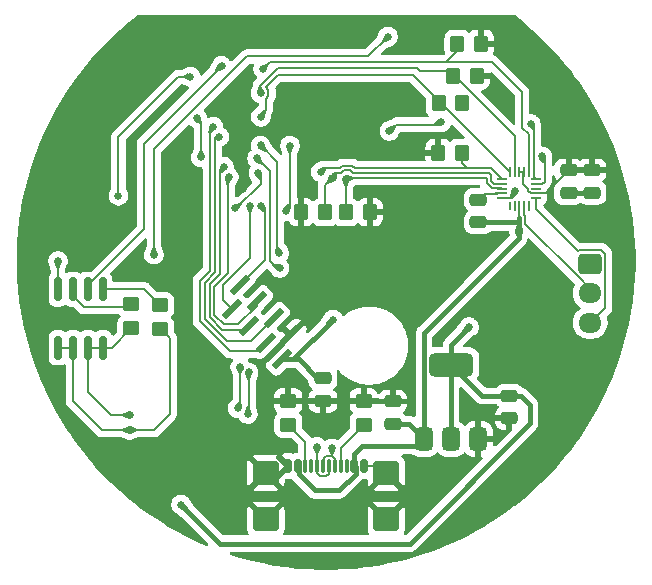
<source format=gbr>
%TF.GenerationSoftware,KiCad,Pcbnew,8.99.0-3406-g49ffbf5b50*%
%TF.CreationDate,2025-01-20T10:30:06+05:30*%
%TF.ProjectId,knob,6b6e6f62-2e6b-4696-9361-645f70636258,rev?*%
%TF.SameCoordinates,Original*%
%TF.FileFunction,Copper,L2,Bot*%
%TF.FilePolarity,Positive*%
%FSLAX46Y46*%
G04 Gerber Fmt 4.6, Leading zero omitted, Abs format (unit mm)*
G04 Created by KiCad (PCBNEW 8.99.0-3406-g49ffbf5b50) date 2025-01-20 10:30:06*
%MOMM*%
%LPD*%
G01*
G04 APERTURE LIST*
G04 Aperture macros list*
%AMRoundRect*
0 Rectangle with rounded corners*
0 $1 Rounding radius*
0 $2 $3 $4 $5 $6 $7 $8 $9 X,Y pos of 4 corners*
0 Add a 4 corners polygon primitive as box body*
4,1,4,$2,$3,$4,$5,$6,$7,$8,$9,$2,$3,0*
0 Add four circle primitives for the rounded corners*
1,1,$1+$1,$2,$3*
1,1,$1+$1,$4,$5*
1,1,$1+$1,$6,$7*
1,1,$1+$1,$8,$9*
0 Add four rect primitives between the rounded corners*
20,1,$1+$1,$2,$3,$4,$5,0*
20,1,$1+$1,$4,$5,$6,$7,0*
20,1,$1+$1,$6,$7,$8,$9,0*
20,1,$1+$1,$8,$9,$2,$3,0*%
%AMRotRect*
0 Rectangle, with rotation*
0 The origin of the aperture is its center*
0 $1 length*
0 $2 width*
0 $3 Rotation angle, in degrees counterclockwise*
0 Add horizontal line*
21,1,$1,$2,0,0,$3*%
G04 Aperture macros list end*
%TA.AperFunction,SMDPad,CuDef*%
%ADD10RoundRect,0.250000X-0.475000X0.250000X-0.475000X-0.250000X0.475000X-0.250000X0.475000X0.250000X0*%
%TD*%
%TA.AperFunction,SMDPad,CuDef*%
%ADD11RoundRect,0.250000X-0.350000X-0.450000X0.350000X-0.450000X0.350000X0.450000X-0.350000X0.450000X0*%
%TD*%
%TA.AperFunction,SMDPad,CuDef*%
%ADD12RoundRect,0.250000X0.450000X-0.350000X0.450000X0.350000X-0.450000X0.350000X-0.450000X-0.350000X0*%
%TD*%
%TA.AperFunction,ComponentPad*%
%ADD13RoundRect,0.250000X-0.725000X0.600000X-0.725000X-0.600000X0.725000X-0.600000X0.725000X0.600000X0*%
%TD*%
%TA.AperFunction,ComponentPad*%
%ADD14O,1.950000X1.700000*%
%TD*%
%TA.AperFunction,SMDPad,CuDef*%
%ADD15RoundRect,0.250000X0.350000X0.450000X-0.350000X0.450000X-0.350000X-0.450000X0.350000X-0.450000X0*%
%TD*%
%TA.AperFunction,SMDPad,CuDef*%
%ADD16RoundRect,0.250000X-0.450000X0.350000X-0.450000X-0.350000X0.450000X-0.350000X0.450000X0.350000X0*%
%TD*%
%TA.AperFunction,SMDPad,CuDef*%
%ADD17RotRect,1.950000X0.500000X45.000000*%
%TD*%
%TA.AperFunction,SMDPad,CuDef*%
%ADD18RoundRect,0.150000X-0.150000X0.825000X-0.150000X-0.825000X0.150000X-0.825000X0.150000X0.825000X0*%
%TD*%
%TA.AperFunction,SMDPad,CuDef*%
%ADD19RoundRect,0.150000X0.150000X0.425000X-0.150000X0.425000X-0.150000X-0.425000X0.150000X-0.425000X0*%
%TD*%
%TA.AperFunction,SMDPad,CuDef*%
%ADD20RoundRect,0.075000X0.075000X0.500000X-0.075000X0.500000X-0.075000X-0.500000X0.075000X-0.500000X0*%
%TD*%
%TA.AperFunction,SMDPad,CuDef*%
%ADD21RoundRect,0.250000X0.840000X0.750000X-0.840000X0.750000X-0.840000X-0.750000X0.840000X-0.750000X0*%
%TD*%
%TA.AperFunction,SMDPad,CuDef*%
%ADD22RoundRect,0.250000X0.475000X-0.250000X0.475000X0.250000X-0.475000X0.250000X-0.475000X-0.250000X0*%
%TD*%
%TA.AperFunction,SMDPad,CuDef*%
%ADD23RoundRect,0.022860X-0.383540X-0.053340X0.383540X-0.053340X0.383540X0.053340X-0.383540X0.053340X0*%
%TD*%
%TA.AperFunction,SMDPad,CuDef*%
%ADD24RoundRect,0.022860X-0.427140X-0.053340X0.427140X-0.053340X0.427140X0.053340X-0.427140X0.053340X0*%
%TD*%
%TA.AperFunction,SMDPad,CuDef*%
%ADD25RoundRect,0.021000X-0.385400X-0.049000X0.385400X-0.049000X0.385400X0.049000X-0.385400X0.049000X0*%
%TD*%
%TA.AperFunction,SMDPad,CuDef*%
%ADD26RoundRect,0.022860X-0.053340X-0.383540X0.053340X-0.383540X0.053340X0.383540X-0.053340X0.383540X0*%
%TD*%
%TA.AperFunction,SMDPad,CuDef*%
%ADD27RoundRect,0.022860X-0.053340X-0.333540X0.053340X-0.333540X0.053340X0.333540X-0.053340X0.333540X0*%
%TD*%
%TA.AperFunction,SMDPad,CuDef*%
%ADD28RoundRect,0.375000X0.375000X-0.625000X0.375000X0.625000X-0.375000X0.625000X-0.375000X-0.625000X0*%
%TD*%
%TA.AperFunction,SMDPad,CuDef*%
%ADD29RoundRect,0.500000X1.400000X-0.500000X1.400000X0.500000X-1.400000X0.500000X-1.400000X-0.500000X0*%
%TD*%
%TA.AperFunction,ViaPad*%
%ADD30C,0.660400*%
%TD*%
%TA.AperFunction,Conductor*%
%ADD31C,0.406400*%
%TD*%
%TA.AperFunction,Conductor*%
%ADD32C,0.203200*%
%TD*%
%TA.AperFunction,Conductor*%
%ADD33C,0.190000*%
%TD*%
%TA.AperFunction,Conductor*%
%ADD34C,0.200000*%
%TD*%
G04 APERTURE END LIST*
D10*
%TO.P,C6,1,1*%
%TO.N,GND*%
X105630000Y-111940000D03*
%TO.P,C6,2,2*%
%TO.N,5V*%
X105630000Y-113840000D03*
%TD*%
D11*
%TO.P,R3,1*%
%TO.N,UH*%
X101700000Y-95920000D03*
%TO.P,R3,2*%
%TO.N,GND*%
X103700000Y-95920000D03*
%TD*%
D12*
%TO.P,R1,1,1*%
%TO.N,Net-(J1-CC2)*%
X96790000Y-113900000D03*
%TO.P,R1,2,2*%
%TO.N,GND*%
X96790000Y-111900000D03*
%TD*%
D10*
%TO.P,C3,1,1*%
%TO.N,GND*%
X122510000Y-92370000D03*
%TO.P,C3,2,2*%
%TO.N,5V*%
X122510000Y-94270000D03*
%TD*%
D13*
%TO.P,J3,1,Pin_1*%
%TO.N,W*%
X122352500Y-100280000D03*
D14*
%TO.P,J3,2,Pin_2*%
%TO.N,V*%
X122352500Y-102780000D03*
%TO.P,J3,3,Pin_3*%
%TO.N,U*%
X122352500Y-105280000D03*
%TD*%
D15*
%TO.P,R5,1*%
%TO.N,VH*%
X99910000Y-95920000D03*
%TO.P,R5,2*%
%TO.N,GND*%
X97910000Y-95920000D03*
%TD*%
D16*
%TO.P,R10,1,1*%
%TO.N,Net-(Q1B-G2)*%
X85950000Y-103780000D03*
%TO.P,R10,2,2*%
%TO.N,RTS*%
X85950000Y-105780000D03*
%TD*%
D17*
%TO.P,J2,1,Pin_1*%
%TO.N,3V3*%
X96298428Y-108378427D03*
%TO.P,J2,2,Pin_2*%
%TO.N,GND*%
X96970179Y-106292462D03*
%TO.P,J2,3,Pin_3*%
%TO.N,DIN*%
X94884214Y-106964213D03*
%TO.P,J2,4,Pin_4*%
%TO.N,CLK*%
X95555966Y-104878248D03*
%TO.P,J2,5,Pin_5*%
%TO.N,CS*%
X93470000Y-105550000D03*
%TO.P,J2,6,Pin_6*%
%TO.N,DC*%
X94141752Y-103464035D03*
%TO.P,J2,7,Pin_7*%
%TO.N,RST*%
X92055787Y-104135786D03*
%TO.P,J2,8,Pin_8*%
%TO.N,BL*%
X92727538Y-102049821D03*
%TD*%
D18*
%TO.P,Q1,1,S1*%
%TO.N,ESP_EN*%
X77300000Y-102435000D03*
%TO.P,Q1,2,G1*%
%TO.N,Net-(Q1A-G1)*%
X78570000Y-102435000D03*
%TO.P,Q1,3,S2*%
%TO.N,ESP_BOOT*%
X79840000Y-102435000D03*
%TO.P,Q1,4,G2*%
%TO.N,Net-(Q1B-G2)*%
X81110000Y-102435000D03*
%TO.P,Q1,5,D2*%
%TO.N,DTR*%
X81110000Y-107385000D03*
%TO.P,Q1,6,D2*%
X79840000Y-107385000D03*
%TO.P,Q1,7,D1*%
%TO.N,RTS*%
X78570000Y-107385000D03*
%TO.P,Q1,8,D1*%
X77300000Y-107385000D03*
%TD*%
D19*
%TO.P,J1,A1,GND*%
%TO.N,GND*%
X103200000Y-117410000D03*
%TO.P,J1,A4,VBUS*%
%TO.N,5V*%
X102400000Y-117410000D03*
D20*
%TO.P,J1,A5,CC1*%
%TO.N,Net-(J1-CC1)*%
X101250000Y-117410000D03*
%TO.P,J1,A6,D+*%
%TO.N,USB_D+*%
X100250000Y-117410000D03*
%TO.P,J1,A7,D-*%
%TO.N,USB_D-*%
X99750000Y-117410000D03*
%TO.P,J1,A8,SBU1*%
%TO.N,unconnected-(J1-SBU1-PadA8)*%
X98750000Y-117410000D03*
D19*
%TO.P,J1,A9,VBUS*%
%TO.N,5V*%
X97600000Y-117410000D03*
%TO.P,J1,A12,GND*%
%TO.N,GND*%
X96800000Y-117410000D03*
%TO.P,J1,B1,GND*%
X96800000Y-117410000D03*
%TO.P,J1,B4,VBUS*%
%TO.N,5V*%
X97600000Y-117410000D03*
D20*
%TO.P,J1,B5,CC2*%
%TO.N,Net-(J1-CC2)*%
X98250000Y-117410000D03*
%TO.P,J1,B6,D+*%
%TO.N,USB_D+*%
X99250000Y-117410000D03*
%TO.P,J1,B7,D-*%
%TO.N,USB_D-*%
X100750000Y-117410000D03*
%TO.P,J1,B8,SBU2*%
%TO.N,unconnected-(J1-SBU2-PadB8)*%
X101750000Y-117410000D03*
D19*
%TO.P,J1,B9,VBUS*%
%TO.N,5V*%
X102400000Y-117410000D03*
%TO.P,J1,B12,GND*%
%TO.N,GND*%
X103200000Y-117410000D03*
D21*
%TO.P,J1,S1,SHIELD*%
X105110000Y-121915000D03*
X105110000Y-117985000D03*
X94890000Y-121915000D03*
X94890000Y-117985000D03*
%TD*%
D11*
%TO.P,R4,1*%
%TO.N,UL*%
X109530000Y-86700000D03*
%TO.P,R4,2*%
%TO.N,GND*%
X111530000Y-86700000D03*
%TD*%
D16*
%TO.P,R9,1,1*%
%TO.N,Net-(Q1A-G1)*%
X83510000Y-103720000D03*
%TO.P,R9,2,2*%
%TO.N,DTR*%
X83510000Y-105720000D03*
%TD*%
D11*
%TO.P,R6,1*%
%TO.N,VL*%
X111120000Y-81650000D03*
%TO.P,R6,2*%
%TO.N,GND*%
X113120000Y-81650000D03*
%TD*%
D22*
%TO.P,C7,1,1*%
%TO.N,GND*%
X115510000Y-113360000D03*
%TO.P,C7,2,2*%
%TO.N,3V3*%
X115510000Y-111460000D03*
%TD*%
D10*
%TO.P,C4,1,1*%
%TO.N,GND*%
X120530000Y-92380000D03*
%TO.P,C4,2,2*%
%TO.N,5V*%
X120530000Y-94280000D03*
%TD*%
%TO.P,C2,1,1*%
%TO.N,Net-(U3-VCP)*%
X112900000Y-94860000D03*
%TO.P,C2,2,2*%
%TO.N,5V*%
X112900000Y-96760000D03*
%TD*%
D22*
%TO.P,C11,1,1*%
%TO.N,GND*%
X99730000Y-111890000D03*
%TO.P,C11,2,2*%
%TO.N,3V3*%
X99730000Y-109990000D03*
%TD*%
D12*
%TO.P,R2,1,1*%
%TO.N,Net-(J1-CC1)*%
X103190000Y-113900000D03*
%TO.P,R2,2,2*%
%TO.N,GND*%
X103190000Y-111900000D03*
%TD*%
D15*
%TO.P,R7,1*%
%TO.N,WH*%
X111510000Y-90880000D03*
%TO.P,R7,2*%
%TO.N,GND*%
X109510000Y-90880000D03*
%TD*%
D23*
%TO.P,U3,1,W*%
%TO.N,W*%
X114900000Y-94730000D03*
D24*
%TO.P,U3,2,VCP*%
%TO.N,Net-(U3-VCP)*%
X114840000Y-94330000D03*
D23*
%TO.P,U3,3,UH*%
%TO.N,UH*%
X114900000Y-93930000D03*
D25*
%TO.P,U3,4,VH*%
%TO.N,VH*%
X114900000Y-93530000D03*
D23*
%TO.P,U3,5,WH*%
%TO.N,WH*%
X114900000Y-93130000D03*
D26*
%TO.P,U3,6,UL*%
%TO.N,UL*%
X115550000Y-92480000D03*
%TO.P,U3,7,WL*%
%TO.N,WL*%
X115950000Y-92480000D03*
%TO.P,U3,8,GND*%
%TO.N,GND*%
X116350000Y-92480000D03*
%TO.P,U3,9,GND*%
X116750000Y-92480000D03*
%TO.P,U3,10,VL*%
%TO.N,VL*%
X117150000Y-92480000D03*
D23*
%TO.P,U3,11,VIO/~{STDBY}*%
%TO.N,VIO*%
X117800000Y-93130000D03*
%TO.P,U3,12,DIAG*%
%TO.N,TMC_DIAG*%
X117800000Y-93530000D03*
%TO.P,U3,13,1.8VOUT*%
%TO.N,unconnected-(U3-1.8VOUT-Pad13)*%
X117800000Y-93930000D03*
%TO.P,U3,14,GND*%
%TO.N,GND*%
X117800000Y-94330000D03*
%TO.P,U3,15,U*%
%TO.N,U*%
X117800000Y-94730000D03*
D26*
%TO.P,U3,16,BRUV*%
%TO.N,unconnected-(U3-BRUV-Pad16)*%
X117150000Y-95380000D03*
%TO.P,U3,17,V*%
%TO.N,V*%
X116750000Y-95380000D03*
%TO.P,U3,18,VS*%
%TO.N,5V*%
X116350000Y-95380000D03*
%TO.P,U3,19,NC*%
%TO.N,unconnected-(U3-NC-Pad19)*%
X115950000Y-95380000D03*
D27*
%TO.P,U3,20,BRW*%
%TO.N,unconnected-(U3-BRW-Pad20)*%
X115550000Y-95400000D03*
%TD*%
D28*
%TO.P,U6,1,ADJ*%
%TO.N,GND*%
X112882500Y-115120000D03*
%TO.P,U6,2,VO*%
%TO.N,3V3*%
X110582500Y-115120000D03*
D29*
X110582500Y-108820000D03*
D28*
%TO.P,U6,3,VI*%
%TO.N,5V*%
X108282500Y-115120000D03*
%TD*%
D11*
%TO.P,R8,1*%
%TO.N,WL*%
X110760000Y-84390000D03*
%TO.P,R8,2*%
%TO.N,GND*%
X112760000Y-84390000D03*
%TD*%
D30*
%TO.N,3V3*%
X112100000Y-105650000D03*
X100590000Y-105020000D03*
X87710000Y-120680000D03*
%TO.N,UH*%
X101700000Y-93120000D03*
%TO.N,UL*%
X94470000Y-87840000D03*
%TO.N,VH*%
X100561730Y-92976823D03*
%TO.N,VL*%
X94670000Y-83780000D03*
%TO.N,WH*%
X99560000Y-92520000D03*
%TO.N,WL*%
X94465002Y-85835000D03*
%TO.N,VIO*%
X105355000Y-89035000D03*
X117340000Y-88460000D03*
X109740000Y-88300000D03*
%TO.N,SDA*%
X94450000Y-90260000D03*
X96010000Y-99365000D03*
%TO.N,CS*%
X91354800Y-92080000D03*
%TO.N,SCL*%
X96060000Y-100635000D03*
X94150000Y-91360000D03*
X89393082Y-91264611D03*
X89090000Y-87960000D03*
%TO.N,TX*%
X92530000Y-112500000D03*
X92730000Y-108990000D03*
X92300000Y-95570000D03*
X94270000Y-92590000D03*
%TO.N,RX*%
X93440000Y-109480000D03*
X96640000Y-95790000D03*
X93360000Y-113000000D03*
X96940000Y-90270000D03*
%TO.N,TMC_DIAG*%
X118310000Y-91190000D03*
%TO.N,W*%
X115980000Y-94150000D03*
%TO.N,USB_D-*%
X100490000Y-115920000D03*
%TO.N,USB_D+*%
X99230000Y-115780000D03*
%TO.N,5V*%
X116340000Y-97560000D03*
X120530000Y-94280000D03*
%TO.N,RST*%
X93550000Y-95350000D03*
%TO.N,DTR*%
X83360000Y-113075000D03*
%TO.N,RTS*%
X83360000Y-114345000D03*
%TO.N,ESP_EN*%
X105230000Y-81040000D03*
X85420000Y-99510000D03*
X77300000Y-100050000D03*
%TO.N,ESP_BOOT*%
X91160000Y-83520000D03*
%TO.N,MPU_INT*%
X82420000Y-94520000D03*
X88510000Y-84430000D03*
%TO.N,DC*%
X91758000Y-92930000D03*
%TO.N,BL*%
X94520000Y-95360000D03*
%TO.N,GND*%
X80890000Y-91220000D03*
X101650000Y-85329998D03*
X112760000Y-84390000D03*
X92949431Y-93937093D03*
X111530000Y-86700000D03*
X106970000Y-96020000D03*
X87650002Y-96210000D03*
X113120000Y-81650000D03*
X100000000Y-86979998D03*
X99999998Y-85330000D03*
X101650000Y-87000000D03*
X92150000Y-117930000D03*
X98370000Y-88640000D03*
X100000002Y-88630000D03*
X101620000Y-88640000D03*
X81630000Y-95390000D03*
X98349998Y-85330000D03*
X98350000Y-86930000D03*
%TO.N,DIN*%
X90450000Y-88680000D03*
%TO.N,CLK*%
X90951600Y-89530000D03*
%TD*%
D31*
%TO.N,3V3*%
X107070000Y-123970000D02*
X91000000Y-123970000D01*
X117240000Y-112220000D02*
X117240000Y-113800000D01*
X110582500Y-107167500D02*
X112100000Y-105650000D01*
X117240000Y-113800000D02*
X107070000Y-123970000D01*
X110582500Y-108820000D02*
X110582500Y-115120000D01*
X110582500Y-108820000D02*
X113232500Y-111470000D01*
X97231573Y-108378427D02*
X97698427Y-108378427D01*
X116490000Y-111470000D02*
X117240000Y-112220000D01*
X91000000Y-123970000D02*
X87710000Y-120680000D01*
X97231573Y-108378427D02*
X100590000Y-105020000D01*
X97698427Y-108378427D02*
X99350000Y-110030000D01*
X96298428Y-108378427D02*
X97231573Y-108378427D01*
X110582500Y-108820000D02*
X110582500Y-107167500D01*
X113232500Y-111470000D02*
X116490000Y-111470000D01*
D32*
%TO.N,Net-(U3-VCP)*%
X113413400Y-94346600D02*
X114470000Y-94346600D01*
X112900000Y-94860000D02*
X113413400Y-94346600D01*
%TO.N,Net-(J1-CC2)*%
X98250000Y-117410000D02*
X98250000Y-115360000D01*
X98250000Y-115360000D02*
X96790000Y-113900000D01*
%TO.N,Net-(J1-CC1)*%
X101250000Y-115840000D02*
X103190000Y-113900000D01*
X101250000Y-117410000D02*
X101250000Y-115840000D01*
D33*
%TO.N,UH*%
X113598999Y-93471957D02*
X113599000Y-92992000D01*
X114866000Y-93896000D02*
X114382712Y-93896000D01*
X101980000Y-93030000D02*
X101790000Y-93030000D01*
X101700000Y-95920000D02*
X101700000Y-93120000D01*
X102018000Y-92992000D02*
X101980000Y-93030000D01*
X114900000Y-93930000D02*
X114866000Y-93896000D01*
X114379913Y-93893201D02*
X114020243Y-93893201D01*
X114020243Y-93893201D02*
X113598999Y-93471957D01*
X113599000Y-92992000D02*
X102018000Y-92992000D01*
X114382712Y-93896000D02*
X114379913Y-93893201D01*
X101790000Y-93030000D02*
X101700000Y-93120000D01*
%TO.N,UL*%
X95118802Y-86105813D02*
X94880000Y-86344615D01*
X94430000Y-87800000D02*
X94470000Y-87840000D01*
X94880000Y-85325385D02*
X95118802Y-85564187D01*
X94430000Y-87690000D02*
X94430000Y-87800000D01*
X95925385Y-84280000D02*
X94880000Y-85325385D01*
X107350000Y-84280000D02*
X95925385Y-84280000D01*
X94880000Y-86344615D02*
X94880000Y-87240000D01*
X95118802Y-85564187D02*
X95118802Y-86105813D01*
X94880000Y-87240000D02*
X94430000Y-87690000D01*
X115550000Y-92480000D02*
X107350000Y-84280000D01*
%TO.N,VH*%
X113990000Y-93310000D02*
X113990000Y-92772958D01*
X114182200Y-93502200D02*
X113990000Y-93310000D01*
X114719242Y-93502200D02*
X114182200Y-93502200D01*
X102285613Y-92601000D02*
X102060813Y-92376200D01*
X100590000Y-92680000D02*
X100590000Y-92948553D01*
X100669000Y-92601000D02*
X100590000Y-92680000D01*
X113818042Y-92601000D02*
X102285613Y-92601000D01*
X101294387Y-92601000D02*
X100669000Y-92601000D01*
X101519187Y-92376200D02*
X101294387Y-92601000D01*
X100590000Y-92948553D02*
X100561730Y-92976823D01*
X102060813Y-92376200D02*
X101519187Y-92376200D01*
X99910000Y-95920000D02*
X99910000Y-93628553D01*
X99910000Y-93628553D02*
X100561730Y-92976823D01*
X113990000Y-92772958D02*
X113818042Y-92601000D01*
D32*
%TO.N,VL*%
X117150000Y-89311710D02*
X116603400Y-88765110D01*
X114060000Y-83220000D02*
X110160000Y-83220000D01*
D33*
X111120000Y-81650000D02*
X111120000Y-82260000D01*
D32*
X116603400Y-85763400D02*
X114060000Y-83220000D01*
X117150000Y-92480000D02*
X117150000Y-89311710D01*
X116603400Y-88765110D02*
X116603400Y-85763400D01*
X95230000Y-83220000D02*
X94670000Y-83780000D01*
X110160000Y-83220000D02*
X95230000Y-83220000D01*
D33*
X111120000Y-82260000D02*
X110160000Y-83220000D01*
%TO.N,WH*%
X99560000Y-92520000D02*
X99560000Y-92260000D01*
X99560000Y-92260000D02*
X99610000Y-92210000D01*
X102222356Y-91986200D02*
X102446157Y-92210000D01*
X102446157Y-92210000D02*
X111960000Y-92210000D01*
X114900000Y-93130000D02*
X113980000Y-92210000D01*
X99610000Y-92210000D02*
X101133844Y-92210000D01*
X113980000Y-92210000D02*
X111960000Y-92210000D01*
X111510000Y-91760000D02*
X111960000Y-92210000D01*
X101133844Y-92210000D02*
X101357643Y-91986200D01*
X101357643Y-91986200D02*
X102222356Y-91986200D01*
X111510000Y-90880000D02*
X111510000Y-91760000D01*
D32*
%TO.N,WL*%
X115950000Y-92480000D02*
X115950000Y-89480000D01*
X94465002Y-85731202D02*
X94465002Y-85835000D01*
X94385000Y-85208947D02*
X94385000Y-85651200D01*
X110461108Y-83991108D02*
X107958892Y-83991108D01*
X115950000Y-89480000D02*
X110461108Y-83991108D01*
X95893947Y-83700000D02*
X94385000Y-85208947D01*
X107667784Y-83700000D02*
X95893947Y-83700000D01*
X94440002Y-85810000D02*
X94400000Y-85810000D01*
X94465002Y-85835000D02*
X94440002Y-85810000D01*
X107958892Y-83991108D02*
X107667784Y-83700000D01*
X94385000Y-85651200D02*
X94465002Y-85731202D01*
D33*
%TO.N,VIO*%
X117629575Y-92959575D02*
X117629575Y-88749575D01*
X105950000Y-88490000D02*
X105405000Y-89035000D01*
X109550000Y-88490000D02*
X105950000Y-88490000D01*
X117629575Y-88749575D02*
X117340000Y-88460000D01*
X117800000Y-93130000D02*
X117629575Y-92959575D01*
X105405000Y-89035000D02*
X105355000Y-89035000D01*
X109740000Y-88300000D02*
X109550000Y-88490000D01*
D32*
%TO.N,SDA*%
X94450000Y-90260000D02*
X95860000Y-91670000D01*
X95860000Y-91670000D02*
X95860000Y-99215000D01*
X95860000Y-99215000D02*
X96010000Y-99365000D01*
%TO.N,CS*%
X90126400Y-102034020D02*
X91040000Y-101120420D01*
X91040000Y-92360000D02*
X91320000Y-92080000D01*
X91210420Y-105880000D02*
X90126400Y-104795980D01*
X93140000Y-105880000D02*
X91210420Y-105880000D01*
X93470000Y-105550000D02*
X93140000Y-105880000D01*
X91040000Y-101120420D02*
X91040000Y-92360000D01*
X91320000Y-92080000D02*
X91354800Y-92080000D01*
X90126400Y-104795980D02*
X90126400Y-102034020D01*
%TO.N,SCL*%
X95210000Y-100030000D02*
X95210000Y-92420000D01*
D33*
X89090000Y-87960000D02*
X89393082Y-88263082D01*
D32*
X95210000Y-92420000D02*
X94150000Y-91360000D01*
D33*
X89393082Y-88263082D02*
X89393082Y-91264611D01*
D32*
X95815000Y-100635000D02*
X95210000Y-100030000D01*
X96060000Y-100635000D02*
X95815000Y-100635000D01*
D33*
%TO.N,TX*%
X92530000Y-112500000D02*
X92730000Y-112300000D01*
D34*
X94470000Y-93510000D02*
X94470000Y-92790000D01*
D33*
X92730000Y-112300000D02*
X92730000Y-108990000D01*
D34*
X92300000Y-95570000D02*
X92410000Y-95570000D01*
X94470000Y-92790000D02*
X94270000Y-92590000D01*
X92410000Y-95570000D02*
X94470000Y-93510000D01*
D33*
%TO.N,RX*%
X96640000Y-95790000D02*
X96900000Y-95530000D01*
X96900000Y-90310000D02*
X96940000Y-90270000D01*
X93440000Y-112920000D02*
X93440000Y-109480000D01*
X93360000Y-113000000D02*
X93440000Y-112920000D01*
X96900000Y-95530000D02*
X96900000Y-90310000D01*
%TO.N,TMC_DIAG*%
X118502400Y-93316050D02*
X118502400Y-91382400D01*
X118502400Y-91382400D02*
X118310000Y-91190000D01*
X117800000Y-93530000D02*
X118288450Y-93530000D01*
X118288450Y-93530000D02*
X118502400Y-93316050D01*
D32*
%TO.N,W*%
X115980000Y-94358475D02*
X115608475Y-94730000D01*
X115608475Y-94730000D02*
X114900000Y-94730000D01*
X115980000Y-94150000D02*
X115980000Y-94358475D01*
%TO.N,V*%
X122352500Y-102382500D02*
X121402600Y-101432600D01*
X116845800Y-96886722D02*
X116845800Y-96210491D01*
X116780000Y-96144691D02*
X116780000Y-95907784D01*
X122352500Y-102780000D02*
X122352500Y-102382500D01*
X116780000Y-95907784D02*
X116771200Y-95898984D01*
X116845800Y-96210491D02*
X116780000Y-96144691D01*
X116771200Y-95898984D02*
X116771200Y-95401200D01*
X116754200Y-95384200D02*
X116754200Y-95380000D01*
X121391678Y-101432600D02*
X116845800Y-96886722D01*
X116771200Y-95401200D02*
X116754200Y-95384200D01*
X121402600Y-101432600D02*
X121391678Y-101432600D01*
%TO.N,U*%
X121391678Y-99127400D02*
X121334539Y-99184539D01*
X123610000Y-104022500D02*
X123610000Y-103277523D01*
X123610000Y-101135922D02*
X123630100Y-101115822D01*
X117800000Y-95650000D02*
X117800000Y-94730000D01*
X122352500Y-105280000D02*
X123610000Y-104022500D01*
X123313322Y-99127400D02*
X121391678Y-99127400D01*
X121334539Y-99184539D02*
X117800000Y-95650000D01*
X123610000Y-102282477D02*
X123610000Y-101135922D01*
X123610000Y-103277523D02*
X123630100Y-103257423D01*
X123630100Y-102302577D02*
X123610000Y-102282477D01*
X123630100Y-103257423D02*
X123630100Y-102302577D01*
X123630100Y-101115822D02*
X123630100Y-99444178D01*
X123630100Y-99444178D02*
X123313322Y-99127400D01*
%TO.N,USB_D-*%
X99750000Y-117410000D02*
X99750000Y-116900000D01*
X100483486Y-116532400D02*
X100750000Y-116798914D01*
X100483486Y-116532400D02*
X100483486Y-115926514D01*
X99797400Y-116852600D02*
X99797400Y-116751514D01*
X100016514Y-116532400D02*
X100483486Y-116532400D01*
X100483486Y-115926514D02*
X100490000Y-115920000D01*
X99797400Y-116751514D02*
X100016514Y-116532400D01*
X100750000Y-116798914D02*
X100750000Y-117410000D01*
X99750000Y-116900000D02*
X99797400Y-116852600D01*
%TO.N,USB_D+*%
X99297400Y-118057400D02*
X99297400Y-118068486D01*
X99250000Y-117410000D02*
X99250000Y-118010000D01*
X99250000Y-115800000D02*
X99230000Y-115780000D01*
X99516514Y-118287600D02*
X99983486Y-118287600D01*
X99250000Y-117410000D02*
X99250000Y-115800000D01*
X99250000Y-118010000D02*
X99297400Y-118057400D01*
X100202600Y-117457400D02*
X100250000Y-117410000D01*
X100202600Y-118068486D02*
X100202600Y-117457400D01*
X99983486Y-118287600D02*
X100202600Y-118068486D01*
X99297400Y-118068486D02*
X99516514Y-118287600D01*
%TO.N,5V*%
X116350000Y-95380000D02*
X116350000Y-96410000D01*
D31*
X103060000Y-115720000D02*
X107682500Y-115720000D01*
X102400000Y-116380000D02*
X103060000Y-115720000D01*
X116340000Y-96420000D02*
X116340000Y-97560000D01*
X102400000Y-117410000D02*
X102400000Y-116380000D01*
X97695800Y-118110570D02*
X97695800Y-117505800D01*
X97695800Y-117505800D02*
X97600000Y-117410000D01*
D32*
X116350000Y-96410000D02*
X116340000Y-96420000D01*
D31*
X116340000Y-96790000D02*
X116340000Y-97560000D01*
X108278300Y-106181700D02*
X116340000Y-98120000D01*
X107002500Y-113840000D02*
X108282500Y-115120000D01*
X112900000Y-96760000D02*
X116310000Y-96760000D01*
X102400000Y-117410000D02*
X102495800Y-117505800D01*
X108282500Y-115120000D02*
X108278300Y-115115800D01*
X99055230Y-119470000D02*
X97695800Y-118110570D01*
X108278300Y-115115800D02*
X108278300Y-106181700D01*
X116310000Y-96760000D02*
X116340000Y-96790000D01*
X122500000Y-94280000D02*
X122510000Y-94270000D01*
X107682500Y-115720000D02*
X108282500Y-115120000D01*
X101094514Y-119470000D02*
X99100000Y-119470000D01*
X116340000Y-98120000D02*
X116340000Y-97560000D01*
X102495800Y-117505800D02*
X102495800Y-118068714D01*
X105630000Y-113840000D02*
X107002500Y-113840000D01*
X120530000Y-94280000D02*
X122500000Y-94280000D01*
X102495800Y-118068714D02*
X101094514Y-119470000D01*
D32*
%TO.N,RST*%
X93550000Y-99780000D02*
X93550000Y-95350000D01*
X92055787Y-104135786D02*
X91270000Y-103349999D01*
X91270000Y-103349999D02*
X91270000Y-102060000D01*
X91270000Y-102060000D02*
X93550000Y-99780000D01*
%TO.N,DTR*%
X81110000Y-107385000D02*
X81845000Y-107385000D01*
X81845000Y-107385000D02*
X83510000Y-105720000D01*
X79840000Y-111130000D02*
X81785000Y-113075000D01*
X81785000Y-113075000D02*
X83360000Y-113075000D01*
X79840000Y-107385000D02*
X79840000Y-111130000D01*
X81110000Y-107385000D02*
X79840000Y-107385000D01*
%TO.N,RTS*%
X78570000Y-111900000D02*
X78570000Y-107385000D01*
X77300000Y-107385000D02*
X78570000Y-107385000D01*
X83360000Y-114345000D02*
X85435000Y-114345000D01*
X81015000Y-114345000D02*
X78570000Y-111900000D01*
X86740000Y-106570000D02*
X85950000Y-105780000D01*
X83360000Y-114345000D02*
X81015000Y-114345000D01*
X85435000Y-114345000D02*
X86740000Y-113040000D01*
X86740000Y-113040000D02*
X86740000Y-106570000D01*
%TO.N,ESP_EN*%
X105220000Y-81040000D02*
X103530000Y-82730000D01*
X93290000Y-82730000D02*
X85420000Y-90600000D01*
X103530000Y-82730000D02*
X93290000Y-82730000D01*
X85420000Y-90600000D02*
X85420000Y-99510000D01*
X77300000Y-100050000D02*
X77300000Y-102435000D01*
%TO.N,ESP_BOOT*%
X79840000Y-102435000D02*
X79840000Y-102085770D01*
D33*
X83155385Y-98770385D02*
X84560000Y-97365770D01*
D32*
X79840000Y-102085770D02*
X83155385Y-98770385D01*
D33*
X84560000Y-97365770D02*
X84560000Y-90120000D01*
D32*
X90930000Y-83520000D02*
X91160000Y-83520000D01*
D33*
X84560000Y-90120000D02*
X91160000Y-83520000D01*
%TO.N,MPU_INT*%
X88490000Y-84450000D02*
X88510000Y-84430000D01*
X87490000Y-84450000D02*
X88490000Y-84450000D01*
X82420000Y-94520000D02*
X82420000Y-89520000D01*
X82420000Y-89520000D02*
X87490000Y-84450000D01*
D32*
%TO.N,DC*%
X90529600Y-102228774D02*
X91659600Y-101098774D01*
X94141752Y-103817589D02*
X92539341Y-105420000D01*
X94141752Y-103464035D02*
X94141752Y-103817589D01*
X92539341Y-105420000D02*
X91320630Y-105420000D01*
X91659600Y-101098774D02*
X91659600Y-92930000D01*
X91320630Y-105420000D02*
X90529600Y-104628970D01*
X91659600Y-92930000D02*
X91758000Y-92930000D01*
X90529600Y-104628970D02*
X90529600Y-102228774D01*
%TO.N,BL*%
X94790000Y-95470000D02*
X94680000Y-95360000D01*
X92727538Y-102049821D02*
X94790000Y-99987359D01*
X94680000Y-95360000D02*
X94520000Y-95360000D01*
X94790000Y-99987359D02*
X94790000Y-95470000D01*
D33*
%TO.N,GND*%
X117097600Y-94116050D02*
X117311550Y-94330000D01*
X116640000Y-92480000D02*
X116640000Y-93500000D01*
X116640000Y-93500000D02*
X117097600Y-93957600D01*
X117097600Y-93957600D02*
X117097600Y-94116050D01*
D32*
X104535000Y-117410000D02*
X105110000Y-117985000D01*
D31*
X103230000Y-111940000D02*
X103190000Y-111900000D01*
D33*
X117311550Y-94330000D02*
X117800000Y-94330000D01*
D32*
X103200000Y-117410000D02*
X104535000Y-117410000D01*
D31*
X115230000Y-113640000D02*
X115230000Y-113370000D01*
D33*
X116640000Y-92480000D02*
X116750000Y-92480000D01*
X116350000Y-92480000D02*
X116640000Y-92480000D01*
X117800000Y-94330000D02*
X118580000Y-94330000D01*
X118580000Y-94330000D02*
X120530000Y-92380000D01*
D31*
X92205000Y-117985000D02*
X92150000Y-117930000D01*
D32*
%TO.N,Net-(Q1B-G2)*%
X84605000Y-102435000D02*
X85950000Y-103780000D01*
X81110000Y-102435000D02*
X84605000Y-102435000D01*
%TO.N,Net-(Q1A-G1)*%
X83510000Y-103720000D02*
X83290000Y-103940000D01*
X78570000Y-103040000D02*
X78570000Y-102435000D01*
X79470000Y-103940000D02*
X78570000Y-103040000D01*
X83290000Y-103940000D02*
X79470000Y-103940000D01*
%TO.N,DIN*%
X89320000Y-101700000D02*
X90140000Y-100880000D01*
X89320000Y-105130000D02*
X89320000Y-101700000D01*
X94884214Y-106964213D02*
X94168427Y-107680000D01*
X94168427Y-107680000D02*
X91870000Y-107680000D01*
X91870000Y-107680000D02*
X89320000Y-105130000D01*
X90140000Y-88990000D02*
X90450000Y-88680000D01*
X90140000Y-100880000D02*
X90140000Y-88990000D01*
%TO.N,CLK*%
X89723200Y-104962990D02*
X89723200Y-101867010D01*
X95555966Y-104878248D02*
X93614214Y-106820000D01*
X93614214Y-106820000D02*
X91580210Y-106820000D01*
X89723200Y-101867010D02*
X90580000Y-101010210D01*
X91580210Y-106820000D02*
X89723200Y-104962990D01*
X90580000Y-89530000D02*
X90951600Y-89530000D01*
X90580000Y-101010210D02*
X90580000Y-89530000D01*
%TD*%
%TA.AperFunction,Conductor*%
%TO.N,SDA*%
G36*
X94729309Y-90087434D02*
G01*
X94730221Y-90089082D01*
X94980991Y-90643270D01*
X94981280Y-90652220D01*
X94978605Y-90656366D01*
X94846366Y-90788605D01*
X94838093Y-90792032D01*
X94833270Y-90790991D01*
X94279082Y-90540221D01*
X94272957Y-90533689D01*
X94273246Y-90524739D01*
X94274151Y-90523102D01*
X94447989Y-90261256D01*
X94451256Y-90257989D01*
X94713093Y-90084157D01*
X94721879Y-90082437D01*
X94729309Y-90087434D01*
G37*
%TD.AperFunction*%
%TD*%
%TA.AperFunction,Conductor*%
%TO.N,TX*%
G36*
X92745091Y-95098629D02*
G01*
X92747784Y-95100640D01*
X92877824Y-95230680D01*
X92881251Y-95238953D01*
X92879584Y-95244972D01*
X92580851Y-95742946D01*
X92573657Y-95748277D01*
X92564799Y-95746960D01*
X92564347Y-95746674D01*
X92303362Y-95573408D01*
X92298365Y-95565978D01*
X92298352Y-95565915D01*
X92237631Y-95256589D01*
X92239400Y-95247810D01*
X92245784Y-95243119D01*
X92736186Y-95097696D01*
X92745091Y-95098629D01*
G37*
%TD.AperFunction*%
%TD*%
%TA.AperFunction,Conductor*%
%TO.N,RTS*%
G36*
X83291659Y-114026285D02*
G01*
X83297784Y-114032817D01*
X83298304Y-114034627D01*
X83360531Y-114342683D01*
X83360531Y-114347317D01*
X83298304Y-114655372D01*
X83293307Y-114662802D01*
X83284519Y-114664523D01*
X83282709Y-114664003D01*
X82713518Y-114449454D01*
X82706986Y-114443329D01*
X82705945Y-114438506D01*
X82705945Y-114251493D01*
X82709372Y-114243220D01*
X82713516Y-114240546D01*
X83282711Y-114025996D01*
X83291659Y-114026285D01*
G37*
%TD.AperFunction*%
%TD*%
%TA.AperFunction,Conductor*%
%TO.N,ESP_EN*%
G36*
X104965252Y-80863217D02*
G01*
X104966784Y-80864076D01*
X105228740Y-81037987D01*
X105232014Y-81041261D01*
X105405759Y-81302969D01*
X105407480Y-81311757D01*
X105402483Y-81319187D01*
X105400724Y-81320149D01*
X104841681Y-81566104D01*
X104832728Y-81566299D01*
X104828696Y-81563668D01*
X104696459Y-81431431D01*
X104693032Y-81423158D01*
X104694122Y-81418226D01*
X104949709Y-80868888D01*
X104956305Y-80862834D01*
X104965252Y-80863217D01*
G37*
%TD.AperFunction*%
%TD*%
%TA.AperFunction,Conductor*%
%TO.N,ESP_BOOT*%
G36*
X90895270Y-83343275D02*
G01*
X90897019Y-83344232D01*
X91158740Y-83517987D01*
X91162014Y-83521261D01*
X91335765Y-83782977D01*
X91337486Y-83791765D01*
X91332489Y-83799195D01*
X91330737Y-83800154D01*
X90772017Y-84046430D01*
X90763065Y-84046631D01*
X90759025Y-84043997D01*
X90636002Y-83920974D01*
X90632575Y-83912701D01*
X90633568Y-83907984D01*
X90879846Y-83349260D01*
X90886318Y-83343074D01*
X90895270Y-83343275D01*
G37*
%TD.AperFunction*%
%TD*%
%TA.AperFunction,Conductor*%
%TO.N,UH*%
G36*
X102151159Y-92865388D02*
G01*
X102154944Y-92866772D01*
X102171552Y-92876361D01*
X102171555Y-92876363D01*
X102230825Y-92892243D01*
X102246706Y-92896499D01*
X102246708Y-92896500D01*
X102316019Y-92896500D01*
X102324292Y-92899927D01*
X102327719Y-92908200D01*
X102327719Y-93080869D01*
X102324292Y-93089142D01*
X102322678Y-93090489D01*
X101893203Y-93387798D01*
X101884451Y-93389689D01*
X101876924Y-93384837D01*
X101876874Y-93384764D01*
X101701723Y-93124053D01*
X101699954Y-93115275D01*
X101762153Y-92807360D01*
X101767150Y-92799931D01*
X101775681Y-92798161D01*
X102151159Y-92865388D01*
G37*
%TD.AperFunction*%
%TD*%
%TA.AperFunction,Conductor*%
%TO.N,CLK*%
G36*
X90686881Y-89353321D02*
G01*
X90688768Y-89354339D01*
X90945076Y-89524664D01*
X90950068Y-89532096D01*
X90950076Y-89536684D01*
X90889463Y-89842344D01*
X90884492Y-89849792D01*
X90875710Y-89851545D01*
X90875676Y-89851538D01*
X90681601Y-89812455D01*
X90681600Y-89812455D01*
X90496108Y-89812455D01*
X90487835Y-89809028D01*
X90484408Y-89800755D01*
X90485345Y-89796166D01*
X90595981Y-89536684D01*
X90671530Y-89359493D01*
X90677927Y-89353229D01*
X90686881Y-89353321D01*
G37*
%TD.AperFunction*%
%TD*%
%TA.AperFunction,Conductor*%
%TO.N,SCL*%
G36*
X95584262Y-100255614D02*
G01*
X95688757Y-100266356D01*
X96111665Y-100309833D01*
X96119544Y-100314088D01*
X96122107Y-100322668D01*
X96121949Y-100323726D01*
X96061647Y-100630915D01*
X96056691Y-100638373D01*
X96056637Y-100638408D01*
X95794182Y-100812650D01*
X95785394Y-100814371D01*
X95778730Y-100810401D01*
X95635112Y-100638373D01*
X95441897Y-100406937D01*
X95439226Y-100398391D01*
X95442605Y-100391168D01*
X95574794Y-100258979D01*
X95583066Y-100255553D01*
X95584262Y-100255614D01*
G37*
%TD.AperFunction*%
%TD*%
%TA.AperFunction,Conductor*%
%TO.N,VIO*%
G36*
X105777214Y-88533285D02*
G01*
X105780627Y-88535655D01*
X105903668Y-88658696D01*
X105907095Y-88666969D01*
X105905835Y-88672250D01*
X105635493Y-89206701D01*
X105628701Y-89212537D01*
X105619772Y-89211860D01*
X105618582Y-89211167D01*
X105358362Y-89038408D01*
X105353365Y-89030978D01*
X105353352Y-89030915D01*
X105292493Y-88720887D01*
X105294262Y-88712111D01*
X105299883Y-88707675D01*
X105768267Y-88532966D01*
X105777214Y-88533285D01*
G37*
%TD.AperFunction*%
%TD*%
%TA.AperFunction,Conductor*%
%TO.N,3V3*%
G36*
X111835193Y-105473020D02*
G01*
X112098740Y-105647987D01*
X112102014Y-105651261D01*
X112276961Y-105914778D01*
X112278682Y-105923566D01*
X112273685Y-105930996D01*
X112273661Y-105931013D01*
X111789166Y-106250909D01*
X111780373Y-106252607D01*
X111774446Y-106249418D01*
X111500581Y-105975553D01*
X111497154Y-105967280D01*
X111499088Y-105960837D01*
X111818987Y-105476336D01*
X111826404Y-105471323D01*
X111835193Y-105473020D01*
G37*
%TD.AperFunction*%
%TD*%
%TA.AperFunction,Conductor*%
%TO.N,TX*%
G36*
X93040238Y-109051668D02*
G01*
X93047668Y-109056665D01*
X93049389Y-109065453D01*
X93048828Y-109067369D01*
X93015095Y-109154280D01*
X93014321Y-109155897D01*
X92945465Y-109275160D01*
X92909300Y-109410129D01*
X92909300Y-109424669D01*
X92908507Y-109428902D01*
X92827898Y-109636588D01*
X92821710Y-109643061D01*
X92816991Y-109644055D01*
X92643009Y-109644055D01*
X92634736Y-109640628D01*
X92632102Y-109636588D01*
X92491821Y-109275160D01*
X92411171Y-109067368D01*
X92411372Y-109058417D01*
X92417845Y-109052229D01*
X92419754Y-109051669D01*
X92727683Y-108989468D01*
X92732317Y-108989468D01*
X93040238Y-109051668D01*
G37*
%TD.AperFunction*%
%TD*%
%TA.AperFunction,Conductor*%
%TO.N,RTS*%
G36*
X83437283Y-114025994D02*
G01*
X84006482Y-114240545D01*
X84013014Y-114246670D01*
X84014055Y-114251493D01*
X84014055Y-114438506D01*
X84010628Y-114446779D01*
X84006482Y-114449454D01*
X83437290Y-114664003D01*
X83428340Y-114663714D01*
X83422215Y-114657182D01*
X83421695Y-114655372D01*
X83359468Y-114347317D01*
X83359468Y-114342683D01*
X83380100Y-114240545D01*
X83421695Y-114034625D01*
X83426692Y-114027197D01*
X83435480Y-114025476D01*
X83437283Y-114025994D01*
G37*
%TD.AperFunction*%
%TD*%
%TA.AperFunction,Conductor*%
%TO.N,DC*%
G36*
X91761999Y-92931688D02*
G01*
X91762053Y-92931723D01*
X92023361Y-93107275D01*
X92028317Y-93114733D01*
X92026894Y-93122965D01*
X91764601Y-93564258D01*
X91757428Y-93569619D01*
X91754543Y-93569980D01*
X91567450Y-93569980D01*
X91559177Y-93566553D01*
X91556012Y-93560741D01*
X91531542Y-93447028D01*
X91436637Y-93006000D01*
X91438247Y-92997193D01*
X91445614Y-92992103D01*
X91445732Y-92992078D01*
X91753211Y-92929967D01*
X91761999Y-92931688D01*
G37*
%TD.AperFunction*%
%TD*%
%TA.AperFunction,Conductor*%
%TO.N,SCL*%
G36*
X94429309Y-91187434D02*
G01*
X94430221Y-91189082D01*
X94680991Y-91743270D01*
X94681280Y-91752220D01*
X94678605Y-91756366D01*
X94546366Y-91888605D01*
X94538093Y-91892032D01*
X94533270Y-91890991D01*
X93979082Y-91640221D01*
X93972957Y-91633689D01*
X93973246Y-91624739D01*
X93974151Y-91623102D01*
X94147989Y-91361256D01*
X94151256Y-91357989D01*
X94413093Y-91184157D01*
X94421879Y-91182437D01*
X94429309Y-91187434D01*
G37*
%TD.AperFunction*%
%TD*%
%TA.AperFunction,Conductor*%
%TO.N,ESP_EN*%
G36*
X77610372Y-100111695D02*
G01*
X77617802Y-100116692D01*
X77619523Y-100125480D01*
X77619003Y-100127290D01*
X77404455Y-100696482D01*
X77398330Y-100703014D01*
X77393507Y-100704055D01*
X77206493Y-100704055D01*
X77198220Y-100700628D01*
X77195545Y-100696482D01*
X76980996Y-100127288D01*
X76981285Y-100118340D01*
X76987817Y-100112215D01*
X76989619Y-100111697D01*
X77297683Y-100049468D01*
X77302317Y-100049468D01*
X77610372Y-100111695D01*
G37*
%TD.AperFunction*%
%TD*%
%TA.AperFunction,Conductor*%
%TO.N,USB_D+*%
G36*
X99540776Y-115841777D02*
G01*
X99548205Y-115846773D01*
X99549926Y-115855561D01*
X99549525Y-115857040D01*
X99354311Y-116426151D01*
X99348385Y-116432865D01*
X99343244Y-116434055D01*
X99156242Y-116434055D01*
X99147969Y-116430628D01*
X99145420Y-116426801D01*
X98911530Y-115857527D01*
X98911555Y-115848573D01*
X98917906Y-115842259D01*
X98920032Y-115841613D01*
X99227683Y-115779468D01*
X99232317Y-115779468D01*
X99540776Y-115841777D01*
G37*
%TD.AperFunction*%
%TD*%
%TA.AperFunction,Conductor*%
%TO.N,3V3*%
G36*
X87990996Y-120506314D02*
G01*
X87991013Y-120506338D01*
X88310909Y-120990834D01*
X88312607Y-120999626D01*
X88309418Y-121005553D01*
X88035553Y-121279418D01*
X88027280Y-121282845D01*
X88020834Y-121280909D01*
X87536338Y-120961013D01*
X87531323Y-120953595D01*
X87533020Y-120944806D01*
X87707989Y-120681256D01*
X87711256Y-120677989D01*
X87974780Y-120503037D01*
X87983566Y-120501317D01*
X87990996Y-120506314D01*
G37*
%TD.AperFunction*%
%TD*%
%TA.AperFunction,Conductor*%
%TO.N,RST*%
G36*
X93860372Y-95411695D02*
G01*
X93867802Y-95416692D01*
X93869523Y-95425480D01*
X93869003Y-95427290D01*
X93654455Y-95996482D01*
X93648330Y-96003014D01*
X93643507Y-96004055D01*
X93456493Y-96004055D01*
X93448220Y-96000628D01*
X93445545Y-95996482D01*
X93230996Y-95427288D01*
X93231285Y-95418340D01*
X93237817Y-95412215D01*
X93239619Y-95411697D01*
X93547683Y-95349468D01*
X93552317Y-95349468D01*
X93860372Y-95411695D01*
G37*
%TD.AperFunction*%
%TD*%
%TA.AperFunction,Conductor*%
%TO.N,UL*%
G36*
X94756824Y-87242816D02*
G01*
X94879909Y-87365901D01*
X94883336Y-87374174D01*
X94883172Y-87376124D01*
X94795857Y-87892574D01*
X94791099Y-87900161D01*
X94782371Y-87902160D01*
X94782067Y-87902105D01*
X94474084Y-87841647D01*
X94466627Y-87836691D01*
X94292815Y-87574885D01*
X94291095Y-87566098D01*
X94295779Y-87558882D01*
X94741769Y-87241555D01*
X94750496Y-87239552D01*
X94756824Y-87242816D01*
G37*
%TD.AperFunction*%
%TD*%
%TA.AperFunction,Conductor*%
%TO.N,W*%
G36*
X115668111Y-94087930D02*
G01*
X115975915Y-94148352D01*
X115983373Y-94153308D01*
X115983408Y-94153362D01*
X116157387Y-94415420D01*
X116159108Y-94424208D01*
X116154734Y-94431195D01*
X115726036Y-94758055D01*
X115717379Y-94760346D01*
X115710669Y-94757024D01*
X115578406Y-94624761D01*
X115574979Y-94616488D01*
X115575113Y-94614727D01*
X115654298Y-94097640D01*
X115658938Y-94089982D01*
X115667634Y-94087847D01*
X115668111Y-94087930D01*
G37*
%TD.AperFunction*%
%TD*%
%TA.AperFunction,Conductor*%
%TO.N,VIO*%
G36*
X117660039Y-88399819D02*
G01*
X117664992Y-88407280D01*
X117665150Y-88408347D01*
X117723268Y-88981228D01*
X117720694Y-88989805D01*
X117712809Y-88994049D01*
X117711628Y-88994109D01*
X117538205Y-88994109D01*
X117531582Y-88992054D01*
X117166058Y-88741079D01*
X117161178Y-88733571D01*
X117162941Y-88724951D01*
X117337297Y-88463058D01*
X117344732Y-88458073D01*
X117651264Y-88398046D01*
X117660039Y-88399819D01*
G37*
%TD.AperFunction*%
%TD*%
%TA.AperFunction,Conductor*%
%TO.N,5V*%
G36*
X116540273Y-96909372D02*
G01*
X116543700Y-96917645D01*
X116543700Y-96926496D01*
X116559288Y-96984672D01*
X116559449Y-96985354D01*
X116661503Y-97484089D01*
X116659805Y-97492882D01*
X116652387Y-97497897D01*
X116652358Y-97497903D01*
X116342317Y-97560531D01*
X116337683Y-97560531D01*
X116027641Y-97497903D01*
X116020211Y-97492906D01*
X116018490Y-97484119D01*
X116134886Y-96915299D01*
X116139901Y-96907881D01*
X116146348Y-96905945D01*
X116532000Y-96905945D01*
X116540273Y-96909372D01*
G37*
%TD.AperFunction*%
%TD*%
%TA.AperFunction,Conductor*%
%TO.N,RX*%
G36*
X93750238Y-109541668D02*
G01*
X93757668Y-109546665D01*
X93759389Y-109555453D01*
X93758828Y-109557369D01*
X93537898Y-110126588D01*
X93531710Y-110133061D01*
X93526991Y-110134055D01*
X93353009Y-110134055D01*
X93344736Y-110130628D01*
X93342102Y-110126588D01*
X93121171Y-109557369D01*
X93121372Y-109548417D01*
X93127845Y-109542229D01*
X93129754Y-109541669D01*
X93437683Y-109479468D01*
X93442317Y-109479468D01*
X93750238Y-109541668D01*
G37*
%TD.AperFunction*%
%TD*%
%TA.AperFunction,Conductor*%
%TO.N,DIN*%
G36*
X90138137Y-88617929D02*
G01*
X90445212Y-88678062D01*
X90452673Y-88683015D01*
X90452703Y-88683060D01*
X90626850Y-88944639D01*
X90628582Y-88953425D01*
X90623595Y-88960862D01*
X90623424Y-88960974D01*
X90244485Y-89203800D01*
X90238172Y-89205649D01*
X90051969Y-89205649D01*
X90043696Y-89202222D01*
X90040269Y-89193949D01*
X90040396Y-89192228D01*
X90075739Y-88954551D01*
X90124343Y-88627693D01*
X90128950Y-88620016D01*
X90137637Y-88617843D01*
X90138137Y-88617929D01*
G37*
%TD.AperFunction*%
%TD*%
%TA.AperFunction,Conductor*%
%TO.N,VH*%
G36*
X100297000Y-92800098D02*
G01*
X100298749Y-92801055D01*
X100560470Y-92974810D01*
X100563744Y-92978084D01*
X100737495Y-93239800D01*
X100739216Y-93248588D01*
X100734219Y-93256018D01*
X100732467Y-93256977D01*
X100173747Y-93503253D01*
X100164795Y-93503454D01*
X100160755Y-93500820D01*
X100037732Y-93377797D01*
X100034305Y-93369524D01*
X100035298Y-93364807D01*
X100281576Y-92806083D01*
X100288048Y-92799897D01*
X100297000Y-92800098D01*
G37*
%TD.AperFunction*%
%TD*%
%TA.AperFunction,Conductor*%
%TO.N,RX*%
G36*
X96943999Y-90271688D02*
G01*
X96944053Y-90271723D01*
X97206239Y-90447865D01*
X97211195Y-90455322D01*
X97210317Y-90462523D01*
X96998150Y-90917302D01*
X96991547Y-90923350D01*
X96987547Y-90924055D01*
X96813538Y-90924055D01*
X96805265Y-90920628D01*
X96802396Y-90915924D01*
X96620132Y-90346867D01*
X96620872Y-90337943D01*
X96627705Y-90332156D01*
X96628940Y-90331834D01*
X96935211Y-90269967D01*
X96943999Y-90271688D01*
G37*
%TD.AperFunction*%
%TD*%
%TA.AperFunction,Conductor*%
%TO.N,WH*%
G36*
X99983186Y-92119277D02*
G01*
X99987912Y-92126883D01*
X99988068Y-92128785D01*
X99988068Y-92302889D01*
X99987330Y-92306978D01*
X99887332Y-92575095D01*
X99881231Y-92581649D01*
X99874094Y-92582483D01*
X99566697Y-92521526D01*
X99559249Y-92516555D01*
X99557492Y-92512299D01*
X99497897Y-92207973D01*
X99499670Y-92199199D01*
X99507131Y-92194246D01*
X99507411Y-92194195D01*
X99974466Y-92117241D01*
X99983186Y-92119277D01*
G37*
%TD.AperFunction*%
%TD*%
%TA.AperFunction,Conductor*%
%TO.N,TMC_DIAG*%
G36*
X118623796Y-91252387D02*
G01*
X118631226Y-91257384D01*
X118633152Y-91264656D01*
X118598148Y-91774901D01*
X118594163Y-91782920D01*
X118586475Y-91785800D01*
X118412603Y-91785800D01*
X118404330Y-91782373D01*
X118403915Y-91781937D01*
X118397568Y-91774901D01*
X118044488Y-91383470D01*
X118041492Y-91375032D01*
X118045340Y-91366946D01*
X118046646Y-91365926D01*
X118305947Y-91191722D01*
X118314723Y-91189954D01*
X118623796Y-91252387D01*
G37*
%TD.AperFunction*%
%TD*%
%TA.AperFunction,Conductor*%
%TO.N,USB_D-*%
G36*
X100497491Y-115924353D02*
G01*
X100755256Y-116097215D01*
X100760217Y-116104668D01*
X100758734Y-116113011D01*
X100463527Y-116598331D01*
X100456300Y-116603619D01*
X100447451Y-116602247D01*
X100442163Y-116595020D01*
X100441831Y-116592251D01*
X100441831Y-116430800D01*
X100222222Y-116113243D01*
X100220335Y-116104489D01*
X100225190Y-116096965D01*
X100225277Y-116096905D01*
X100484493Y-115924331D01*
X100493278Y-115922600D01*
X100497491Y-115924353D01*
G37*
%TD.AperFunction*%
%TD*%
%TA.AperFunction,Conductor*%
%TO.N,VH*%
G36*
X100919147Y-92511873D02*
G01*
X100925073Y-92518586D01*
X100925706Y-92522383D01*
X100925706Y-92695320D01*
X100925628Y-92696671D01*
X100887048Y-93028650D01*
X100882689Y-93036472D01*
X100874075Y-93038921D01*
X100873150Y-93038776D01*
X100568427Y-92978349D01*
X100560979Y-92973378D01*
X100559222Y-92969122D01*
X100499270Y-92662972D01*
X100501043Y-92654197D01*
X100506953Y-92649659D01*
X100910210Y-92511316D01*
X100919147Y-92511873D01*
G37*
%TD.AperFunction*%
%TD*%
%TA.AperFunction,Conductor*%
%TO.N,SCL*%
G36*
X89488346Y-90613983D02*
G01*
X89490980Y-90618023D01*
X89711910Y-91187241D01*
X89711709Y-91196193D01*
X89705236Y-91202381D01*
X89703320Y-91202942D01*
X89395399Y-91265142D01*
X89390765Y-91265142D01*
X89082843Y-91202942D01*
X89075413Y-91197945D01*
X89073692Y-91189157D01*
X89074250Y-91187247D01*
X89295184Y-90618023D01*
X89301372Y-90611550D01*
X89306091Y-90610556D01*
X89480073Y-90610556D01*
X89488346Y-90613983D01*
G37*
%TD.AperFunction*%
%TD*%
%TA.AperFunction,Conductor*%
%TO.N,BL*%
G36*
X94839791Y-95299868D02*
G01*
X94844744Y-95307329D01*
X94844923Y-95308621D01*
X94890563Y-95865544D01*
X94887823Y-95874070D01*
X94879858Y-95878161D01*
X94878902Y-95878200D01*
X94692056Y-95878200D01*
X94685395Y-95876119D01*
X94345995Y-95641091D01*
X94341144Y-95633564D01*
X94342916Y-95624989D01*
X94517297Y-95363058D01*
X94524732Y-95358073D01*
X94831015Y-95298095D01*
X94839791Y-95299868D01*
G37*
%TD.AperFunction*%
%TD*%
%TA.AperFunction,Conductor*%
%TO.N,5V*%
G36*
X121174702Y-94074886D02*
G01*
X121182119Y-94079900D01*
X121184055Y-94086347D01*
X121184055Y-94473652D01*
X121180628Y-94481925D01*
X121174701Y-94485114D01*
X120605910Y-94601503D01*
X120597117Y-94599805D01*
X120592102Y-94592387D01*
X120529468Y-94282316D01*
X120529468Y-94277683D01*
X120569420Y-94079900D01*
X120592097Y-93967639D01*
X120597093Y-93960211D01*
X120605879Y-93958490D01*
X121174702Y-94074886D01*
G37*
%TD.AperFunction*%
%TD*%
%TA.AperFunction,Conductor*%
%TO.N,5V*%
G36*
X116343009Y-97559756D02*
G01*
X116650691Y-97621766D01*
X116658124Y-97626758D01*
X116659848Y-97635545D01*
X116659424Y-97637094D01*
X116423323Y-98312606D01*
X116417358Y-98319286D01*
X116408418Y-98319791D01*
X116404005Y-98317019D01*
X116132010Y-98045024D01*
X116128993Y-98039820D01*
X116019425Y-97636493D01*
X116020563Y-97627613D01*
X116027649Y-97622137D01*
X116028410Y-97621957D01*
X116338404Y-97559755D01*
X116343009Y-97559756D01*
G37*
%TD.AperFunction*%
%TD*%
%TA.AperFunction,Conductor*%
%TO.N,DTR*%
G36*
X83291659Y-112756285D02*
G01*
X83297784Y-112762817D01*
X83298304Y-112764627D01*
X83360531Y-113072683D01*
X83360531Y-113077317D01*
X83298304Y-113385372D01*
X83293307Y-113392802D01*
X83284519Y-113394523D01*
X83282709Y-113394003D01*
X82713518Y-113179454D01*
X82706986Y-113173329D01*
X82705945Y-113168506D01*
X82705945Y-112981493D01*
X82709372Y-112973220D01*
X82713516Y-112970546D01*
X83282711Y-112755996D01*
X83291659Y-112756285D01*
G37*
%TD.AperFunction*%
%TD*%
%TA.AperFunction,Conductor*%
%TO.N,5V*%
G36*
X116540273Y-96909372D02*
G01*
X116543700Y-96917645D01*
X116543700Y-96926496D01*
X116559288Y-96984672D01*
X116559449Y-96985354D01*
X116661503Y-97484089D01*
X116659805Y-97492882D01*
X116652387Y-97497897D01*
X116652358Y-97497903D01*
X116342317Y-97560531D01*
X116337683Y-97560531D01*
X116027641Y-97497903D01*
X116020211Y-97492906D01*
X116018490Y-97484119D01*
X116134886Y-96915299D01*
X116139901Y-96907881D01*
X116146348Y-96905945D01*
X116532000Y-96905945D01*
X116540273Y-96909372D01*
G37*
%TD.AperFunction*%
%TD*%
%TA.AperFunction,Conductor*%
%TO.N,WL*%
G36*
X94342410Y-85135885D02*
G01*
X94471332Y-85264807D01*
X94472676Y-85266416D01*
X94732779Y-85641776D01*
X94734674Y-85650528D01*
X94729826Y-85658057D01*
X94729668Y-85658164D01*
X94468340Y-85833000D01*
X94459559Y-85834752D01*
X94459522Y-85834745D01*
X94153598Y-85773090D01*
X94146165Y-85768097D01*
X94144441Y-85759309D01*
X94144664Y-85758396D01*
X94322897Y-85140910D01*
X94328483Y-85133915D01*
X94337382Y-85132917D01*
X94342410Y-85135885D01*
G37*
%TD.AperFunction*%
%TD*%
%TA.AperFunction,Conductor*%
%TO.N,TX*%
G36*
X94584028Y-92652434D02*
G01*
X94591457Y-92657430D01*
X94593398Y-92664433D01*
X94570509Y-93167032D01*
X94566709Y-93175141D01*
X94558821Y-93178200D01*
X94375114Y-93178200D01*
X94366841Y-93174773D01*
X94366527Y-93174447D01*
X94004735Y-92783484D01*
X94001631Y-92775084D01*
X94005375Y-92766950D01*
X94006797Y-92765825D01*
X94265947Y-92591722D01*
X94274723Y-92589954D01*
X94584028Y-92652434D01*
G37*
%TD.AperFunction*%
%TD*%
%TA.AperFunction,Conductor*%
%TO.N,CS*%
G36*
X91042807Y-92017904D02*
G01*
X91350012Y-92078062D01*
X91357473Y-92083015D01*
X91357503Y-92083060D01*
X91531465Y-92344361D01*
X91533197Y-92353147D01*
X91528210Y-92360584D01*
X91527763Y-92360867D01*
X91147290Y-92590041D01*
X91144386Y-92591790D01*
X91138349Y-92593468D01*
X90952123Y-92593468D01*
X90943850Y-92590041D01*
X90940423Y-92581768D01*
X90940570Y-92579918D01*
X90945721Y-92547752D01*
X91029030Y-92027538D01*
X91033721Y-92019913D01*
X91042432Y-92017837D01*
X91042807Y-92017904D01*
G37*
%TD.AperFunction*%
%TD*%
%TA.AperFunction,Conductor*%
%TO.N,RX*%
G36*
X96990961Y-95247068D02*
G01*
X96994388Y-95255341D01*
X96994373Y-95255937D01*
X96964542Y-95840939D01*
X96960698Y-95849027D01*
X96952261Y-95852028D01*
X96950609Y-95851825D01*
X96644787Y-95791937D01*
X96637326Y-95786984D01*
X96637296Y-95786939D01*
X96462565Y-95524482D01*
X96460833Y-95515696D01*
X96465106Y-95508775D01*
X96801827Y-95246115D01*
X96809023Y-95243641D01*
X96982688Y-95243641D01*
X96990961Y-95247068D01*
G37*
%TD.AperFunction*%
%TD*%
%TA.AperFunction,Conductor*%
%TO.N,ESP_EN*%
G36*
X85521780Y-98859372D02*
G01*
X85524455Y-98863518D01*
X85739003Y-99432709D01*
X85738714Y-99441659D01*
X85732182Y-99447784D01*
X85730372Y-99448304D01*
X85422317Y-99510531D01*
X85417683Y-99510531D01*
X85109627Y-99448304D01*
X85102197Y-99443307D01*
X85100476Y-99434519D01*
X85100993Y-99432719D01*
X85315545Y-98863517D01*
X85321670Y-98856986D01*
X85326493Y-98855945D01*
X85513507Y-98855945D01*
X85521780Y-98859372D01*
G37*
%TD.AperFunction*%
%TD*%
%TA.AperFunction,Conductor*%
%TO.N,SCL*%
G36*
X89410332Y-87899762D02*
G01*
X89415285Y-87907223D01*
X89415412Y-87908018D01*
X89486435Y-88475361D01*
X89484063Y-88483995D01*
X89476279Y-88488423D01*
X89474826Y-88488514D01*
X89301544Y-88488514D01*
X89295177Y-88486630D01*
X88916484Y-88240994D01*
X88911408Y-88233617D01*
X88913035Y-88224811D01*
X89087297Y-87963058D01*
X89094732Y-87958073D01*
X89401556Y-87897989D01*
X89410332Y-87899762D01*
G37*
%TD.AperFunction*%
%TD*%
%TA.AperFunction,Conductor*%
%TO.N,UH*%
G36*
X102010238Y-93181668D02*
G01*
X102017668Y-93186665D01*
X102019389Y-93195453D01*
X102018828Y-93197369D01*
X101797898Y-93766588D01*
X101791710Y-93773061D01*
X101786991Y-93774055D01*
X101613009Y-93774055D01*
X101604736Y-93770628D01*
X101602102Y-93766588D01*
X101381171Y-93197369D01*
X101381372Y-93188417D01*
X101387845Y-93182229D01*
X101389754Y-93181669D01*
X101697683Y-93119468D01*
X101702317Y-93119468D01*
X102010238Y-93181668D01*
G37*
%TD.AperFunction*%
%TD*%
%TA.AperFunction,Conductor*%
%TO.N,VL*%
G36*
X95066366Y-83251394D02*
G01*
X95198605Y-83383633D01*
X95202032Y-83391906D01*
X95200991Y-83396729D01*
X94950221Y-83950917D01*
X94943689Y-83957042D01*
X94934739Y-83956753D01*
X94933091Y-83955841D01*
X94925674Y-83950917D01*
X94671259Y-83782012D01*
X94667987Y-83778740D01*
X94494157Y-83516906D01*
X94492437Y-83508120D01*
X94497434Y-83500690D01*
X94499074Y-83499781D01*
X95053271Y-83249007D01*
X95062220Y-83248719D01*
X95066366Y-83251394D01*
G37*
%TD.AperFunction*%
%TD*%
%TA.AperFunction,Conductor*%
%TO.N,SDA*%
G36*
X95963986Y-98749821D02*
G01*
X95965108Y-98751121D01*
X96277242Y-99171703D01*
X96279421Y-99180389D01*
X96274820Y-99188071D01*
X96274372Y-99188388D01*
X96014053Y-99363276D01*
X96005274Y-99365045D01*
X96005211Y-99365032D01*
X95696840Y-99302741D01*
X95689410Y-99297744D01*
X95687555Y-99289762D01*
X95757072Y-98756581D01*
X95761540Y-98748821D01*
X95768674Y-98746394D01*
X95955713Y-98746394D01*
X95963986Y-98749821D01*
G37*
%TD.AperFunction*%
%TD*%
%TA.AperFunction,Conductor*%
%TO.N,MPU_INT*%
G36*
X88331937Y-84163466D02*
G01*
X88508276Y-84425946D01*
X88510045Y-84434725D01*
X88510032Y-84434788D01*
X88448249Y-84740642D01*
X88443252Y-84748072D01*
X88434464Y-84749793D01*
X88432875Y-84749354D01*
X87863739Y-84547760D01*
X87857084Y-84541767D01*
X87855945Y-84536731D01*
X87855945Y-84362747D01*
X87859372Y-84354474D01*
X87863073Y-84351977D01*
X88317660Y-84159218D01*
X88326612Y-84159145D01*
X88331937Y-84163466D01*
G37*
%TD.AperFunction*%
%TD*%
%TA.AperFunction,Conductor*%
%TO.N,3V3*%
G36*
X100325193Y-104843020D02*
G01*
X100588740Y-105017987D01*
X100592014Y-105021261D01*
X100766961Y-105284778D01*
X100768682Y-105293566D01*
X100763685Y-105300996D01*
X100763661Y-105301013D01*
X100279166Y-105620909D01*
X100270373Y-105622607D01*
X100264446Y-105619418D01*
X99990581Y-105345553D01*
X99987154Y-105337280D01*
X99989088Y-105330837D01*
X100308987Y-104846336D01*
X100316404Y-104841323D01*
X100325193Y-104843020D01*
G37*
%TD.AperFunction*%
%TD*%
%TA.AperFunction,Conductor*%
%TO.N,VIO*%
G36*
X109563053Y-88035324D02*
G01*
X109564030Y-88036582D01*
X109738276Y-88295946D01*
X109740045Y-88304725D01*
X109740032Y-88304788D01*
X109677621Y-88613754D01*
X109672624Y-88621184D01*
X109665304Y-88623106D01*
X109152651Y-88585789D01*
X109144648Y-88581771D01*
X109141800Y-88574120D01*
X109141800Y-88400244D01*
X109145227Y-88391971D01*
X109145700Y-88391524D01*
X109546537Y-88034371D01*
X109554991Y-88031426D01*
X109563053Y-88035324D01*
G37*
%TD.AperFunction*%
%TD*%
%TA.AperFunction,Conductor*%
%TO.N,GND*%
G36*
X115928683Y-79199685D02*
G01*
X115935257Y-79204215D01*
X115947384Y-79213165D01*
X115951045Y-79215975D01*
X116713460Y-79823981D01*
X116717031Y-79826939D01*
X117456213Y-80463056D01*
X117459670Y-80466147D01*
X117745819Y-80731654D01*
X118169462Y-81124738D01*
X118174487Y-81129400D01*
X118177827Y-81132617D01*
X118867382Y-81822172D01*
X118870599Y-81825512D01*
X119533852Y-82540329D01*
X119536943Y-82543786D01*
X120173060Y-83282968D01*
X120176018Y-83286539D01*
X120376307Y-83537693D01*
X120784030Y-84048961D01*
X120786823Y-84052600D01*
X121004973Y-84348183D01*
X121365902Y-84837225D01*
X121368586Y-84841007D01*
X121649514Y-85253052D01*
X121915095Y-85642589D01*
X121917927Y-85646742D01*
X121920462Y-85650615D01*
X121984909Y-85753181D01*
X122439285Y-86476317D01*
X122441678Y-86480289D01*
X122929260Y-87324805D01*
X122931503Y-87328864D01*
X123387157Y-88191003D01*
X123389247Y-88195142D01*
X123812356Y-89073737D01*
X123814290Y-89077952D01*
X124204263Y-89971779D01*
X124206037Y-89976064D01*
X124352593Y-90349481D01*
X124542642Y-90833720D01*
X124562287Y-90883773D01*
X124563898Y-90888113D01*
X124640903Y-91108180D01*
X124885990Y-91808599D01*
X124887439Y-91813004D01*
X125174867Y-92744825D01*
X125176151Y-92749281D01*
X125428546Y-93691230D01*
X125429662Y-93695731D01*
X125646656Y-94646445D01*
X125647603Y-94650985D01*
X125828895Y-95609137D01*
X125829672Y-95613709D01*
X125975015Y-96577991D01*
X125975620Y-96582588D01*
X126084803Y-97551616D01*
X126085236Y-97556234D01*
X126158109Y-98528668D01*
X126158369Y-98533297D01*
X126194832Y-99507773D01*
X126194919Y-99512410D01*
X126194919Y-100487589D01*
X126194832Y-100492226D01*
X126158369Y-101466702D01*
X126158109Y-101471331D01*
X126085236Y-102443765D01*
X126084803Y-102448383D01*
X125975620Y-103417411D01*
X125975015Y-103422008D01*
X125829672Y-104386290D01*
X125828895Y-104390862D01*
X125647603Y-105349014D01*
X125646656Y-105353554D01*
X125429662Y-106304268D01*
X125428546Y-106308769D01*
X125176151Y-107250718D01*
X125174867Y-107255174D01*
X124887439Y-108186995D01*
X124885990Y-108191400D01*
X124563901Y-109111879D01*
X124562287Y-109116226D01*
X124206037Y-110023935D01*
X124204263Y-110028220D01*
X123814290Y-110922047D01*
X123812356Y-110926262D01*
X123389247Y-111804857D01*
X123387157Y-111808996D01*
X122931503Y-112671135D01*
X122929260Y-112675194D01*
X122441678Y-113519710D01*
X122439285Y-113523682D01*
X121920467Y-114349377D01*
X121917927Y-114353257D01*
X121368586Y-115158992D01*
X121365902Y-115162774D01*
X120786838Y-115947379D01*
X120784015Y-115951058D01*
X120176018Y-116713460D01*
X120173060Y-116717031D01*
X119536943Y-117456213D01*
X119533852Y-117459670D01*
X118870599Y-118174487D01*
X118867382Y-118177827D01*
X118177827Y-118867382D01*
X118174487Y-118870599D01*
X117459670Y-119533852D01*
X117456213Y-119536943D01*
X116717031Y-120173060D01*
X116713460Y-120176018D01*
X115951058Y-120784015D01*
X115947379Y-120786838D01*
X115162774Y-121365902D01*
X115158992Y-121368586D01*
X114353257Y-121917927D01*
X114349377Y-121920467D01*
X113523682Y-122439285D01*
X113519710Y-122441678D01*
X112675194Y-122929260D01*
X112671135Y-122931503D01*
X111808996Y-123387157D01*
X111804857Y-123389247D01*
X110926262Y-123812356D01*
X110922047Y-123814290D01*
X110028220Y-124204263D01*
X110023935Y-124206037D01*
X109116226Y-124562287D01*
X109111879Y-124563901D01*
X108191400Y-124885990D01*
X108186995Y-124887439D01*
X107255174Y-125174867D01*
X107250718Y-125176151D01*
X106308769Y-125428546D01*
X106304268Y-125429662D01*
X105353554Y-125646656D01*
X105349014Y-125647603D01*
X104390862Y-125828895D01*
X104386290Y-125829672D01*
X103422008Y-125975015D01*
X103417411Y-125975620D01*
X102448383Y-126084803D01*
X102443765Y-126085236D01*
X101471331Y-126158109D01*
X101466702Y-126158369D01*
X100492226Y-126194832D01*
X100487589Y-126194919D01*
X99512411Y-126194919D01*
X99507774Y-126194832D01*
X98533297Y-126158369D01*
X98528668Y-126158109D01*
X97556234Y-126085236D01*
X97551616Y-126084803D01*
X96582588Y-125975620D01*
X96577991Y-125975015D01*
X95613709Y-125829672D01*
X95609137Y-125828895D01*
X94650985Y-125647603D01*
X94646445Y-125646656D01*
X93695731Y-125429662D01*
X93691230Y-125428546D01*
X92749281Y-125176151D01*
X92744825Y-125174867D01*
X91906215Y-124916191D01*
X91847956Y-124877621D01*
X91819799Y-124813676D01*
X91830682Y-124744659D01*
X91877150Y-124692483D01*
X91942765Y-124673700D01*
X106994558Y-124673700D01*
X106994578Y-124673701D01*
X107000692Y-124673701D01*
X107139310Y-124673701D01*
X107230768Y-124655507D01*
X107275262Y-124646657D01*
X107403327Y-124593611D01*
X107433656Y-124573345D01*
X107448923Y-124563145D01*
X107466279Y-124551547D01*
X107518583Y-124516600D01*
X107616600Y-124418583D01*
X107616601Y-124418581D01*
X107623667Y-124411515D01*
X107623670Y-124411511D01*
X117688579Y-114346602D01*
X117688583Y-114346600D01*
X117786600Y-114248583D01*
X117863611Y-114133327D01*
X117916657Y-114005262D01*
X117919207Y-113992439D01*
X117921828Y-113979269D01*
X117943701Y-113869310D01*
X117943701Y-113725581D01*
X117943700Y-113725555D01*
X117943700Y-112295442D01*
X117943701Y-112295421D01*
X117943701Y-112150688D01*
X117916658Y-112014743D01*
X117916656Y-112014735D01*
X117863614Y-111886678D01*
X117863611Y-111886673D01*
X117861749Y-111883886D01*
X117786600Y-111771417D01*
X117786598Y-111771414D01*
X117685487Y-111670303D01*
X117685456Y-111670274D01*
X117040940Y-111025758D01*
X117040920Y-111025736D01*
X116938585Y-110923401D01*
X116823323Y-110846386D01*
X116695264Y-110793343D01*
X116695259Y-110793342D01*
X116649324Y-110784204D01*
X116587414Y-110751817D01*
X116579973Y-110743605D01*
X116453657Y-110617289D01*
X116453656Y-110617288D01*
X116304334Y-110525186D01*
X116137797Y-110470001D01*
X116137795Y-110470000D01*
X116035010Y-110459500D01*
X114984998Y-110459500D01*
X114984980Y-110459501D01*
X114882203Y-110470000D01*
X114882200Y-110470001D01*
X114715668Y-110525185D01*
X114715663Y-110525187D01*
X114566342Y-110617289D01*
X114453651Y-110729981D01*
X114392328Y-110763466D01*
X114365970Y-110766300D01*
X113575344Y-110766300D01*
X113508305Y-110746615D01*
X113487663Y-110729981D01*
X112815577Y-110057895D01*
X112782092Y-109996572D01*
X112787076Y-109926880D01*
X112807156Y-109891854D01*
X112822198Y-109873407D01*
X112916409Y-109693049D01*
X112972386Y-109497418D01*
X112983000Y-109378037D01*
X112982999Y-108261964D01*
X112972386Y-108142582D01*
X112927512Y-107985756D01*
X112916410Y-107946954D01*
X112916409Y-107946953D01*
X112916409Y-107946951D01*
X112822198Y-107766593D01*
X112745217Y-107672183D01*
X112693609Y-107608890D01*
X112535909Y-107480304D01*
X112535910Y-107480304D01*
X112535907Y-107480302D01*
X112355549Y-107386091D01*
X112355548Y-107386090D01*
X112355545Y-107386089D01*
X112238329Y-107352550D01*
X112159918Y-107330114D01*
X112159915Y-107330113D01*
X112159913Y-107330113D01*
X112087131Y-107323642D01*
X112040537Y-107319500D01*
X112040533Y-107319500D01*
X111725043Y-107319500D01*
X111658004Y-107299815D01*
X111612249Y-107247011D01*
X111602305Y-107177853D01*
X111631330Y-107114297D01*
X111637362Y-107107819D01*
X111844998Y-106900183D01*
X112072755Y-106672425D01*
X112092108Y-106656632D01*
X112182051Y-106597246D01*
X112552190Y-106352856D01*
X112565849Y-106343513D01*
X112565873Y-106343496D01*
X112596676Y-106319850D01*
X112596681Y-106319843D01*
X112599912Y-106316863D01*
X112615127Y-106304876D01*
X112629540Y-106295247D01*
X112745247Y-106179540D01*
X112836156Y-106043484D01*
X112898776Y-105892306D01*
X112910745Y-105832135D01*
X112930700Y-105731819D01*
X112930700Y-105568180D01*
X112898777Y-105407699D01*
X112898776Y-105407698D01*
X112898776Y-105407694D01*
X112836156Y-105256516D01*
X112745247Y-105120460D01*
X112745245Y-105120457D01*
X112629542Y-105004754D01*
X112561512Y-104959298D01*
X112493484Y-104913844D01*
X112463306Y-104901344D01*
X112342306Y-104851224D01*
X112342300Y-104851222D01*
X112181819Y-104819300D01*
X112181817Y-104819300D01*
X112018183Y-104819300D01*
X112018181Y-104819300D01*
X111857699Y-104851222D01*
X111857693Y-104851224D01*
X111706517Y-104913843D01*
X111570457Y-105004754D01*
X111454757Y-105120454D01*
X111454751Y-105120461D01*
X111425793Y-105163798D01*
X111415399Y-105177255D01*
X111397145Y-105197803D01*
X111093360Y-105657897D01*
X111077562Y-105677254D01*
X110601193Y-106153624D01*
X110133920Y-106620897D01*
X110133917Y-106620900D01*
X110082387Y-106672430D01*
X110035898Y-106718919D01*
X110035897Y-106718920D01*
X109971823Y-106814812D01*
X109971824Y-106814813D01*
X109958894Y-106834164D01*
X109958887Y-106834176D01*
X109905842Y-106962239D01*
X109905841Y-106962243D01*
X109878799Y-107098189D01*
X109878799Y-107195500D01*
X109859114Y-107262539D01*
X109806310Y-107308294D01*
X109754799Y-107319500D01*
X109124471Y-107319500D01*
X109124465Y-107319500D01*
X109124464Y-107319501D01*
X109121334Y-107319779D01*
X109116971Y-107320167D01*
X109048453Y-107306491D01*
X108998206Y-107257942D01*
X108982000Y-107196653D01*
X108982000Y-106524543D01*
X109001685Y-106457504D01*
X109018314Y-106436867D01*
X116788579Y-98666602D01*
X116788583Y-98666600D01*
X116886600Y-98568583D01*
X116963611Y-98453327D01*
X117016657Y-98325262D01*
X117016657Y-98325259D01*
X117016659Y-98325255D01*
X117020321Y-98306839D01*
X117023953Y-98288585D01*
X117040448Y-98205653D01*
X117072832Y-98143746D01*
X117133547Y-98109171D01*
X117203317Y-98112910D01*
X117249746Y-98142166D01*
X120909878Y-101802298D01*
X121021980Y-101914400D01*
X121021982Y-101914401D01*
X121028431Y-101919350D01*
X121027499Y-101920563D01*
X121069401Y-101964500D01*
X121082631Y-102033105D01*
X121069676Y-102077626D01*
X120975944Y-102261585D01*
X120910253Y-102463760D01*
X120877000Y-102673713D01*
X120877000Y-102886286D01*
X120909873Y-103093842D01*
X120910254Y-103096243D01*
X120967176Y-103271431D01*
X120975944Y-103298414D01*
X121072451Y-103487820D01*
X121197390Y-103659786D01*
X121347709Y-103810105D01*
X121347714Y-103810109D01*
X121512293Y-103929682D01*
X121554959Y-103985011D01*
X121560938Y-104054625D01*
X121528333Y-104116420D01*
X121512293Y-104130318D01*
X121347714Y-104249890D01*
X121347709Y-104249894D01*
X121197390Y-104400213D01*
X121072451Y-104572179D01*
X120975944Y-104761585D01*
X120910253Y-104963760D01*
X120885434Y-105120461D01*
X120877000Y-105173713D01*
X120877000Y-105386287D01*
X120880391Y-105407694D01*
X120905809Y-105568183D01*
X120910254Y-105596243D01*
X120969898Y-105779809D01*
X120975944Y-105798414D01*
X121072451Y-105987820D01*
X121197390Y-106159786D01*
X121347713Y-106310109D01*
X121519679Y-106435048D01*
X121519681Y-106435049D01*
X121519684Y-106435051D01*
X121709088Y-106531557D01*
X121911257Y-106597246D01*
X122121213Y-106630500D01*
X122121214Y-106630500D01*
X122583786Y-106630500D01*
X122583787Y-106630500D01*
X122793743Y-106597246D01*
X122995912Y-106531557D01*
X123185316Y-106435051D01*
X123241291Y-106394383D01*
X123357286Y-106310109D01*
X123357288Y-106310106D01*
X123357292Y-106310104D01*
X123507604Y-106159792D01*
X123507606Y-106159788D01*
X123507609Y-106159786D01*
X123632548Y-105987820D01*
X123632547Y-105987820D01*
X123632551Y-105987816D01*
X123729057Y-105798412D01*
X123794746Y-105596243D01*
X123828000Y-105386287D01*
X123828000Y-105173713D01*
X123794746Y-104963757D01*
X123750906Y-104828834D01*
X123748912Y-104758998D01*
X123781154Y-104702843D01*
X124091800Y-104392198D01*
X124171068Y-104254901D01*
X124212100Y-104101768D01*
X124212100Y-103943232D01*
X124212100Y-103428029D01*
X124216325Y-103395936D01*
X124232200Y-103336691D01*
X124232200Y-103178155D01*
X124232200Y-102223309D01*
X124226650Y-102202598D01*
X124218573Y-102172452D01*
X124216325Y-102164062D01*
X124212100Y-102131970D01*
X124212100Y-101286428D01*
X124216325Y-101254335D01*
X124232200Y-101195090D01*
X124232200Y-101036554D01*
X124232200Y-99364910D01*
X124191167Y-99211776D01*
X124111900Y-99074480D01*
X123999798Y-98962378D01*
X123683020Y-98645600D01*
X123626381Y-98612900D01*
X123626381Y-98612899D01*
X123626379Y-98612899D01*
X123545726Y-98566334D01*
X123545725Y-98566333D01*
X123494679Y-98552655D01*
X123392590Y-98525300D01*
X123392588Y-98525300D01*
X121578160Y-98525300D01*
X121511121Y-98505615D01*
X121490479Y-98488981D01*
X118438419Y-95436921D01*
X118423715Y-95409993D01*
X118407123Y-95384175D01*
X118406231Y-95377974D01*
X118404934Y-95375598D01*
X118402100Y-95349240D01*
X118402100Y-95336012D01*
X118421785Y-95268973D01*
X118451175Y-95237208D01*
X118493896Y-95204812D01*
X118557090Y-95156890D01*
X118644021Y-95042255D01*
X118696799Y-94908418D01*
X118706900Y-94824308D01*
X118706900Y-94635692D01*
X118696799Y-94551582D01*
X118695851Y-94543688D01*
X118697616Y-94543475D01*
X118695688Y-94513474D01*
X118706399Y-94424277D01*
X118706399Y-94235730D01*
X118695687Y-94146521D01*
X118695365Y-94119949D01*
X118696359Y-94109531D01*
X118696799Y-94108418D01*
X118706900Y-94024308D01*
X118706900Y-93999172D01*
X118707462Y-93993288D01*
X118718339Y-93966118D01*
X118726585Y-93938038D01*
X118732541Y-93930646D01*
X118733431Y-93928424D01*
X118735545Y-93926918D01*
X118743219Y-93917396D01*
X118978917Y-93681698D01*
X118978919Y-93681696D01*
X118985389Y-93670489D01*
X119057318Y-93545905D01*
X119074649Y-93481224D01*
X119097901Y-93394449D01*
X119097901Y-93237651D01*
X119097901Y-93230056D01*
X119097900Y-93230038D01*
X119097900Y-92894465D01*
X119117585Y-92827426D01*
X119170389Y-92781671D01*
X119239547Y-92771727D01*
X119303103Y-92800752D01*
X119339606Y-92855461D01*
X119370641Y-92949119D01*
X119370643Y-92949124D01*
X119462684Y-93098345D01*
X119586655Y-93222316D01*
X119586659Y-93222319D01*
X119589656Y-93224168D01*
X119591279Y-93225972D01*
X119592323Y-93226798D01*
X119592181Y-93226976D01*
X119636381Y-93276116D01*
X119647602Y-93345079D01*
X119619759Y-93409161D01*
X119589661Y-93435241D01*
X119586349Y-93437283D01*
X119586343Y-93437288D01*
X119462289Y-93561342D01*
X119370187Y-93710663D01*
X119370185Y-93710668D01*
X119368102Y-93716954D01*
X119315001Y-93877203D01*
X119315001Y-93877204D01*
X119315000Y-93877204D01*
X119304500Y-93979983D01*
X119304500Y-94580001D01*
X119304501Y-94580019D01*
X119315000Y-94682796D01*
X119315001Y-94682799D01*
X119348209Y-94783012D01*
X119370186Y-94849334D01*
X119462288Y-94998656D01*
X119586344Y-95122712D01*
X119735666Y-95214814D01*
X119902203Y-95269999D01*
X120004991Y-95280500D01*
X121055008Y-95280499D01*
X121055016Y-95280498D01*
X121055019Y-95280498D01*
X121152892Y-95270500D01*
X121157797Y-95269999D01*
X121324334Y-95214814D01*
X121463012Y-95129277D01*
X121530402Y-95110838D01*
X121593200Y-95129277D01*
X121715666Y-95204814D01*
X121882203Y-95259999D01*
X121984991Y-95270500D01*
X123035008Y-95270499D01*
X123035016Y-95270498D01*
X123035019Y-95270498D01*
X123105511Y-95263297D01*
X123137797Y-95259999D01*
X123304334Y-95204814D01*
X123453656Y-95112712D01*
X123577712Y-94988656D01*
X123669814Y-94839334D01*
X123724999Y-94672797D01*
X123735500Y-94570009D01*
X123735499Y-93969992D01*
X123734109Y-93956389D01*
X123724999Y-93867203D01*
X123724998Y-93867200D01*
X123703156Y-93801285D01*
X123669814Y-93700666D01*
X123577712Y-93551344D01*
X123453656Y-93427288D01*
X123450342Y-93425243D01*
X123448546Y-93423248D01*
X123447989Y-93422807D01*
X123448064Y-93422711D01*
X123403618Y-93373297D01*
X123392397Y-93304334D01*
X123420240Y-93240252D01*
X123450348Y-93214165D01*
X123453342Y-93212318D01*
X123577315Y-93088345D01*
X123669356Y-92939124D01*
X123669358Y-92939119D01*
X123724505Y-92772697D01*
X123724506Y-92772690D01*
X123734999Y-92669986D01*
X123735000Y-92669973D01*
X123735000Y-92620000D01*
X121863120Y-92620000D01*
X121849996Y-92627166D01*
X121823638Y-92630000D01*
X120654000Y-92630000D01*
X120586961Y-92610315D01*
X120541206Y-92557511D01*
X120530000Y-92506000D01*
X120530000Y-92380000D01*
X120404000Y-92380000D01*
X120336961Y-92360315D01*
X120291206Y-92307511D01*
X120280000Y-92256000D01*
X120280000Y-91380000D01*
X120780000Y-91380000D01*
X120780000Y-92130000D01*
X121176880Y-92130000D01*
X121190004Y-92122834D01*
X121216362Y-92120000D01*
X122260000Y-92120000D01*
X122760000Y-92120000D01*
X123734999Y-92120000D01*
X123734999Y-92070028D01*
X123734998Y-92070013D01*
X123724505Y-91967302D01*
X123669358Y-91800880D01*
X123669356Y-91800875D01*
X123577315Y-91651654D01*
X123453345Y-91527684D01*
X123304124Y-91435643D01*
X123304119Y-91435641D01*
X123137697Y-91380494D01*
X123137690Y-91380493D01*
X123034986Y-91370000D01*
X122760000Y-91370000D01*
X122760000Y-92120000D01*
X122260000Y-92120000D01*
X122260000Y-91370000D01*
X121985029Y-91370000D01*
X121985012Y-91370001D01*
X121882302Y-91380494D01*
X121715880Y-91435641D01*
X121715871Y-91435645D01*
X121576989Y-91521308D01*
X121509597Y-91539748D01*
X121446796Y-91521308D01*
X121324124Y-91445643D01*
X121324119Y-91445641D01*
X121157697Y-91390494D01*
X121157690Y-91390493D01*
X121054986Y-91380000D01*
X120780000Y-91380000D01*
X120280000Y-91380000D01*
X120005029Y-91380000D01*
X120005012Y-91380001D01*
X119902302Y-91390494D01*
X119735880Y-91445641D01*
X119735875Y-91445643D01*
X119586654Y-91537684D01*
X119462684Y-91661654D01*
X119370643Y-91810875D01*
X119370641Y-91810880D01*
X119339606Y-91904539D01*
X119330647Y-91917477D01*
X119326215Y-91932574D01*
X119311168Y-91945611D01*
X119299833Y-91961984D01*
X119285302Y-91968025D01*
X119273411Y-91978329D01*
X119253703Y-91981162D01*
X119235317Y-91988807D01*
X119219828Y-91986033D01*
X119204253Y-91988273D01*
X119186140Y-91980001D01*
X119166542Y-91976492D01*
X119155011Y-91965785D01*
X119140697Y-91959248D01*
X119129931Y-91942496D01*
X119115342Y-91928949D01*
X119110940Y-91912944D01*
X119102923Y-91900470D01*
X119097900Y-91865535D01*
X119097900Y-91843920D01*
X119100658Y-91817912D01*
X119101711Y-91813004D01*
X119102463Y-91809498D01*
X119137467Y-91299253D01*
X119137727Y-91293780D01*
X119139970Y-91275485D01*
X119140700Y-91271817D01*
X119140700Y-91108183D01*
X119140700Y-91108180D01*
X119108777Y-90947699D01*
X119108776Y-90947698D01*
X119108776Y-90947694D01*
X119046156Y-90796516D01*
X118955247Y-90660460D01*
X118955245Y-90660457D01*
X118839542Y-90544754D01*
X118742318Y-90479792D01*
X118703484Y-90453844D01*
X118552306Y-90391224D01*
X118552300Y-90391222D01*
X118391819Y-90359300D01*
X118391817Y-90359300D01*
X118349075Y-90359300D01*
X118282036Y-90339615D01*
X118236281Y-90286811D01*
X118225075Y-90235300D01*
X118225075Y-88956859D01*
X118226187Y-88930208D01*
X118225075Y-88919246D01*
X118225075Y-88837976D01*
X118225076Y-88837963D01*
X118225076Y-88671177D01*
X118217128Y-88641517D01*
X118187157Y-88529665D01*
X118183566Y-88510089D01*
X118183096Y-88505460D01*
X118171333Y-88389500D01*
X118170824Y-88379448D01*
X118170700Y-88378189D01*
X118170700Y-88378183D01*
X118170698Y-88378176D01*
X118170651Y-88377692D01*
X118169051Y-88367019D01*
X118168069Y-88357327D01*
X118165197Y-88334301D01*
X118165039Y-88333234D01*
X118147847Y-88257676D01*
X118147845Y-88257672D01*
X118147658Y-88256849D01*
X118143560Y-88241747D01*
X118138776Y-88217694D01*
X118110926Y-88150457D01*
X118076158Y-88066519D01*
X117985245Y-87930457D01*
X117869542Y-87814754D01*
X117761128Y-87742315D01*
X117733484Y-87723844D01*
X117718634Y-87717693D01*
X117582306Y-87661224D01*
X117582300Y-87661222D01*
X117421819Y-87629300D01*
X117421817Y-87629300D01*
X117329500Y-87629300D01*
X117262461Y-87609615D01*
X117216706Y-87556811D01*
X117205500Y-87505300D01*
X117205500Y-85684133D01*
X117205500Y-85684132D01*
X117164467Y-85530998D01*
X117085200Y-85393702D01*
X116973098Y-85281600D01*
X114429698Y-82738200D01*
X114400294Y-82721224D01*
X114292402Y-82658933D01*
X114198834Y-82633861D01*
X114190250Y-82630103D01*
X114170376Y-82613423D01*
X114148223Y-82599920D01*
X114144048Y-82591326D01*
X114136731Y-82585185D01*
X114129029Y-82560407D01*
X114117695Y-82537073D01*
X114118829Y-82527588D01*
X114115993Y-82518464D01*
X114122909Y-82493457D01*
X114125990Y-82467697D01*
X114134440Y-82451413D01*
X114154355Y-82419126D01*
X114154358Y-82419119D01*
X114209505Y-82252697D01*
X114209506Y-82252690D01*
X114219999Y-82149986D01*
X114220000Y-82149973D01*
X114220000Y-81900000D01*
X113244000Y-81900000D01*
X113176961Y-81880315D01*
X113131206Y-81827511D01*
X113120000Y-81776000D01*
X113120000Y-81650000D01*
X112994000Y-81650000D01*
X112926961Y-81630315D01*
X112881206Y-81577511D01*
X112870000Y-81526000D01*
X112870000Y-81400000D01*
X113370000Y-81400000D01*
X114219999Y-81400000D01*
X114219999Y-81150028D01*
X114219998Y-81150013D01*
X114209505Y-81047302D01*
X114154358Y-80880880D01*
X114154356Y-80880875D01*
X114062315Y-80731654D01*
X113938345Y-80607684D01*
X113789124Y-80515643D01*
X113789119Y-80515641D01*
X113622697Y-80460494D01*
X113622690Y-80460493D01*
X113519986Y-80450000D01*
X113370000Y-80450000D01*
X113370000Y-81400000D01*
X112870000Y-81400000D01*
X112870000Y-80450000D01*
X112720027Y-80450000D01*
X112720012Y-80450001D01*
X112617302Y-80460494D01*
X112450880Y-80515641D01*
X112450875Y-80515643D01*
X112301657Y-80607682D01*
X112208034Y-80701305D01*
X112146710Y-80734789D01*
X112077019Y-80729805D01*
X112032672Y-80701304D01*
X111938657Y-80607289D01*
X111938656Y-80607288D01*
X111789334Y-80515186D01*
X111622797Y-80460001D01*
X111622795Y-80460000D01*
X111520010Y-80449500D01*
X110719998Y-80449500D01*
X110719980Y-80449501D01*
X110617203Y-80460000D01*
X110617200Y-80460001D01*
X110450668Y-80515185D01*
X110450663Y-80515187D01*
X110301342Y-80607289D01*
X110177289Y-80731342D01*
X110085187Y-80880663D01*
X110085185Y-80880668D01*
X110085115Y-80880880D01*
X110030001Y-81047203D01*
X110030001Y-81047204D01*
X110030000Y-81047204D01*
X110019500Y-81149983D01*
X110019500Y-82150001D01*
X110019501Y-82150019D01*
X110030000Y-82252796D01*
X110030001Y-82252799D01*
X110069419Y-82371754D01*
X110069954Y-82387318D01*
X110075397Y-82401910D01*
X110071130Y-82421522D01*
X110071821Y-82441583D01*
X110063651Y-82455907D01*
X110060546Y-82470184D01*
X110039395Y-82498438D01*
X109956255Y-82581580D01*
X109894933Y-82615066D01*
X109868573Y-82617900D01*
X104792960Y-82617900D01*
X104725921Y-82598215D01*
X104680166Y-82545411D01*
X104670222Y-82476253D01*
X104699247Y-82412697D01*
X104705279Y-82406219D01*
X104986431Y-82125066D01*
X105095662Y-82015834D01*
X105133399Y-81990019D01*
X105555441Y-81804340D01*
X105623484Y-81776156D01*
X105639156Y-81765683D01*
X105643278Y-81763655D01*
X105645037Y-81762693D01*
X105645285Y-81762524D01*
X105645288Y-81762523D01*
X105727928Y-81706374D01*
X105728642Y-81705891D01*
X105759540Y-81685247D01*
X105875247Y-81569540D01*
X105966156Y-81433484D01*
X106028776Y-81282306D01*
X106053083Y-81160111D01*
X106060700Y-81121819D01*
X106060700Y-80958180D01*
X106028777Y-80797699D01*
X106028776Y-80797698D01*
X106028776Y-80797694D01*
X105966156Y-80646516D01*
X105875247Y-80510460D01*
X105875245Y-80510457D01*
X105759542Y-80394754D01*
X105691512Y-80349298D01*
X105623484Y-80303844D01*
X105472306Y-80241224D01*
X105472300Y-80241222D01*
X105311819Y-80209300D01*
X105311817Y-80209300D01*
X105148183Y-80209300D01*
X105148181Y-80209300D01*
X104987699Y-80241222D01*
X104987693Y-80241224D01*
X104836517Y-80303843D01*
X104700457Y-80394754D01*
X104584754Y-80510457D01*
X104493842Y-80646519D01*
X104480319Y-80679166D01*
X104478186Y-80684019D01*
X104273135Y-81124738D01*
X104248389Y-81160111D01*
X103316921Y-82091581D01*
X103255598Y-82125066D01*
X103229240Y-82127900D01*
X93210732Y-82127900D01*
X93128308Y-82149986D01*
X93057597Y-82168933D01*
X92920303Y-82248199D01*
X92920300Y-82248201D01*
X92061406Y-83107094D01*
X92000083Y-83140579D01*
X91930391Y-83135595D01*
X91874458Y-83093723D01*
X91870641Y-83088330D01*
X91805247Y-82990460D01*
X91805246Y-82990459D01*
X91805245Y-82990457D01*
X91689542Y-82874754D01*
X91621512Y-82829298D01*
X91553484Y-82783844D01*
X91402306Y-82721224D01*
X91402300Y-82721222D01*
X91241819Y-82689300D01*
X91241817Y-82689300D01*
X91078183Y-82689300D01*
X91078181Y-82689300D01*
X90917699Y-82721222D01*
X90917693Y-82721224D01*
X90766517Y-82783843D01*
X90630457Y-82874754D01*
X90514752Y-82990459D01*
X90423848Y-83126508D01*
X90423845Y-83126514D01*
X90397006Y-83191305D01*
X90395912Y-83193863D01*
X90209751Y-83616201D01*
X90183966Y-83653868D01*
X89529452Y-84308382D01*
X89468129Y-84341867D01*
X89398437Y-84336883D01*
X89342504Y-84295011D01*
X89320154Y-84244892D01*
X89308777Y-84187701D01*
X89308776Y-84187694D01*
X89246156Y-84036516D01*
X89155247Y-83900460D01*
X89155245Y-83900457D01*
X89039542Y-83784754D01*
X88916853Y-83702777D01*
X88903484Y-83693844D01*
X88806973Y-83653868D01*
X88752306Y-83631224D01*
X88752300Y-83631222D01*
X88591819Y-83599300D01*
X88591817Y-83599300D01*
X88428183Y-83599300D01*
X88428181Y-83599300D01*
X88267699Y-83631222D01*
X88267693Y-83631224D01*
X88116515Y-83693844D01*
X88111146Y-83696714D01*
X88110990Y-83696423D01*
X88099213Y-83702777D01*
X87764610Y-83844661D01*
X87755865Y-83846438D01*
X87751137Y-83849477D01*
X87716202Y-83854500D01*
X87576011Y-83854500D01*
X87575995Y-83854499D01*
X87568399Y-83854499D01*
X87411601Y-83854499D01*
X87310573Y-83881570D01*
X87260143Y-83895082D01*
X87260142Y-83895083D01*
X87124357Y-83973479D01*
X87124351Y-83973483D01*
X87061319Y-84036516D01*
X87013481Y-84084354D01*
X87013479Y-84084356D01*
X84526678Y-86571157D01*
X82036913Y-89060921D01*
X82036912Y-89060921D01*
X82036913Y-89060922D01*
X81943480Y-89154355D01*
X81943479Y-89154357D01*
X81865083Y-89290142D01*
X81865082Y-89290145D01*
X81863084Y-89297602D01*
X81824499Y-89441601D01*
X81824499Y-89608388D01*
X81824500Y-89608401D01*
X81824500Y-93889350D01*
X81804815Y-93956389D01*
X81788181Y-93977031D01*
X81774755Y-93990456D01*
X81774754Y-93990457D01*
X81683843Y-94126517D01*
X81621224Y-94277693D01*
X81621222Y-94277699D01*
X81589300Y-94438180D01*
X81589300Y-94438183D01*
X81589300Y-94601817D01*
X81589300Y-94601819D01*
X81589299Y-94601819D01*
X81621222Y-94762300D01*
X81621224Y-94762306D01*
X81681745Y-94908418D01*
X81683844Y-94913484D01*
X81729298Y-94981512D01*
X81774754Y-95049542D01*
X81890457Y-95165245D01*
X81890460Y-95165247D01*
X82026516Y-95256156D01*
X82177694Y-95318776D01*
X82177698Y-95318776D01*
X82177699Y-95318777D01*
X82338180Y-95350700D01*
X82338183Y-95350700D01*
X82501819Y-95350700D01*
X82652422Y-95320742D01*
X82662306Y-95318776D01*
X82813484Y-95256156D01*
X82949540Y-95165247D01*
X83065247Y-95049540D01*
X83156156Y-94913484D01*
X83218776Y-94762306D01*
X83245793Y-94626485D01*
X83250700Y-94601819D01*
X83250700Y-94438180D01*
X83218777Y-94277699D01*
X83218776Y-94277698D01*
X83218776Y-94277694D01*
X83156156Y-94126516D01*
X83065247Y-93990460D01*
X83065245Y-93990457D01*
X83051819Y-93977031D01*
X83018334Y-93915708D01*
X83015500Y-93889350D01*
X83015500Y-89818026D01*
X83035185Y-89750987D01*
X83051819Y-89730345D01*
X85351707Y-87430457D01*
X87686121Y-85096042D01*
X87747442Y-85062559D01*
X87815200Y-85066840D01*
X88240080Y-85217338D01*
X88267694Y-85228776D01*
X88283209Y-85231862D01*
X88298261Y-85236601D01*
X88299850Y-85237040D01*
X88321754Y-85241045D01*
X88384159Y-85272467D01*
X88419670Y-85332639D01*
X88417012Y-85402458D01*
X88387131Y-85450704D01*
X84176913Y-89660921D01*
X84176912Y-89660921D01*
X84176913Y-89660922D01*
X84083480Y-89754355D01*
X84083479Y-89754357D01*
X84005081Y-89890145D01*
X84001275Y-89904353D01*
X84001275Y-89904354D01*
X83968226Y-90027694D01*
X83964499Y-90041602D01*
X83964499Y-90208388D01*
X83964500Y-90208401D01*
X83964500Y-97067742D01*
X83944815Y-97134781D01*
X83928181Y-97155423D01*
X82819311Y-98264292D01*
X82793638Y-98283993D01*
X82785688Y-98288583D01*
X82785684Y-98288586D01*
X80150882Y-100923388D01*
X80089559Y-100956873D01*
X80058154Y-100959023D01*
X80058132Y-100959596D01*
X80055701Y-100959500D01*
X80055694Y-100959500D01*
X79624306Y-100959500D01*
X79624298Y-100959500D01*
X79587432Y-100962401D01*
X79587426Y-100962402D01*
X79429606Y-101008254D01*
X79429603Y-101008255D01*
X79288137Y-101091917D01*
X79281969Y-101096702D01*
X79280072Y-101094256D01*
X79231358Y-101120857D01*
X79161666Y-101115873D01*
X79129296Y-101095069D01*
X79128031Y-101096702D01*
X79121862Y-101091917D01*
X79028765Y-101036860D01*
X78980398Y-101008256D01*
X78980397Y-101008255D01*
X78980396Y-101008255D01*
X78980393Y-101008254D01*
X78822573Y-100962402D01*
X78822567Y-100962401D01*
X78785701Y-100959500D01*
X78785694Y-100959500D01*
X78354306Y-100959500D01*
X78354298Y-100959500D01*
X78317432Y-100962401D01*
X78317426Y-100962402D01*
X78159606Y-101008254D01*
X78159603Y-101008255D01*
X78089221Y-101049879D01*
X78082696Y-101051534D01*
X78077611Y-101055941D01*
X78049264Y-101060016D01*
X78021497Y-101067062D01*
X78015113Y-101064927D01*
X78008453Y-101065885D01*
X77982399Y-101053986D01*
X77955234Y-101044902D01*
X77951018Y-101039655D01*
X77944897Y-101036860D01*
X77929412Y-101012765D01*
X77911471Y-100990436D01*
X77909869Y-100982356D01*
X77907123Y-100978082D01*
X77902100Y-100943147D01*
X77902100Y-100832022D01*
X77910069Y-100788286D01*
X77927567Y-100741863D01*
X78078591Y-100341197D01*
X78080022Y-100337579D01*
X78098776Y-100292306D01*
X78100813Y-100282058D01*
X78104189Y-100269285D01*
X78104158Y-100269276D01*
X78104578Y-100267811D01*
X78104739Y-100267202D01*
X78104850Y-100266870D01*
X78105370Y-100265060D01*
X78122875Y-100172027D01*
X78122874Y-100172025D01*
X78124239Y-100164777D01*
X78124271Y-100164783D01*
X78124527Y-100162846D01*
X78130700Y-100131817D01*
X78130700Y-99968183D01*
X78130700Y-99968180D01*
X78098777Y-99807699D01*
X78098776Y-99807698D01*
X78098776Y-99807694D01*
X78036156Y-99656516D01*
X77945247Y-99520460D01*
X77945245Y-99520457D01*
X77829542Y-99404754D01*
X77761512Y-99359298D01*
X77693484Y-99313844D01*
X77647930Y-99294975D01*
X77542306Y-99251224D01*
X77542300Y-99251222D01*
X77381819Y-99219300D01*
X77381817Y-99219300D01*
X77218183Y-99219300D01*
X77218181Y-99219300D01*
X77057699Y-99251222D01*
X77057693Y-99251224D01*
X76906517Y-99313843D01*
X76770457Y-99404754D01*
X76654754Y-99520457D01*
X76563843Y-99656517D01*
X76501224Y-99807693D01*
X76501222Y-99807699D01*
X76469300Y-99968180D01*
X76469300Y-99968183D01*
X76469300Y-100131817D01*
X76469300Y-100131819D01*
X76469299Y-100131819D01*
X76501223Y-100292304D01*
X76501224Y-100292307D01*
X76519953Y-100337525D01*
X76521422Y-100341240D01*
X76630494Y-100630602D01*
X76662991Y-100716817D01*
X76689931Y-100788286D01*
X76697900Y-100832022D01*
X76697900Y-101090791D01*
X76678215Y-101157830D01*
X76661581Y-101178472D01*
X76631923Y-101208129D01*
X76631917Y-101208137D01*
X76548255Y-101349603D01*
X76548254Y-101349606D01*
X76502402Y-101507426D01*
X76502401Y-101507432D01*
X76499500Y-101544298D01*
X76499500Y-103325701D01*
X76502401Y-103362567D01*
X76502402Y-103362573D01*
X76548254Y-103520393D01*
X76548255Y-103520396D01*
X76631917Y-103661862D01*
X76631923Y-103661870D01*
X76748129Y-103778076D01*
X76748133Y-103778079D01*
X76748135Y-103778081D01*
X76889602Y-103861744D01*
X76931224Y-103873836D01*
X77047426Y-103907597D01*
X77047429Y-103907597D01*
X77047431Y-103907598D01*
X77084306Y-103910500D01*
X77084314Y-103910500D01*
X77515686Y-103910500D01*
X77515694Y-103910500D01*
X77552569Y-103907598D01*
X77552571Y-103907597D01*
X77552573Y-103907597D01*
X77594191Y-103895505D01*
X77710398Y-103861744D01*
X77851865Y-103778081D01*
X77851870Y-103778075D01*
X77858031Y-103773298D01*
X77859933Y-103775750D01*
X77908579Y-103749155D01*
X77978274Y-103754104D01*
X78010695Y-103774940D01*
X78011969Y-103773298D01*
X78018132Y-103778078D01*
X78018135Y-103778081D01*
X78159602Y-103861744D01*
X78201224Y-103873836D01*
X78317426Y-103907597D01*
X78317429Y-103907597D01*
X78317431Y-103907598D01*
X78354306Y-103910500D01*
X78537640Y-103910500D01*
X78604679Y-103930185D01*
X78625321Y-103946819D01*
X78988200Y-104309698D01*
X79100302Y-104421800D01*
X79237598Y-104501067D01*
X79390732Y-104542100D01*
X82419370Y-104542100D01*
X82448810Y-104550744D01*
X82478797Y-104557268D01*
X82483812Y-104561022D01*
X82486409Y-104561785D01*
X82507051Y-104578419D01*
X82560951Y-104632319D01*
X82594436Y-104693642D01*
X82589452Y-104763334D01*
X82560951Y-104807681D01*
X82467289Y-104901342D01*
X82375187Y-105050663D01*
X82375185Y-105050668D01*
X82352058Y-105120461D01*
X82320001Y-105217203D01*
X82320001Y-105217204D01*
X82320000Y-105217204D01*
X82309500Y-105319983D01*
X82309500Y-106017639D01*
X82289815Y-106084678D01*
X82273181Y-106105320D01*
X82055481Y-106323019D01*
X81994158Y-106356504D01*
X81924466Y-106351520D01*
X81868533Y-106309648D01*
X81861068Y-106298459D01*
X81795120Y-106186946D01*
X81778081Y-106158135D01*
X81778079Y-106158133D01*
X81778076Y-106158129D01*
X81661870Y-106041923D01*
X81661862Y-106041917D01*
X81520396Y-105958255D01*
X81520393Y-105958254D01*
X81362573Y-105912402D01*
X81362567Y-105912401D01*
X81325701Y-105909500D01*
X81325694Y-105909500D01*
X80894306Y-105909500D01*
X80894298Y-105909500D01*
X80857432Y-105912401D01*
X80857426Y-105912402D01*
X80699606Y-105958254D01*
X80699603Y-105958255D01*
X80558137Y-106041917D01*
X80551969Y-106046702D01*
X80550072Y-106044256D01*
X80501358Y-106070857D01*
X80431666Y-106065873D01*
X80399296Y-106045069D01*
X80398031Y-106046702D01*
X80391862Y-106041917D01*
X80250396Y-105958255D01*
X80250393Y-105958254D01*
X80092573Y-105912402D01*
X80092567Y-105912401D01*
X80055701Y-105909500D01*
X80055694Y-105909500D01*
X79624306Y-105909500D01*
X79624298Y-105909500D01*
X79587432Y-105912401D01*
X79587426Y-105912402D01*
X79429606Y-105958254D01*
X79429603Y-105958255D01*
X79288137Y-106041917D01*
X79281969Y-106046702D01*
X79280072Y-106044256D01*
X79231358Y-106070857D01*
X79161666Y-106065873D01*
X79129296Y-106045069D01*
X79128031Y-106046702D01*
X79121862Y-106041917D01*
X78980396Y-105958255D01*
X78980393Y-105958254D01*
X78822573Y-105912402D01*
X78822567Y-105912401D01*
X78785701Y-105909500D01*
X78785694Y-105909500D01*
X78354306Y-105909500D01*
X78354298Y-105909500D01*
X78317432Y-105912401D01*
X78317426Y-105912402D01*
X78159606Y-105958254D01*
X78159603Y-105958255D01*
X78018137Y-106041917D01*
X78011969Y-106046702D01*
X78010072Y-106044256D01*
X77961358Y-106070857D01*
X77891666Y-106065873D01*
X77859296Y-106045069D01*
X77858031Y-106046702D01*
X77851862Y-106041917D01*
X77710396Y-105958255D01*
X77710393Y-105958254D01*
X77552573Y-105912402D01*
X77552567Y-105912401D01*
X77515701Y-105909500D01*
X77515694Y-105909500D01*
X77084306Y-105909500D01*
X77084298Y-105909500D01*
X77047432Y-105912401D01*
X77047426Y-105912402D01*
X76889606Y-105958254D01*
X76889603Y-105958255D01*
X76748137Y-106041917D01*
X76748129Y-106041923D01*
X76631923Y-106158129D01*
X76631917Y-106158137D01*
X76548255Y-106299603D01*
X76548254Y-106299606D01*
X76502402Y-106457426D01*
X76502401Y-106457432D01*
X76499500Y-106494298D01*
X76499500Y-108275701D01*
X76502401Y-108312567D01*
X76502402Y-108312573D01*
X76548254Y-108470393D01*
X76548255Y-108470396D01*
X76548256Y-108470398D01*
X76550972Y-108474990D01*
X76631917Y-108611862D01*
X76631923Y-108611870D01*
X76748129Y-108728076D01*
X76748133Y-108728079D01*
X76748135Y-108728081D01*
X76889602Y-108811744D01*
X76889609Y-108811746D01*
X77047426Y-108857597D01*
X77047429Y-108857597D01*
X77047431Y-108857598D01*
X77084306Y-108860500D01*
X77084314Y-108860500D01*
X77515686Y-108860500D01*
X77515694Y-108860500D01*
X77552569Y-108857598D01*
X77552571Y-108857597D01*
X77552573Y-108857597D01*
X77710392Y-108811746D01*
X77710392Y-108811745D01*
X77710398Y-108811744D01*
X77780782Y-108770118D01*
X77848502Y-108752937D01*
X77914765Y-108775097D01*
X77958528Y-108829562D01*
X77967900Y-108876852D01*
X77967900Y-111979268D01*
X77977904Y-112016603D01*
X78008933Y-112132403D01*
X78008935Y-112132408D01*
X78068852Y-112236187D01*
X78068853Y-112236187D01*
X78071046Y-112239986D01*
X78081269Y-112257694D01*
X78088200Y-112269698D01*
X80533200Y-114714698D01*
X80645302Y-114826800D01*
X80782598Y-114906067D01*
X80935732Y-114947100D01*
X82577977Y-114947100D01*
X82621713Y-114955069D01*
X83062517Y-115121224D01*
X83070643Y-115124287D01*
X83117694Y-115143776D01*
X83135476Y-115147313D01*
X83143129Y-115149850D01*
X83144939Y-115150370D01*
X83237972Y-115167875D01*
X83237973Y-115167874D01*
X83245223Y-115169239D01*
X83245216Y-115169271D01*
X83247157Y-115169527D01*
X83278183Y-115175700D01*
X83441819Y-115175700D01*
X83549785Y-115154223D01*
X83602306Y-115143776D01*
X83647574Y-115125025D01*
X83651165Y-115123604D01*
X84098285Y-114955068D01*
X84142021Y-114947100D01*
X85514266Y-114947100D01*
X85514268Y-114947100D01*
X85667402Y-114906067D01*
X85804698Y-114826800D01*
X85916800Y-114714698D01*
X87221800Y-113409698D01*
X87301068Y-113272401D01*
X87342100Y-113119268D01*
X87342100Y-112960732D01*
X87342100Y-106490732D01*
X87337264Y-106472683D01*
X87301068Y-106337599D01*
X87251075Y-106251008D01*
X87221802Y-106200305D01*
X87221798Y-106200300D01*
X87186818Y-106165320D01*
X87153333Y-106103997D01*
X87150499Y-106077639D01*
X87150499Y-105379998D01*
X87150498Y-105379981D01*
X87139999Y-105277203D01*
X87139998Y-105277200D01*
X87120117Y-105217203D01*
X87084814Y-105110666D01*
X86992712Y-104961344D01*
X86899049Y-104867681D01*
X86865564Y-104806358D01*
X86870548Y-104736666D01*
X86899049Y-104692319D01*
X86940844Y-104650524D01*
X86992712Y-104598656D01*
X87084814Y-104449334D01*
X87139999Y-104282797D01*
X87150500Y-104180009D01*
X87150499Y-103379992D01*
X87146075Y-103336688D01*
X87139999Y-103277203D01*
X87139998Y-103277200D01*
X87108184Y-103181192D01*
X87084814Y-103110666D01*
X86992712Y-102961344D01*
X86868656Y-102837288D01*
X86719334Y-102745186D01*
X86552797Y-102690001D01*
X86552795Y-102690000D01*
X86450016Y-102679500D01*
X86450009Y-102679500D01*
X85752360Y-102679500D01*
X85685321Y-102659815D01*
X85664679Y-102643181D01*
X84974701Y-101953202D01*
X84974698Y-101953200D01*
X84962709Y-101946278D01*
X84962708Y-101946277D01*
X84837402Y-101873933D01*
X84837403Y-101873933D01*
X84786357Y-101860255D01*
X84684268Y-101832900D01*
X84684266Y-101832900D01*
X82034500Y-101832900D01*
X81967461Y-101813215D01*
X81921706Y-101760411D01*
X81910500Y-101708900D01*
X81910500Y-101544313D01*
X81910499Y-101544298D01*
X81907598Y-101507432D01*
X81907597Y-101507426D01*
X81861745Y-101349606D01*
X81861744Y-101349603D01*
X81861744Y-101349602D01*
X81778081Y-101208135D01*
X81778079Y-101208133D01*
X81778076Y-101208129D01*
X81761288Y-101191341D01*
X81727803Y-101130018D01*
X81732787Y-101060326D01*
X81761286Y-101015981D01*
X83637185Y-99140083D01*
X83641771Y-99132137D01*
X83661474Y-99106459D01*
X84606219Y-98161715D01*
X84667542Y-98128230D01*
X84737234Y-98133214D01*
X84793167Y-98175086D01*
X84817584Y-98240550D01*
X84817900Y-98249396D01*
X84817900Y-98727975D01*
X84809931Y-98771711D01*
X84641873Y-99217559D01*
X84641847Y-99217632D01*
X84640713Y-99220641D01*
X84621224Y-99267694D01*
X84617686Y-99285479D01*
X84615137Y-99293170D01*
X84615073Y-99293389D01*
X84615066Y-99293412D01*
X84614621Y-99294964D01*
X84614618Y-99294975D01*
X84595770Y-99395169D01*
X84595738Y-99395163D01*
X84595479Y-99397111D01*
X84589300Y-99428179D01*
X84589300Y-99428183D01*
X84589300Y-99591817D01*
X84589300Y-99591819D01*
X84589299Y-99591819D01*
X84621222Y-99752300D01*
X84621224Y-99752306D01*
X84683843Y-99903482D01*
X84774754Y-100039542D01*
X84890457Y-100155245D01*
X84890460Y-100155247D01*
X85026516Y-100246156D01*
X85177694Y-100308776D01*
X85177698Y-100308776D01*
X85177699Y-100308777D01*
X85338180Y-100340700D01*
X85338183Y-100340700D01*
X85501819Y-100340700D01*
X85609785Y-100319223D01*
X85662306Y-100308776D01*
X85813484Y-100246156D01*
X85949540Y-100155247D01*
X86065247Y-100039540D01*
X86156156Y-99903484D01*
X86218776Y-99752306D01*
X86247619Y-99607306D01*
X86250700Y-99591819D01*
X86250700Y-99428180D01*
X86218777Y-99267699D01*
X86218774Y-99267688D01*
X86200049Y-99222484D01*
X86198596Y-99218813D01*
X86030069Y-98771712D01*
X86022100Y-98727976D01*
X86022100Y-90900759D01*
X86041785Y-90833720D01*
X86058414Y-90813083D01*
X88325675Y-88545821D01*
X88329139Y-88543930D01*
X88331243Y-88540586D01*
X88359556Y-88527320D01*
X88386996Y-88512338D01*
X88390936Y-88512619D01*
X88394513Y-88510944D01*
X88425495Y-88515091D01*
X88456688Y-88517322D01*
X88460981Y-88519841D01*
X88463765Y-88520214D01*
X88476327Y-88528845D01*
X88493641Y-88539005D01*
X88497477Y-88542264D01*
X88560460Y-88605247D01*
X88612666Y-88640129D01*
X88618119Y-88644762D01*
X88618284Y-88645014D01*
X88619428Y-88645890D01*
X88641398Y-88665090D01*
X88641400Y-88665091D01*
X88641402Y-88665093D01*
X88741061Y-88729735D01*
X88786592Y-88782731D01*
X88797582Y-88833767D01*
X88797582Y-90479792D01*
X88789180Y-90524660D01*
X88622626Y-90953771D01*
X88622608Y-90953818D01*
X88621656Y-90956273D01*
X88594306Y-91022305D01*
X88590629Y-91040789D01*
X88589033Y-91045492D01*
X88588475Y-91047402D01*
X88588466Y-91047447D01*
X88588464Y-91047454D01*
X88569637Y-91146300D01*
X88569444Y-91147290D01*
X88562382Y-91182794D01*
X88562382Y-91346428D01*
X88562382Y-91346430D01*
X88562381Y-91346430D01*
X88594304Y-91506911D01*
X88594306Y-91506917D01*
X88656925Y-91658093D01*
X88747836Y-91794153D01*
X88863539Y-91909856D01*
X88863542Y-91909858D01*
X88999598Y-92000767D01*
X89150776Y-92063387D01*
X89150780Y-92063387D01*
X89150781Y-92063388D01*
X89311262Y-92095311D01*
X89413900Y-92095311D01*
X89480939Y-92114996D01*
X89526694Y-92167800D01*
X89537900Y-92219311D01*
X89537900Y-100579240D01*
X89518215Y-100646279D01*
X89501581Y-100666921D01*
X88838201Y-101330300D01*
X88838199Y-101330303D01*
X88758933Y-101467597D01*
X88740291Y-101537169D01*
X88717900Y-101620732D01*
X88717900Y-105209268D01*
X88730561Y-105256517D01*
X88758933Y-105362403D01*
X88758934Y-105362404D01*
X88830960Y-105487157D01*
X88830962Y-105487160D01*
X88838202Y-105499701D01*
X90172666Y-106834164D01*
X91500302Y-108161800D01*
X91637599Y-108241068D01*
X91790732Y-108282100D01*
X91949268Y-108282100D01*
X91971942Y-108282100D01*
X92038981Y-108301785D01*
X92084736Y-108354589D01*
X92094680Y-108423747D01*
X92075044Y-108474990D01*
X91993844Y-108596513D01*
X91931224Y-108747693D01*
X91931222Y-108747699D01*
X91899300Y-108908180D01*
X91899300Y-108908183D01*
X91899300Y-109071817D01*
X91899300Y-109071819D01*
X91899299Y-109071819D01*
X91931222Y-109232300D01*
X91931224Y-109232306D01*
X91958073Y-109297125D01*
X91959110Y-109299711D01*
X92113503Y-109697499D01*
X92126098Y-109729948D01*
X92134500Y-109774815D01*
X92134500Y-111657486D01*
X92114815Y-111724525D01*
X92100951Y-111742307D01*
X91923132Y-111931929D01*
X91923076Y-111931991D01*
X91920896Y-111934316D01*
X91884753Y-111970460D01*
X91874641Y-111985593D01*
X91869264Y-111991816D01*
X91869147Y-111991962D01*
X91869138Y-111991973D01*
X91868096Y-111993283D01*
X91868085Y-111993299D01*
X91812363Y-112078681D01*
X91812322Y-112078654D01*
X91811424Y-112080203D01*
X91793846Y-112106511D01*
X91793843Y-112106516D01*
X91731224Y-112257693D01*
X91731222Y-112257699D01*
X91699300Y-112418180D01*
X91699300Y-112418183D01*
X91699300Y-112581817D01*
X91699300Y-112581819D01*
X91699299Y-112581819D01*
X91731222Y-112742300D01*
X91731224Y-112742306D01*
X91785478Y-112873288D01*
X91793844Y-112893484D01*
X91836490Y-112957309D01*
X91884754Y-113029542D01*
X92000457Y-113145245D01*
X92000460Y-113145247D01*
X92136516Y-113236156D01*
X92287694Y-113298776D01*
X92287698Y-113298776D01*
X92287699Y-113298777D01*
X92448180Y-113330700D01*
X92448183Y-113330700D01*
X92515962Y-113330700D01*
X92583001Y-113350385D01*
X92619001Y-113389393D01*
X92620460Y-113388419D01*
X92623843Y-113393482D01*
X92623844Y-113393484D01*
X92639502Y-113416918D01*
X92714754Y-113529542D01*
X92830457Y-113645245D01*
X92830460Y-113645247D01*
X92966516Y-113736156D01*
X93117694Y-113798776D01*
X93117698Y-113798776D01*
X93117699Y-113798777D01*
X93278180Y-113830700D01*
X93278183Y-113830700D01*
X93441819Y-113830700D01*
X93549785Y-113809223D01*
X93602306Y-113798776D01*
X93753484Y-113736156D01*
X93889540Y-113645247D01*
X94005247Y-113529540D01*
X94096156Y-113393484D01*
X94158776Y-113242306D01*
X94174483Y-113163343D01*
X94190700Y-113081819D01*
X94190700Y-112918182D01*
X94183006Y-112879505D01*
X94176024Y-112844407D01*
X94174356Y-112833500D01*
X94170608Y-112798636D01*
X94042418Y-112296413D01*
X94039352Y-112284401D01*
X94035500Y-112253734D01*
X94035500Y-111500013D01*
X95590000Y-111500013D01*
X95590000Y-111650000D01*
X96540000Y-111650000D01*
X97040000Y-111650000D01*
X97989999Y-111650000D01*
X97989999Y-111500028D01*
X97989998Y-111500013D01*
X97979505Y-111397302D01*
X97924358Y-111230880D01*
X97924356Y-111230875D01*
X97832315Y-111081654D01*
X97708345Y-110957684D01*
X97559124Y-110865643D01*
X97559119Y-110865641D01*
X97392697Y-110810494D01*
X97392690Y-110810493D01*
X97289986Y-110800000D01*
X97040000Y-110800000D01*
X97040000Y-111650000D01*
X96540000Y-111650000D01*
X96540000Y-110800000D01*
X96290029Y-110800000D01*
X96290012Y-110800001D01*
X96187302Y-110810494D01*
X96020880Y-110865641D01*
X96020875Y-110865643D01*
X95871654Y-110957684D01*
X95747684Y-111081654D01*
X95655643Y-111230875D01*
X95655641Y-111230880D01*
X95600494Y-111397302D01*
X95600493Y-111397309D01*
X95590000Y-111500013D01*
X94035500Y-111500013D01*
X94035500Y-110264814D01*
X94043902Y-110219947D01*
X94048844Y-110207215D01*
X94211382Y-109788439D01*
X94238776Y-109722306D01*
X94242438Y-109703891D01*
X94243960Y-109699415D01*
X94244521Y-109697499D01*
X94262741Y-109602000D01*
X94262740Y-109601998D01*
X94263470Y-109598177D01*
X94263624Y-109597388D01*
X94270700Y-109561817D01*
X94270700Y-109398183D01*
X94270700Y-109398180D01*
X94238777Y-109237699D01*
X94238776Y-109237698D01*
X94238776Y-109237694D01*
X94176156Y-109086516D01*
X94176155Y-109086513D01*
X94085676Y-108951101D01*
X94085673Y-108951098D01*
X94085244Y-108950456D01*
X94025867Y-108891079D01*
X94926576Y-108891079D01*
X94947056Y-109033535D01*
X94947057Y-109033539D01*
X95006843Y-109164450D01*
X95006846Y-109164455D01*
X95042741Y-109208997D01*
X95044464Y-109211135D01*
X95465720Y-109632390D01*
X95465724Y-109632393D01*
X95465726Y-109632395D01*
X95512401Y-109670010D01*
X95643315Y-109729797D01*
X95643316Y-109729797D01*
X95643318Y-109729798D01*
X95714547Y-109740038D01*
X95785775Y-109750279D01*
X95785775Y-109750278D01*
X95785776Y-109750279D01*
X95928233Y-109729798D01*
X96059149Y-109670010D01*
X96105831Y-109632391D01*
X96619776Y-109118446D01*
X96681099Y-109084961D01*
X96707457Y-109082127D01*
X97162260Y-109082127D01*
X97162265Y-109082128D01*
X97300881Y-109082128D01*
X97300886Y-109082127D01*
X97355583Y-109082127D01*
X97422622Y-109101812D01*
X97443264Y-109118446D01*
X98468181Y-110143363D01*
X98501666Y-110204686D01*
X98504500Y-110231042D01*
X98504500Y-110290000D01*
X98504501Y-110290019D01*
X98515000Y-110392796D01*
X98515001Y-110392799D01*
X98557318Y-110520500D01*
X98570186Y-110559334D01*
X98662288Y-110708656D01*
X98786344Y-110832712D01*
X98789628Y-110834737D01*
X98789653Y-110834753D01*
X98791445Y-110836746D01*
X98792011Y-110837193D01*
X98791934Y-110837289D01*
X98836379Y-110886699D01*
X98847603Y-110955661D01*
X98819761Y-111019744D01*
X98789665Y-111045826D01*
X98786660Y-111047679D01*
X98786655Y-111047683D01*
X98662684Y-111171654D01*
X98570643Y-111320875D01*
X98570641Y-111320880D01*
X98515494Y-111487302D01*
X98515493Y-111487309D01*
X98505000Y-111590013D01*
X98505000Y-111640000D01*
X100954999Y-111640000D01*
X100954999Y-111590028D01*
X100954998Y-111590013D01*
X100946770Y-111509466D01*
X100945804Y-111500013D01*
X101990000Y-111500013D01*
X101990000Y-111650000D01*
X102940000Y-111650000D01*
X103440000Y-111650000D01*
X104428638Y-111650000D01*
X104495677Y-111669685D01*
X104516319Y-111686319D01*
X104520000Y-111690000D01*
X105380000Y-111690000D01*
X105880000Y-111690000D01*
X106854999Y-111690000D01*
X106854999Y-111640028D01*
X106854998Y-111640013D01*
X106844505Y-111537302D01*
X106789358Y-111370880D01*
X106789356Y-111370875D01*
X106697315Y-111221654D01*
X106573345Y-111097684D01*
X106424124Y-111005643D01*
X106424119Y-111005641D01*
X106257697Y-110950494D01*
X106257690Y-110950493D01*
X106154986Y-110940000D01*
X105880000Y-110940000D01*
X105880000Y-111690000D01*
X105380000Y-111690000D01*
X105380000Y-110940000D01*
X105105029Y-110940000D01*
X105105012Y-110940001D01*
X105002302Y-110950494D01*
X104835880Y-111005641D01*
X104835875Y-111005643D01*
X104686654Y-111097684D01*
X104562682Y-111221656D01*
X104545243Y-111249930D01*
X104493294Y-111296654D01*
X104424332Y-111307875D01*
X104360250Y-111280031D01*
X104327322Y-111237235D01*
X104324358Y-111230880D01*
X104232315Y-111081654D01*
X104108345Y-110957684D01*
X103959124Y-110865643D01*
X103959119Y-110865641D01*
X103792697Y-110810494D01*
X103792690Y-110810493D01*
X103689986Y-110800000D01*
X103440000Y-110800000D01*
X103440000Y-111650000D01*
X102940000Y-111650000D01*
X102940000Y-110800000D01*
X102690029Y-110800000D01*
X102690012Y-110800001D01*
X102587302Y-110810494D01*
X102420880Y-110865641D01*
X102420875Y-110865643D01*
X102271654Y-110957684D01*
X102147684Y-111081654D01*
X102055643Y-111230875D01*
X102055641Y-111230880D01*
X102000494Y-111397302D01*
X102000493Y-111397309D01*
X101990000Y-111500013D01*
X100945804Y-111500013D01*
X100944505Y-111487302D01*
X100889358Y-111320880D01*
X100889356Y-111320875D01*
X100797315Y-111171654D01*
X100673344Y-111047683D01*
X100673341Y-111047681D01*
X100670339Y-111045829D01*
X100668713Y-111044021D01*
X100667677Y-111043202D01*
X100667817Y-111043024D01*
X100623617Y-110993880D01*
X100612397Y-110924917D01*
X100640243Y-110860836D01*
X100670344Y-110834754D01*
X100673656Y-110832712D01*
X100797712Y-110708656D01*
X100889814Y-110559334D01*
X100944999Y-110392797D01*
X100955500Y-110290009D01*
X100955499Y-109689992D01*
X100949615Y-109632395D01*
X100944999Y-109587203D01*
X100943496Y-109582666D01*
X100892230Y-109427959D01*
X100889829Y-109358135D01*
X100925560Y-109298093D01*
X100988080Y-109266900D01*
X101057540Y-109274460D01*
X101105790Y-109310294D01*
X101211546Y-109439158D01*
X101440841Y-109668453D01*
X101440846Y-109668457D01*
X101440847Y-109668458D01*
X101691524Y-109874183D01*
X101961158Y-110054347D01*
X101961167Y-110054352D01*
X101961169Y-110054353D01*
X102247145Y-110207211D01*
X102247147Y-110207211D01*
X102247153Y-110207215D01*
X102546754Y-110331314D01*
X102857077Y-110425449D01*
X102857083Y-110425450D01*
X102857086Y-110425451D01*
X102857097Y-110425454D01*
X103056528Y-110465122D01*
X103175132Y-110488714D01*
X103497857Y-110520500D01*
X103497860Y-110520500D01*
X103822140Y-110520500D01*
X103822143Y-110520500D01*
X104144868Y-110488714D01*
X104302295Y-110457399D01*
X104462902Y-110425454D01*
X104462913Y-110425451D01*
X104462913Y-110425450D01*
X104462923Y-110425449D01*
X104773246Y-110331314D01*
X105072847Y-110207215D01*
X105358842Y-110054347D01*
X105628476Y-109874183D01*
X105879153Y-109668458D01*
X106108458Y-109439153D01*
X106295587Y-109211135D01*
X106314180Y-109188480D01*
X106314180Y-109188478D01*
X106314183Y-109188476D01*
X106494347Y-108918842D01*
X106647215Y-108632847D01*
X106771314Y-108333246D01*
X106865449Y-108022923D01*
X106865451Y-108022913D01*
X106865454Y-108022902D01*
X106916436Y-107766593D01*
X106928714Y-107704868D01*
X106960500Y-107382143D01*
X106960500Y-107057857D01*
X106928714Y-106735132D01*
X106905122Y-106616528D01*
X106865454Y-106417097D01*
X106865451Y-106417086D01*
X106865450Y-106417083D01*
X106865449Y-106417077D01*
X106771314Y-106106754D01*
X106647215Y-105807153D01*
X106632599Y-105779809D01*
X106494353Y-105521169D01*
X106494352Y-105521167D01*
X106494347Y-105521158D01*
X106314183Y-105251524D01*
X106108458Y-105000847D01*
X106108457Y-105000846D01*
X106108453Y-105000841D01*
X105879158Y-104771546D01*
X105628481Y-104565821D01*
X105628478Y-104565819D01*
X105628476Y-104565817D01*
X105358842Y-104385653D01*
X105358837Y-104385650D01*
X105358830Y-104385646D01*
X105072854Y-104232788D01*
X105072849Y-104232786D01*
X105049559Y-104223139D01*
X104945432Y-104180008D01*
X104773247Y-104108686D01*
X104462913Y-104014548D01*
X104462902Y-104014545D01*
X104144874Y-103951287D01*
X104144857Y-103951284D01*
X103900812Y-103927248D01*
X103822143Y-103919500D01*
X103497857Y-103919500D01*
X103425099Y-103926666D01*
X103175142Y-103951284D01*
X103175125Y-103951287D01*
X102857097Y-104014545D01*
X102857086Y-104014548D01*
X102546752Y-104108686D01*
X102247150Y-104232786D01*
X102247145Y-104232788D01*
X101961169Y-104385646D01*
X101961151Y-104385657D01*
X101691532Y-104565811D01*
X101691520Y-104565819D01*
X101529326Y-104698928D01*
X101465016Y-104726240D01*
X101396149Y-104714449D01*
X101344589Y-104667296D01*
X101336100Y-104650524D01*
X101326157Y-104626518D01*
X101324412Y-104623907D01*
X101235247Y-104490460D01*
X101235245Y-104490457D01*
X101119542Y-104374754D01*
X101029216Y-104314401D01*
X100983484Y-104283844D01*
X100980956Y-104282797D01*
X100832306Y-104221224D01*
X100832300Y-104221222D01*
X100671819Y-104189300D01*
X100671817Y-104189300D01*
X100508183Y-104189300D01*
X100508181Y-104189300D01*
X100347699Y-104221222D01*
X100347693Y-104221224D01*
X100196517Y-104283843D01*
X100060457Y-104374754D01*
X99944757Y-104490454D01*
X99944751Y-104490461D01*
X99915793Y-104533798D01*
X99905399Y-104547255D01*
X99887145Y-104567803D01*
X99583360Y-105027897D01*
X99567562Y-105047254D01*
X98494677Y-106120139D01*
X98433354Y-106153624D01*
X98363662Y-106148640D01*
X98307729Y-106106768D01*
X98283312Y-106041304D01*
X98294202Y-105980945D01*
X98321064Y-105922124D01*
X98321065Y-105922123D01*
X98341525Y-105779809D01*
X98321065Y-105637495D01*
X98321063Y-105637487D01*
X98261339Y-105506711D01*
X98223760Y-105460079D01*
X98223754Y-105460072D01*
X98189938Y-105426256D01*
X98189937Y-105426256D01*
X97146956Y-106469239D01*
X96499352Y-107116840D01*
X96493408Y-107122183D01*
X96493478Y-107122260D01*
X96491012Y-107124474D01*
X95044468Y-108571020D01*
X95044459Y-108571030D01*
X95006844Y-108617705D01*
X94947057Y-108748619D01*
X94947056Y-108748623D01*
X94926576Y-108891079D01*
X94025867Y-108891079D01*
X93969542Y-108834754D01*
X93872809Y-108770120D01*
X93833484Y-108743844D01*
X93682306Y-108681224D01*
X93682301Y-108681222D01*
X93548623Y-108654631D01*
X93521427Y-108640404D01*
X93493276Y-108628143D01*
X93489783Y-108623851D01*
X93486713Y-108622245D01*
X93469698Y-108601880D01*
X93466221Y-108596674D01*
X93466156Y-108596516D01*
X93384940Y-108474966D01*
X93374253Y-108440810D01*
X93364078Y-108408313D01*
X93364081Y-108408299D01*
X93364077Y-108408284D01*
X93373998Y-108372154D01*
X93382563Y-108340933D01*
X93382573Y-108340923D01*
X93382578Y-108340908D01*
X93409965Y-108316319D01*
X93434542Y-108294243D01*
X93434557Y-108294239D01*
X93434568Y-108294230D01*
X93434677Y-108294212D01*
X93488058Y-108282100D01*
X94089159Y-108282100D01*
X94128810Y-108282100D01*
X94180322Y-108293306D01*
X94229101Y-108315583D01*
X94229102Y-108315583D01*
X94229104Y-108315584D01*
X94300333Y-108325824D01*
X94371561Y-108336065D01*
X94371561Y-108336064D01*
X94371562Y-108336065D01*
X94514019Y-108315584D01*
X94644935Y-108255796D01*
X94691617Y-108218177D01*
X96138177Y-106771616D01*
X96138181Y-106771610D01*
X96140411Y-106769130D01*
X96140490Y-106769201D01*
X96145814Y-106763272D01*
X96616625Y-106292461D01*
X96263073Y-105938909D01*
X96263071Y-105938909D01*
X96192005Y-106009973D01*
X96130681Y-106043458D01*
X96060990Y-106038472D01*
X96016645Y-106009973D01*
X95838806Y-105832134D01*
X95805322Y-105770812D01*
X95810306Y-105701120D01*
X95838807Y-105656773D01*
X95910225Y-105585355D01*
X96616626Y-105585355D01*
X96970179Y-105938908D01*
X96970180Y-105938908D01*
X97836384Y-105072702D01*
X97802560Y-105038879D01*
X97755929Y-105001301D01*
X97625153Y-104941577D01*
X97625145Y-104941575D01*
X97482831Y-104921115D01*
X97340517Y-104941575D01*
X97340509Y-104941577D01*
X97209733Y-105001301D01*
X97163101Y-105038880D01*
X97163094Y-105038886D01*
X96616626Y-105585355D01*
X95910225Y-105585355D01*
X96049268Y-105446312D01*
X96422878Y-105072702D01*
X96809929Y-104685651D01*
X96847549Y-104638969D01*
X96907337Y-104508053D01*
X96927818Y-104365596D01*
X96907337Y-104223138D01*
X96907181Y-104222797D01*
X96847550Y-104092224D01*
X96847547Y-104092219D01*
X96809933Y-104045544D01*
X96809927Y-104045537D01*
X96388677Y-103624288D01*
X96388667Y-103624279D01*
X96341992Y-103586664D01*
X96211078Y-103526877D01*
X96211074Y-103526876D01*
X96068618Y-103506396D01*
X95926162Y-103526876D01*
X95926158Y-103526877D01*
X95795247Y-103586663D01*
X95795242Y-103586666D01*
X95748567Y-103624280D01*
X95748560Y-103624286D01*
X94777440Y-104595406D01*
X94769494Y-104599744D01*
X94764069Y-104606992D01*
X94739309Y-104616226D01*
X94716117Y-104628891D01*
X94707087Y-104628245D01*
X94698605Y-104631409D01*
X94672784Y-104625792D01*
X94646425Y-104623907D01*
X94637371Y-104618088D01*
X94630332Y-104616557D01*
X94602078Y-104595406D01*
X94496436Y-104489764D01*
X94462951Y-104428441D01*
X94467935Y-104358749D01*
X94496433Y-104314404D01*
X94623552Y-104187287D01*
X94702819Y-104049991D01*
X94725573Y-103965071D01*
X94757664Y-103909488D01*
X95395715Y-103271438D01*
X95433335Y-103224756D01*
X95493123Y-103093840D01*
X95513604Y-102951383D01*
X95493123Y-102808925D01*
X95433335Y-102678009D01*
X95395716Y-102631327D01*
X94974460Y-102210072D01*
X94965181Y-102202594D01*
X94927778Y-102172451D01*
X94796864Y-102112664D01*
X94796860Y-102112663D01*
X94654404Y-102092183D01*
X94511948Y-102112663D01*
X94511944Y-102112664D01*
X94381033Y-102172450D01*
X94381028Y-102172453D01*
X94334353Y-102210067D01*
X94334346Y-102210073D01*
X93363226Y-103181192D01*
X93301903Y-103214677D01*
X93232211Y-103209693D01*
X93187866Y-103181193D01*
X93099121Y-103092449D01*
X93010379Y-103003706D01*
X92976894Y-102942383D01*
X92981878Y-102872691D01*
X93010377Y-102828347D01*
X93981501Y-101857224D01*
X94019121Y-101810542D01*
X94078909Y-101679626D01*
X94094810Y-101569023D01*
X94123834Y-101505467D01*
X94129853Y-101499002D01*
X94886994Y-100741861D01*
X94948315Y-100708378D01*
X95018007Y-100713362D01*
X95069861Y-100750076D01*
X95390669Y-101134345D01*
X95401450Y-101146593D01*
X95411470Y-101159626D01*
X95414753Y-101164540D01*
X95530460Y-101280247D01*
X95666516Y-101371156D01*
X95817694Y-101433776D01*
X95817698Y-101433776D01*
X95817699Y-101433777D01*
X95978180Y-101465700D01*
X95978183Y-101465700D01*
X96141819Y-101465700D01*
X96249785Y-101444223D01*
X96302306Y-101433776D01*
X96453484Y-101371156D01*
X96589540Y-101280247D01*
X96705247Y-101164540D01*
X96796156Y-101028484D01*
X96858776Y-100877306D01*
X96890700Y-100716817D01*
X96890700Y-100553183D01*
X96890700Y-100553180D01*
X96858777Y-100392699D01*
X96858776Y-100392698D01*
X96858776Y-100392694D01*
X96796156Y-100241516D01*
X96705247Y-100105460D01*
X96705245Y-100105457D01*
X96662181Y-100062393D01*
X96628696Y-100001070D01*
X96633680Y-99931378D01*
X96651935Y-99899655D01*
X96651862Y-99899606D01*
X96652598Y-99898503D01*
X96654021Y-99896032D01*
X96655232Y-99894554D01*
X96655247Y-99894540D01*
X96746156Y-99758484D01*
X96808776Y-99607306D01*
X96826052Y-99520457D01*
X96840700Y-99446819D01*
X96840700Y-99283180D01*
X96808777Y-99122699D01*
X96808776Y-99122698D01*
X96808776Y-99122694D01*
X96746156Y-98971516D01*
X96746155Y-98971513D01*
X96705648Y-98910890D01*
X96699672Y-98900974D01*
X96683168Y-98870449D01*
X96486526Y-98605483D01*
X96462380Y-98539918D01*
X96462100Y-98531585D01*
X96462100Y-96744700D01*
X96464091Y-96737918D01*
X96462864Y-96730958D01*
X96473805Y-96704834D01*
X96481785Y-96677661D01*
X96487126Y-96673032D01*
X96489857Y-96666513D01*
X96513187Y-96650450D01*
X96534589Y-96631906D01*
X96542977Y-96629941D01*
X96547406Y-96626892D01*
X96574512Y-96622554D01*
X96582164Y-96620762D01*
X96584116Y-96620700D01*
X96721817Y-96620700D01*
X96747975Y-96615496D01*
X96758196Y-96615172D01*
X96782512Y-96621480D01*
X96807529Y-96623719D01*
X96815749Y-96630104D01*
X96825827Y-96632719D01*
X96842871Y-96651171D01*
X96862708Y-96666580D01*
X96872464Y-96683210D01*
X96873235Y-96684044D01*
X96873355Y-96684728D01*
X96874510Y-96686696D01*
X96875638Y-96689115D01*
X96967684Y-96838345D01*
X97091654Y-96962315D01*
X97240875Y-97054356D01*
X97240880Y-97054358D01*
X97407302Y-97109505D01*
X97407309Y-97109506D01*
X97510019Y-97119999D01*
X97659999Y-97119999D01*
X97660000Y-97119998D01*
X97660000Y-94720000D01*
X97619500Y-94720000D01*
X97552461Y-94700315D01*
X97506706Y-94647511D01*
X97495500Y-94596000D01*
X97495500Y-91074387D01*
X97507127Y-91021962D01*
X97507904Y-91020297D01*
X97666228Y-90680929D01*
X97675494Y-90664473D01*
X97676156Y-90663484D01*
X97738776Y-90512306D01*
X97765091Y-90380013D01*
X108410000Y-90380013D01*
X108410000Y-90630000D01*
X109260000Y-90630000D01*
X109260000Y-89680000D01*
X109110027Y-89680000D01*
X109110012Y-89680001D01*
X109007302Y-89690494D01*
X108840880Y-89745641D01*
X108840875Y-89745643D01*
X108691654Y-89837684D01*
X108567684Y-89961654D01*
X108475643Y-90110875D01*
X108475641Y-90110880D01*
X108420494Y-90277302D01*
X108420493Y-90277309D01*
X108410000Y-90380013D01*
X97765091Y-90380013D01*
X97770700Y-90351817D01*
X97770700Y-90188183D01*
X97770700Y-90188180D01*
X97738777Y-90027699D01*
X97738776Y-90027698D01*
X97738776Y-90027694D01*
X97676156Y-89876516D01*
X97585247Y-89740460D01*
X97585245Y-89740457D01*
X97469542Y-89624754D01*
X97379424Y-89564540D01*
X97333484Y-89533844D01*
X97322132Y-89529142D01*
X97182306Y-89471224D01*
X97182300Y-89471222D01*
X97021819Y-89439300D01*
X97021817Y-89439300D01*
X96858183Y-89439300D01*
X96858181Y-89439300D01*
X96697699Y-89471222D01*
X96697693Y-89471224D01*
X96546517Y-89533843D01*
X96410457Y-89624754D01*
X96294754Y-89740457D01*
X96203843Y-89876517D01*
X96141224Y-90027693D01*
X96141222Y-90027699D01*
X96109300Y-90188180D01*
X96109300Y-90188183D01*
X96109300Y-90351817D01*
X96109300Y-90351819D01*
X96109299Y-90351819D01*
X96134756Y-90479792D01*
X96137242Y-90492290D01*
X96138722Y-90501058D01*
X96139419Y-90503234D01*
X96140678Y-90509563D01*
X96140684Y-90509590D01*
X96141224Y-90512308D01*
X96141225Y-90512309D01*
X96144114Y-90519286D01*
X96147638Y-90528903D01*
X96263541Y-90890767D01*
X96265244Y-90960616D01*
X96228913Y-91020297D01*
X96166084Y-91050862D01*
X96096703Y-91042607D01*
X96057770Y-91016272D01*
X95428718Y-90387220D01*
X95403427Y-90350659D01*
X95398430Y-90339615D01*
X95205661Y-89913606D01*
X95186156Y-89866516D01*
X95176096Y-89851460D01*
X95172512Y-89844319D01*
X95171600Y-89842671D01*
X95118163Y-89764443D01*
X95118160Y-89764440D01*
X95114019Y-89758378D01*
X95114043Y-89758361D01*
X95112841Y-89756792D01*
X95095247Y-89730460D01*
X95095244Y-89730457D01*
X95095242Y-89730454D01*
X94979542Y-89614754D01*
X94858450Y-89533844D01*
X94843484Y-89523844D01*
X94692306Y-89461224D01*
X94692300Y-89461222D01*
X94531819Y-89429300D01*
X94531817Y-89429300D01*
X94368183Y-89429300D01*
X94368181Y-89429300D01*
X94207699Y-89461222D01*
X94207693Y-89461224D01*
X94056517Y-89523843D01*
X93920457Y-89614754D01*
X93804754Y-89730457D01*
X93713843Y-89866517D01*
X93651224Y-90017693D01*
X93651222Y-90017699D01*
X93619300Y-90178180D01*
X93619300Y-90178183D01*
X93619300Y-90341817D01*
X93619300Y-90341819D01*
X93619299Y-90341819D01*
X93651222Y-90502300D01*
X93651224Y-90502306D01*
X93674534Y-90558581D01*
X93682003Y-90628051D01*
X93650728Y-90690530D01*
X93628871Y-90709132D01*
X93620458Y-90714753D01*
X93504754Y-90830457D01*
X93413843Y-90966517D01*
X93351224Y-91117693D01*
X93351222Y-91117699D01*
X93319300Y-91278180D01*
X93319300Y-91278183D01*
X93319300Y-91441817D01*
X93319300Y-91441819D01*
X93319299Y-91441819D01*
X93351222Y-91602300D01*
X93351224Y-91602306D01*
X93373084Y-91655082D01*
X93413844Y-91753484D01*
X93453614Y-91813004D01*
X93504754Y-91889542D01*
X93573190Y-91957978D01*
X93606675Y-92019301D01*
X93601691Y-92088993D01*
X93588612Y-92114549D01*
X93533843Y-92196517D01*
X93471224Y-92347693D01*
X93471222Y-92347699D01*
X93439300Y-92508180D01*
X93439300Y-92508183D01*
X93439300Y-92671817D01*
X93439300Y-92671819D01*
X93439299Y-92671819D01*
X93471222Y-92832300D01*
X93471224Y-92832306D01*
X93519611Y-92949124D01*
X93533844Y-92983484D01*
X93624753Y-93119540D01*
X93652985Y-93147772D01*
X93656292Y-93151210D01*
X93730640Y-93231554D01*
X93761724Y-93294128D01*
X93754044Y-93363574D01*
X93727309Y-93403454D01*
X92508447Y-94622316D01*
X92456018Y-94653519D01*
X92420952Y-94663917D01*
X92351083Y-94664103D01*
X92292204Y-94626485D01*
X92263010Y-94563007D01*
X92261700Y-94545033D01*
X92261700Y-93751349D01*
X92279107Y-93687993D01*
X92284208Y-93679411D01*
X92461432Y-93381243D01*
X92480571Y-93345916D01*
X92480571Y-93345915D01*
X92483271Y-93340932D01*
X92483683Y-93341155D01*
X92489435Y-93330547D01*
X92494156Y-93323484D01*
X92556776Y-93172306D01*
X92581196Y-93049542D01*
X92588700Y-93011819D01*
X92588700Y-92848180D01*
X92556777Y-92687699D01*
X92556776Y-92687698D01*
X92556776Y-92687694D01*
X92494156Y-92536516D01*
X92403247Y-92400460D01*
X92403245Y-92400457D01*
X92287542Y-92284754D01*
X92266651Y-92270795D01*
X92240609Y-92253395D01*
X92195805Y-92199784D01*
X92185500Y-92150293D01*
X92185500Y-91998180D01*
X92153577Y-91837699D01*
X92153576Y-91837698D01*
X92153576Y-91837694D01*
X92090956Y-91686516D01*
X92000047Y-91550460D01*
X92000045Y-91550457D01*
X91884342Y-91434754D01*
X91803135Y-91380494D01*
X91748284Y-91343844D01*
X91597106Y-91281224D01*
X91597100Y-91281222D01*
X91436619Y-91249300D01*
X91436617Y-91249300D01*
X91306100Y-91249300D01*
X91239061Y-91229615D01*
X91193306Y-91176811D01*
X91182100Y-91125300D01*
X91182100Y-90416520D01*
X91201785Y-90349481D01*
X91254589Y-90303726D01*
X91258648Y-90301959D01*
X91295218Y-90286811D01*
X91345084Y-90266156D01*
X91481140Y-90175247D01*
X91596847Y-90059540D01*
X91687756Y-89923484D01*
X91750376Y-89772306D01*
X91768737Y-89680000D01*
X91782300Y-89611819D01*
X91782300Y-89448180D01*
X91750377Y-89287699D01*
X91750376Y-89287698D01*
X91750376Y-89287694D01*
X91687756Y-89136516D01*
X91596847Y-89000460D01*
X91596845Y-89000457D01*
X91481142Y-88884754D01*
X91396168Y-88827977D01*
X91345084Y-88793844D01*
X91345082Y-88793843D01*
X91340019Y-88790460D01*
X91340870Y-88789185D01*
X91296400Y-88745498D01*
X91280700Y-88685107D01*
X91280700Y-88598180D01*
X91248777Y-88437699D01*
X91248776Y-88437698D01*
X91248776Y-88437694D01*
X91186156Y-88286516D01*
X91095247Y-88150460D01*
X91095245Y-88150457D01*
X90979542Y-88034754D01*
X90864884Y-87958143D01*
X90843484Y-87943844D01*
X90836019Y-87940752D01*
X90692306Y-87881224D01*
X90692300Y-87881222D01*
X90531819Y-87849300D01*
X90531817Y-87849300D01*
X90368183Y-87849300D01*
X90368181Y-87849300D01*
X90207699Y-87881222D01*
X90207689Y-87881225D01*
X90085707Y-87931752D01*
X90066599Y-87933806D01*
X90048680Y-87940752D01*
X90032578Y-87937464D01*
X90016238Y-87939221D01*
X89999050Y-87930617D01*
X89980223Y-87926773D01*
X89968456Y-87915302D01*
X89953759Y-87907946D01*
X89943951Y-87891416D01*
X89930191Y-87878003D01*
X89922447Y-87855172D01*
X89918107Y-87847857D01*
X89917435Y-87845094D01*
X89916243Y-87839933D01*
X89914583Y-87828276D01*
X89914456Y-87827481D01*
X89898140Y-87757619D01*
X89896373Y-87753896D01*
X89893941Y-87743366D01*
X89893979Y-87742716D01*
X89893146Y-87739663D01*
X89888776Y-87717694D01*
X89826156Y-87566516D01*
X89735247Y-87430460D01*
X89735245Y-87430457D01*
X89675823Y-87371035D01*
X89642338Y-87309712D01*
X89647322Y-87240020D01*
X89675821Y-87195675D01*
X93503079Y-83368419D01*
X93530006Y-83353715D01*
X93555825Y-83337123D01*
X93562025Y-83336231D01*
X93564402Y-83334934D01*
X93590760Y-83332100D01*
X93770805Y-83332100D01*
X93837844Y-83351785D01*
X93883599Y-83404589D01*
X93893543Y-83473747D01*
X93885366Y-83503553D01*
X93871224Y-83537693D01*
X93871222Y-83537699D01*
X93839300Y-83698180D01*
X93839300Y-83698183D01*
X93839300Y-83861817D01*
X93839300Y-83861819D01*
X93839299Y-83861819D01*
X93871222Y-84022300D01*
X93871224Y-84022306D01*
X93914660Y-84127171D01*
X93933844Y-84173484D01*
X93949531Y-84196961D01*
X94024754Y-84309542D01*
X94141149Y-84425937D01*
X94145486Y-84433881D01*
X94152735Y-84439307D01*
X94161971Y-84464069D01*
X94174634Y-84487260D01*
X94173988Y-84496288D01*
X94177152Y-84504771D01*
X94171535Y-84530590D01*
X94169650Y-84556952D01*
X94163830Y-84566006D01*
X94162300Y-84573044D01*
X94141151Y-84601296D01*
X94015302Y-84727147D01*
X94015301Y-84727147D01*
X94015300Y-84727148D01*
X93903201Y-84839247D01*
X93903199Y-84839250D01*
X93823933Y-84976544D01*
X93782900Y-85129680D01*
X93782900Y-85171391D01*
X93778036Y-85205779D01*
X93668561Y-85585048D01*
X93666651Y-85591663D01*
X93666226Y-85592694D01*
X93665939Y-85594132D01*
X93664491Y-85599150D01*
X93664489Y-85599160D01*
X93658991Y-85618209D01*
X93653602Y-85638444D01*
X93653377Y-85639367D01*
X93641073Y-85712925D01*
X93641066Y-85713054D01*
X93638887Y-85730132D01*
X93634302Y-85753183D01*
X93634302Y-85916817D01*
X93634302Y-85916819D01*
X93634301Y-85916819D01*
X93666224Y-86077300D01*
X93666226Y-86077306D01*
X93728846Y-86228484D01*
X93771152Y-86291800D01*
X93819756Y-86364542D01*
X93935459Y-86480245D01*
X93935462Y-86480247D01*
X94071518Y-86571156D01*
X94207954Y-86627669D01*
X94223517Y-86640210D01*
X94241703Y-86648516D01*
X94250166Y-86661685D01*
X94262356Y-86671508D01*
X94268669Y-86690477D01*
X94279477Y-86707294D01*
X94283439Y-86734853D01*
X94284421Y-86737802D01*
X94284500Y-86742229D01*
X94284500Y-86882553D01*
X94264815Y-86949592D01*
X94232388Y-86983588D01*
X94002729Y-87146993D01*
X94002724Y-87146996D01*
X93962752Y-87178271D01*
X93950539Y-87188017D01*
X93940464Y-87194750D01*
X93940463Y-87194750D01*
X93824753Y-87310459D01*
X93733843Y-87446517D01*
X93671224Y-87597693D01*
X93671222Y-87597699D01*
X93639300Y-87758180D01*
X93639300Y-87758183D01*
X93639300Y-87921817D01*
X93639300Y-87921819D01*
X93639299Y-87921819D01*
X93671222Y-88082300D01*
X93671224Y-88082306D01*
X93727303Y-88217694D01*
X93733844Y-88233484D01*
X93769279Y-88286516D01*
X93824754Y-88369542D01*
X93940457Y-88485245D01*
X93940460Y-88485247D01*
X94076516Y-88576156D01*
X94227694Y-88638776D01*
X94227698Y-88638776D01*
X94227699Y-88638777D01*
X94388180Y-88670700D01*
X94388183Y-88670700D01*
X94551819Y-88670700D01*
X94698531Y-88641516D01*
X94712306Y-88638776D01*
X94863484Y-88576156D01*
X94999540Y-88485247D01*
X95115247Y-88369540D01*
X95206156Y-88233484D01*
X95212697Y-88217694D01*
X95225682Y-88186343D01*
X95268776Y-88082306D01*
X95280974Y-88020975D01*
X95284508Y-88007325D01*
X95294284Y-87976842D01*
X95297446Y-87958143D01*
X95318373Y-87834359D01*
X95353537Y-87626367D01*
X95368415Y-87585040D01*
X95384713Y-87556811D01*
X95434918Y-87469855D01*
X95452274Y-87405082D01*
X95475501Y-87318399D01*
X95475501Y-87161601D01*
X95475501Y-87154006D01*
X95475500Y-87153988D01*
X95475500Y-86642642D01*
X95495185Y-86575603D01*
X95511819Y-86554961D01*
X95595321Y-86471459D01*
X95623291Y-86423014D01*
X95673720Y-86335668D01*
X95673721Y-86335665D01*
X95685474Y-86291802D01*
X95685474Y-86291800D01*
X95702440Y-86228484D01*
X95714303Y-86184212D01*
X95714303Y-86027414D01*
X95714303Y-86019819D01*
X95714302Y-86019801D01*
X95714302Y-85652588D01*
X95714303Y-85652575D01*
X95714303Y-85485789D01*
X95714302Y-85485785D01*
X95700596Y-85434634D01*
X95702258Y-85364784D01*
X95732687Y-85314860D01*
X96135730Y-84911819D01*
X96197053Y-84878334D01*
X96223411Y-84875500D01*
X107051973Y-84875500D01*
X107119012Y-84895185D01*
X107139654Y-84911819D01*
X108393181Y-86165345D01*
X108426666Y-86226668D01*
X108429500Y-86253026D01*
X108429500Y-87200001D01*
X108429501Y-87200019D01*
X108440000Y-87302796D01*
X108440001Y-87302799D01*
X108473895Y-87405082D01*
X108495186Y-87469334D01*
X108587096Y-87618345D01*
X108587289Y-87618657D01*
X108651451Y-87682819D01*
X108684936Y-87744142D01*
X108679952Y-87813834D01*
X108638080Y-87869767D01*
X108572616Y-87894184D01*
X108563770Y-87894500D01*
X105871601Y-87894500D01*
X105720145Y-87935082D01*
X105720142Y-87935083D01*
X105584354Y-88013480D01*
X105525970Y-88071863D01*
X105481626Y-88100361D01*
X105132108Y-88230734D01*
X105112972Y-88236168D01*
X105112910Y-88236180D01*
X105112692Y-88236224D01*
X104961517Y-88298843D01*
X104825457Y-88389754D01*
X104709754Y-88505457D01*
X104618843Y-88641517D01*
X104556224Y-88792693D01*
X104556222Y-88792699D01*
X104524300Y-88953180D01*
X104524300Y-88953183D01*
X104524300Y-89116817D01*
X104524300Y-89116819D01*
X104524299Y-89116819D01*
X104556222Y-89277300D01*
X104556224Y-89277306D01*
X104618844Y-89428484D01*
X104647402Y-89471224D01*
X104709754Y-89564542D01*
X104825457Y-89680245D01*
X104825460Y-89680247D01*
X104961516Y-89771156D01*
X105112694Y-89833776D01*
X105112698Y-89833776D01*
X105112699Y-89833777D01*
X105273180Y-89865700D01*
X105273183Y-89865700D01*
X105436819Y-89865700D01*
X105552599Y-89842669D01*
X105597306Y-89833776D01*
X105748484Y-89771156D01*
X105884540Y-89680247D01*
X106000247Y-89564540D01*
X106091156Y-89428484D01*
X106095506Y-89417979D01*
X106099410Y-89409481D01*
X106228880Y-89153529D01*
X106276705Y-89102593D01*
X106339529Y-89085500D01*
X109082184Y-89085500D01*
X109108695Y-89088367D01*
X109110921Y-89088854D01*
X109115952Y-89089955D01*
X109628605Y-89127272D01*
X109636148Y-89127655D01*
X109654049Y-89129877D01*
X109658183Y-89130700D01*
X109821819Y-89130700D01*
X109929785Y-89109223D01*
X109982306Y-89098776D01*
X110133484Y-89036156D01*
X110269540Y-88945247D01*
X110385247Y-88829540D01*
X110476156Y-88693484D01*
X110535524Y-88550156D01*
X110579363Y-88495754D01*
X110645657Y-88473689D01*
X110713357Y-88490968D01*
X110737765Y-88509929D01*
X111695654Y-89467819D01*
X111729139Y-89529142D01*
X111724155Y-89598834D01*
X111682283Y-89654767D01*
X111616819Y-89679184D01*
X111607973Y-89679500D01*
X111109998Y-89679500D01*
X111109980Y-89679501D01*
X111007203Y-89690000D01*
X111007200Y-89690001D01*
X110840668Y-89745185D01*
X110840663Y-89745187D01*
X110691345Y-89837287D01*
X110597327Y-89931305D01*
X110536003Y-89964789D01*
X110466312Y-89959805D01*
X110421965Y-89931304D01*
X110328345Y-89837684D01*
X110179124Y-89745643D01*
X110179119Y-89745641D01*
X110012697Y-89690494D01*
X110012690Y-89690493D01*
X109909986Y-89680000D01*
X109760000Y-89680000D01*
X109760000Y-90756000D01*
X109740315Y-90823039D01*
X109687511Y-90868794D01*
X109636000Y-90880000D01*
X109510000Y-90880000D01*
X109510000Y-91006000D01*
X109490315Y-91073039D01*
X109437511Y-91118794D01*
X109386000Y-91130000D01*
X108410001Y-91130000D01*
X108410001Y-91379986D01*
X108420004Y-91477898D01*
X108407234Y-91546591D01*
X108359354Y-91597475D01*
X108296646Y-91614500D01*
X102744183Y-91614500D01*
X102677144Y-91594815D01*
X102656502Y-91578181D01*
X102588004Y-91509683D01*
X102588002Y-91509681D01*
X102452211Y-91431282D01*
X102452210Y-91431281D01*
X102452209Y-91431281D01*
X102428592Y-91424952D01*
X102428590Y-91424952D01*
X102378414Y-91411508D01*
X102300754Y-91390699D01*
X102300752Y-91390699D01*
X102143956Y-91390700D01*
X101443652Y-91390700D01*
X101443635Y-91390699D01*
X101279244Y-91390699D01*
X101279242Y-91390700D01*
X101127786Y-91431282D01*
X101083668Y-91456754D01*
X101083664Y-91456756D01*
X101076663Y-91460799D01*
X100991997Y-91509681D01*
X100917727Y-91583950D01*
X100911252Y-91588914D01*
X100885965Y-91598675D01*
X100862174Y-91611666D01*
X100848502Y-91613135D01*
X100846070Y-91614075D01*
X100843906Y-91613630D01*
X100835816Y-91614500D01*
X99696011Y-91614500D01*
X99695995Y-91614499D01*
X99688399Y-91614499D01*
X99531601Y-91614499D01*
X99380146Y-91655081D01*
X99380145Y-91655081D01*
X99380143Y-91655082D01*
X99380140Y-91655083D01*
X99341230Y-91677548D01*
X99341212Y-91677559D01*
X99338132Y-91679338D01*
X99244354Y-91733481D01*
X99221880Y-91755953D01*
X99211261Y-91762930D01*
X99203398Y-91765324D01*
X99190636Y-91773852D01*
X99166516Y-91783843D01*
X99166508Y-91783848D01*
X99030459Y-91874752D01*
X98914754Y-91990457D01*
X98823843Y-92126517D01*
X98761224Y-92277693D01*
X98761222Y-92277699D01*
X98729300Y-92438180D01*
X98729300Y-92438183D01*
X98729300Y-92601817D01*
X98729300Y-92601819D01*
X98729299Y-92601819D01*
X98761222Y-92762300D01*
X98761224Y-92762306D01*
X98823844Y-92913484D01*
X98847658Y-92949124D01*
X98914754Y-93049542D01*
X99030457Y-93165245D01*
X99166519Y-93256158D01*
X99270153Y-93299084D01*
X99324557Y-93342925D01*
X99346622Y-93409219D01*
X99342476Y-93445737D01*
X99314499Y-93550152D01*
X99314499Y-93716941D01*
X99314500Y-93716954D01*
X99314500Y-94671759D01*
X99294815Y-94738798D01*
X99246546Y-94780963D01*
X99246813Y-94781395D01*
X99244226Y-94782990D01*
X99242915Y-94784136D01*
X99240676Y-94785180D01*
X99240666Y-94785185D01*
X99240666Y-94785186D01*
X99239925Y-94785643D01*
X99091345Y-94877287D01*
X98997327Y-94971305D01*
X98936003Y-95004789D01*
X98866312Y-94999805D01*
X98821965Y-94971304D01*
X98728345Y-94877684D01*
X98579124Y-94785643D01*
X98579119Y-94785641D01*
X98412697Y-94730494D01*
X98412690Y-94730493D01*
X98309986Y-94720000D01*
X98160000Y-94720000D01*
X98160000Y-97119999D01*
X98309972Y-97119999D01*
X98309986Y-97119998D01*
X98412697Y-97109505D01*
X98579119Y-97054358D01*
X98579124Y-97054356D01*
X98728342Y-96962317D01*
X98821964Y-96868695D01*
X98883287Y-96835210D01*
X98952979Y-96840194D01*
X98997327Y-96868695D01*
X99091344Y-96962712D01*
X99240666Y-97054814D01*
X99407203Y-97109999D01*
X99509991Y-97120500D01*
X100310008Y-97120499D01*
X100310016Y-97120498D01*
X100310019Y-97120498D01*
X100366302Y-97114748D01*
X100412797Y-97109999D01*
X100579334Y-97054814D01*
X100728656Y-96962712D01*
X100728657Y-96962710D01*
X100734803Y-96958920D01*
X100735560Y-96960147D01*
X100792880Y-96937020D01*
X100861523Y-96950058D01*
X100878052Y-96960681D01*
X100881342Y-96962710D01*
X100881344Y-96962712D01*
X101030666Y-97054814D01*
X101197203Y-97109999D01*
X101299991Y-97120500D01*
X102100008Y-97120499D01*
X102100016Y-97120498D01*
X102100019Y-97120498D01*
X102156302Y-97114748D01*
X102202797Y-97109999D01*
X102369334Y-97054814D01*
X102518656Y-96962712D01*
X102612675Y-96868692D01*
X102673994Y-96835210D01*
X102743686Y-96840194D01*
X102788034Y-96868695D01*
X102881654Y-96962315D01*
X103030875Y-97054356D01*
X103030880Y-97054358D01*
X103197302Y-97109505D01*
X103197309Y-97109506D01*
X103300019Y-97119999D01*
X103449999Y-97119999D01*
X103950000Y-97119999D01*
X104099972Y-97119999D01*
X104099986Y-97119998D01*
X104202697Y-97109505D01*
X104369119Y-97054358D01*
X104369124Y-97054356D01*
X104518345Y-96962315D01*
X104642315Y-96838345D01*
X104734356Y-96689124D01*
X104734358Y-96689119D01*
X104789505Y-96522697D01*
X104789506Y-96522690D01*
X104799999Y-96419986D01*
X104800000Y-96419973D01*
X104800000Y-96170000D01*
X103950000Y-96170000D01*
X103950000Y-97119999D01*
X103449999Y-97119999D01*
X103450000Y-97119998D01*
X103450000Y-95670000D01*
X103950000Y-95670000D01*
X104799999Y-95670000D01*
X104799999Y-95420028D01*
X104799998Y-95420013D01*
X104789505Y-95317302D01*
X104734358Y-95150880D01*
X104734356Y-95150875D01*
X104642315Y-95001654D01*
X104518345Y-94877684D01*
X104369124Y-94785643D01*
X104369119Y-94785641D01*
X104202697Y-94730494D01*
X104202690Y-94730493D01*
X104099986Y-94720000D01*
X103950000Y-94720000D01*
X103950000Y-95670000D01*
X103450000Y-95670000D01*
X103450000Y-94720000D01*
X103300027Y-94720000D01*
X103300012Y-94720001D01*
X103197302Y-94730494D01*
X103030880Y-94785641D01*
X103030875Y-94785643D01*
X102881657Y-94877682D01*
X102788034Y-94971305D01*
X102726710Y-95004789D01*
X102657019Y-94999805D01*
X102612672Y-94971304D01*
X102518657Y-94877289D01*
X102518656Y-94877288D01*
X102369334Y-94785186D01*
X102369331Y-94785185D01*
X102369323Y-94785180D01*
X102367085Y-94784136D01*
X102365808Y-94783012D01*
X102363187Y-94781395D01*
X102363463Y-94780946D01*
X102314650Y-94737959D01*
X102295500Y-94671759D01*
X102295500Y-93904814D01*
X102296735Y-93898216D01*
X102295944Y-93894333D01*
X102303899Y-93859952D01*
X102365325Y-93701690D01*
X102407930Y-93646320D01*
X102410249Y-93644672D01*
X102460994Y-93609543D01*
X102527316Y-93587573D01*
X102531569Y-93587500D01*
X112918303Y-93587500D01*
X112985342Y-93607185D01*
X112998962Y-93622903D01*
X113001144Y-93623900D01*
X113004928Y-93629789D01*
X113031097Y-93659989D01*
X113038079Y-93679411D01*
X113039711Y-93685503D01*
X113039717Y-93685524D01*
X113044509Y-93703411D01*
X113042843Y-93773261D01*
X113003679Y-93831122D01*
X112939449Y-93858624D01*
X112924733Y-93859500D01*
X112374998Y-93859500D01*
X112374980Y-93859501D01*
X112272203Y-93870000D01*
X112272200Y-93870001D01*
X112105668Y-93925185D01*
X112105663Y-93925187D01*
X111956342Y-94017289D01*
X111832289Y-94141342D01*
X111740187Y-94290663D01*
X111740186Y-94290666D01*
X111685001Y-94457203D01*
X111685001Y-94457204D01*
X111685000Y-94457204D01*
X111674500Y-94559983D01*
X111674500Y-95160001D01*
X111674501Y-95160019D01*
X111685000Y-95262796D01*
X111685001Y-95262799D01*
X111740185Y-95429331D01*
X111740187Y-95429336D01*
X111832289Y-95578657D01*
X111956346Y-95702714D01*
X111959182Y-95704463D01*
X111960717Y-95706170D01*
X111962011Y-95707193D01*
X111961836Y-95707414D01*
X112005905Y-95756411D01*
X112017126Y-95825374D01*
X111989282Y-95889456D01*
X111959182Y-95915537D01*
X111956346Y-95917285D01*
X111832289Y-96041342D01*
X111740187Y-96190663D01*
X111740185Y-96190668D01*
X111729133Y-96224021D01*
X111685001Y-96357203D01*
X111685001Y-96357204D01*
X111685000Y-96357204D01*
X111674500Y-96459983D01*
X111674500Y-97060001D01*
X111674501Y-97060019D01*
X111685000Y-97162796D01*
X111685001Y-97162799D01*
X111740185Y-97329331D01*
X111740186Y-97329334D01*
X111832288Y-97478656D01*
X111956344Y-97602712D01*
X112105666Y-97694814D01*
X112272203Y-97749999D01*
X112374991Y-97760500D01*
X113425008Y-97760499D01*
X113425016Y-97760498D01*
X113425019Y-97760498D01*
X113481302Y-97754748D01*
X113527797Y-97749999D01*
X113694334Y-97694814D01*
X113843656Y-97602712D01*
X113946349Y-97500019D01*
X114007672Y-97466534D01*
X114034030Y-97463700D01*
X115385300Y-97463700D01*
X115386912Y-97464173D01*
X115388538Y-97463742D01*
X115420323Y-97473984D01*
X115452339Y-97483385D01*
X115453439Y-97484654D01*
X115455041Y-97485171D01*
X115476247Y-97510976D01*
X115498094Y-97536189D01*
X115498675Y-97538269D01*
X115499401Y-97539152D01*
X115500692Y-97545484D01*
X115508457Y-97573264D01*
X115509300Y-97580456D01*
X115509300Y-97641817D01*
X115526742Y-97729503D01*
X115527336Y-97734330D01*
X115527349Y-97734440D01*
X115531605Y-97769012D01*
X115531606Y-97769021D01*
X115547838Y-97828772D01*
X115546417Y-97898628D01*
X115515856Y-97948960D01*
X111662519Y-101802298D01*
X107829720Y-105635097D01*
X107829717Y-105635100D01*
X107796444Y-105668373D01*
X107731700Y-105733116D01*
X107688072Y-105798412D01*
X107682237Y-105807145D01*
X107659988Y-105840443D01*
X107659985Y-105840447D01*
X107654691Y-105848368D01*
X107654685Y-105848379D01*
X107601643Y-105976435D01*
X107601641Y-105976443D01*
X107574599Y-106112389D01*
X107574599Y-106257121D01*
X107574600Y-106257142D01*
X107574600Y-113143943D01*
X107554915Y-113210982D01*
X107502111Y-113256737D01*
X107432953Y-113266681D01*
X107381711Y-113247047D01*
X107352465Y-113227506D01*
X107335827Y-113216389D01*
X107335825Y-113216388D01*
X107335822Y-113216386D01*
X107207764Y-113163343D01*
X107207756Y-113163341D01*
X107071810Y-113136299D01*
X107071808Y-113136299D01*
X106933192Y-113136299D01*
X106927078Y-113136299D01*
X106927058Y-113136300D01*
X106764030Y-113136300D01*
X106696991Y-113116615D01*
X106676349Y-113099981D01*
X106573657Y-112997289D01*
X106573656Y-112997288D01*
X106570342Y-112995243D01*
X106568546Y-112993248D01*
X106567989Y-112992807D01*
X106568064Y-112992711D01*
X106523618Y-112943297D01*
X106512397Y-112874334D01*
X106540240Y-112810252D01*
X106570348Y-112784165D01*
X106573342Y-112782318D01*
X106697315Y-112658345D01*
X106789356Y-112509124D01*
X106789358Y-112509119D01*
X106844505Y-112342697D01*
X106844506Y-112342690D01*
X106854999Y-112239986D01*
X106855000Y-112239973D01*
X106855000Y-112190000D01*
X104366362Y-112190000D01*
X104299323Y-112170315D01*
X104278681Y-112153681D01*
X104275000Y-112150000D01*
X101990001Y-112150000D01*
X101990001Y-112299986D01*
X102000494Y-112402697D01*
X102055641Y-112569119D01*
X102055643Y-112569124D01*
X102147684Y-112718345D01*
X102241304Y-112811965D01*
X102274789Y-112873288D01*
X102269805Y-112942980D01*
X102241305Y-112987327D01*
X102147287Y-113081345D01*
X102055187Y-113230663D01*
X102055185Y-113230668D01*
X102032616Y-113298777D01*
X102000001Y-113397203D01*
X102000001Y-113397204D01*
X102000000Y-113397204D01*
X101989500Y-113499983D01*
X101989500Y-114197639D01*
X101969815Y-114264678D01*
X101953181Y-114285320D01*
X101058052Y-115180448D01*
X100996729Y-115213933D01*
X100927037Y-115208949D01*
X100901479Y-115195868D01*
X100883484Y-115183843D01*
X100732306Y-115121224D01*
X100732300Y-115121222D01*
X100571819Y-115089300D01*
X100571817Y-115089300D01*
X100408183Y-115089300D01*
X100408181Y-115089300D01*
X100247699Y-115121222D01*
X100247693Y-115121224D01*
X100096515Y-115183844D01*
X100008553Y-115242617D01*
X99941876Y-115263494D01*
X99874496Y-115245009D01*
X99851983Y-115227195D01*
X99759542Y-115134754D01*
X99676741Y-115079429D01*
X99623484Y-115043844D01*
X99596244Y-115032561D01*
X99472306Y-114981224D01*
X99472300Y-114981222D01*
X99311819Y-114949300D01*
X99311817Y-114949300D01*
X99148183Y-114949300D01*
X99148181Y-114949300D01*
X98987699Y-114981222D01*
X98987689Y-114981225D01*
X98876135Y-115027432D01*
X98806665Y-115034901D01*
X98744186Y-115003625D01*
X98734821Y-114993323D01*
X98026818Y-114285320D01*
X97993333Y-114223997D01*
X97990499Y-114197639D01*
X97990499Y-113499998D01*
X97990498Y-113499981D01*
X97979999Y-113397203D01*
X97979998Y-113397200D01*
X97957962Y-113330700D01*
X97924814Y-113230666D01*
X97832712Y-113081344D01*
X97738695Y-112987327D01*
X97705210Y-112926004D01*
X97710194Y-112856312D01*
X97738695Y-112811964D01*
X97832317Y-112718342D01*
X97924356Y-112569124D01*
X97924358Y-112569119D01*
X97979505Y-112402697D01*
X97979506Y-112402690D01*
X97989999Y-112299986D01*
X97990000Y-112299973D01*
X97990000Y-112189986D01*
X98505001Y-112189986D01*
X98515494Y-112292697D01*
X98570641Y-112459119D01*
X98570643Y-112459124D01*
X98662684Y-112608345D01*
X98786654Y-112732315D01*
X98935875Y-112824356D01*
X98935880Y-112824358D01*
X99102302Y-112879505D01*
X99102309Y-112879506D01*
X99205019Y-112889999D01*
X99479999Y-112889999D01*
X99980000Y-112889999D01*
X100254972Y-112889999D01*
X100254986Y-112889998D01*
X100357697Y-112879505D01*
X100524119Y-112824358D01*
X100524124Y-112824356D01*
X100673345Y-112732315D01*
X100797315Y-112608345D01*
X100889356Y-112459124D01*
X100889358Y-112459119D01*
X100944505Y-112292697D01*
X100944506Y-112292690D01*
X100954999Y-112189986D01*
X100955000Y-112189973D01*
X100955000Y-112140000D01*
X99980000Y-112140000D01*
X99980000Y-112889999D01*
X99479999Y-112889999D01*
X99480000Y-112889998D01*
X99480000Y-112140000D01*
X98505001Y-112140000D01*
X98505001Y-112189986D01*
X97990000Y-112189986D01*
X97990000Y-112150000D01*
X95590001Y-112150000D01*
X95590001Y-112299986D01*
X95600494Y-112402697D01*
X95655641Y-112569119D01*
X95655643Y-112569124D01*
X95747684Y-112718345D01*
X95841304Y-112811965D01*
X95874789Y-112873288D01*
X95869805Y-112942980D01*
X95841305Y-112987327D01*
X95747287Y-113081345D01*
X95655187Y-113230663D01*
X95655185Y-113230668D01*
X95632616Y-113298777D01*
X95600001Y-113397203D01*
X95600001Y-113397204D01*
X95600000Y-113397204D01*
X95589500Y-113499983D01*
X95589500Y-114300001D01*
X95589501Y-114300019D01*
X95600000Y-114402796D01*
X95600001Y-114402799D01*
X95625612Y-114480086D01*
X95655186Y-114569334D01*
X95747288Y-114718656D01*
X95871344Y-114842712D01*
X96020666Y-114934814D01*
X96187203Y-114989999D01*
X96289991Y-115000500D01*
X96987639Y-115000499D01*
X97054678Y-115020183D01*
X97075320Y-115036818D01*
X97611581Y-115573079D01*
X97645066Y-115634402D01*
X97647900Y-115660760D01*
X97647900Y-116210500D01*
X97628215Y-116277539D01*
X97575411Y-116323294D01*
X97523900Y-116334500D01*
X97384298Y-116334500D01*
X97347432Y-116337401D01*
X97347426Y-116337402D01*
X97233698Y-116370444D01*
X97164508Y-116370444D01*
X97052495Y-116337900D01*
X97052489Y-116337899D01*
X97015649Y-116335000D01*
X96584350Y-116335000D01*
X96547510Y-116337899D01*
X96547504Y-116337900D01*
X96389806Y-116383716D01*
X96389803Y-116383717D01*
X96248443Y-116467317D01*
X96248441Y-116467318D01*
X96229655Y-116486104D01*
X96763181Y-117019629D01*
X96796666Y-117080952D01*
X96799500Y-117107310D01*
X96799500Y-117712690D01*
X96779815Y-117779729D01*
X96763181Y-117800371D01*
X96134457Y-118429095D01*
X96073134Y-118462580D01*
X96003442Y-118457596D01*
X95959095Y-118429095D01*
X95780905Y-118250905D01*
X95747420Y-118189582D01*
X95752404Y-118119890D01*
X95780905Y-118075543D01*
X96446448Y-117410000D01*
X95780905Y-116744457D01*
X95747420Y-116683134D01*
X95752404Y-116613442D01*
X95780905Y-116569095D01*
X95857119Y-116492880D01*
X95779980Y-116485000D01*
X94000028Y-116485000D01*
X94000012Y-116485001D01*
X93897302Y-116495494D01*
X93789700Y-116531148D01*
X93789700Y-116531149D01*
X95066776Y-117808224D01*
X96375564Y-119117013D01*
X96375564Y-119117012D01*
X96414358Y-119054120D01*
X96469505Y-118887697D01*
X96469506Y-118887690D01*
X96479999Y-118784986D01*
X96479999Y-118609001D01*
X96499683Y-118541961D01*
X96552487Y-118496206D01*
X96603999Y-118485000D01*
X97015634Y-118485000D01*
X97015650Y-118484999D01*
X97022992Y-118484421D01*
X97091370Y-118498780D01*
X97123572Y-118523636D01*
X97130324Y-118530903D01*
X97149200Y-118559153D01*
X97247217Y-118657170D01*
X97247220Y-118657172D01*
X97253172Y-118663124D01*
X98606643Y-120016596D01*
X98606647Y-120016599D01*
X98721896Y-120093607D01*
X98721909Y-120093614D01*
X98849963Y-120146655D01*
X98849968Y-120146657D01*
X98849972Y-120146657D01*
X98849973Y-120146658D01*
X98985918Y-120173700D01*
X98985921Y-120173700D01*
X99030692Y-120173700D01*
X101019072Y-120173700D01*
X101019092Y-120173701D01*
X101025206Y-120173701D01*
X101163824Y-120173701D01*
X101255282Y-120155507D01*
X101299776Y-120146657D01*
X101427841Y-120093611D01*
X101427846Y-120093607D01*
X101427849Y-120093606D01*
X101445430Y-120081859D01*
X101445431Y-120081858D01*
X101469764Y-120065598D01*
X101543097Y-120016600D01*
X101641114Y-119918583D01*
X101641115Y-119918581D01*
X101648181Y-119911515D01*
X101648184Y-119911511D01*
X102120846Y-119438849D01*
X104009700Y-119438849D01*
X104117308Y-119474506D01*
X104117305Y-119474506D01*
X104220019Y-119484999D01*
X105999971Y-119484999D01*
X105999987Y-119484998D01*
X106102697Y-119474505D01*
X106210297Y-119438850D01*
X106210298Y-119438849D01*
X105110000Y-118338552D01*
X104009700Y-119438849D01*
X102120846Y-119438849D01*
X102944379Y-118615316D01*
X102944383Y-118615314D01*
X103038380Y-118521317D01*
X103099704Y-118487833D01*
X103099708Y-118487833D01*
X103126060Y-118485000D01*
X103396000Y-118485000D01*
X103463039Y-118504685D01*
X103508794Y-118557489D01*
X103520000Y-118608999D01*
X103520000Y-118784970D01*
X103520001Y-118784987D01*
X103530494Y-118887697D01*
X103585641Y-119054119D01*
X103585644Y-119054126D01*
X103624434Y-119117012D01*
X103624435Y-119117012D01*
X104845543Y-117895905D01*
X104906866Y-117862420D01*
X104976558Y-117867404D01*
X105020905Y-117895905D01*
X105109999Y-117984999D01*
X105199093Y-117895905D01*
X105260416Y-117862420D01*
X105330108Y-117867404D01*
X105374456Y-117895905D01*
X106595564Y-119117013D01*
X106595564Y-119117012D01*
X106634358Y-119054120D01*
X106689505Y-118887697D01*
X106689506Y-118887690D01*
X106699999Y-118784986D01*
X106699999Y-117185028D01*
X106699998Y-117185012D01*
X106689505Y-117082302D01*
X106634358Y-116915880D01*
X106634356Y-116915875D01*
X106542315Y-116766654D01*
X106413237Y-116637576D01*
X106414853Y-116635959D01*
X106380855Y-116587946D01*
X106377715Y-116518147D01*
X106412810Y-116457731D01*
X106474998Y-116425879D01*
X106498142Y-116423700D01*
X107310760Y-116423700D01*
X107377799Y-116443385D01*
X107388434Y-116451043D01*
X107433204Y-116487030D01*
X107433207Y-116487031D01*
X107433208Y-116487032D01*
X107603802Y-116571639D01*
X107603803Y-116571639D01*
X107603807Y-116571641D01*
X107788611Y-116617600D01*
X107831377Y-116620500D01*
X108733622Y-116620499D01*
X108776389Y-116617600D01*
X108961193Y-116571641D01*
X109131796Y-116487030D01*
X109280222Y-116367722D01*
X109335853Y-116298514D01*
X109393196Y-116258595D01*
X109463018Y-116256015D01*
X109523151Y-116291594D01*
X109529147Y-116298514D01*
X109584777Y-116367721D01*
X109584778Y-116367722D01*
X109733204Y-116487030D01*
X109733207Y-116487032D01*
X109903802Y-116571639D01*
X109903803Y-116571639D01*
X109903807Y-116571641D01*
X110088611Y-116617600D01*
X110131377Y-116620500D01*
X111033622Y-116620499D01*
X111076389Y-116617600D01*
X111261193Y-116571641D01*
X111431796Y-116487030D01*
X111580222Y-116367722D01*
X111636175Y-116298112D01*
X111693515Y-116258196D01*
X111763337Y-116255616D01*
X111823470Y-116291194D01*
X111829467Y-116298115D01*
X111885132Y-116367366D01*
X111885133Y-116367367D01*
X112033474Y-116486607D01*
X112033477Y-116486609D01*
X112203976Y-116571168D01*
X112388675Y-116617102D01*
X112431403Y-116620000D01*
X112632500Y-116620000D01*
X112632500Y-114870000D01*
X113132500Y-114870000D01*
X114132500Y-114870000D01*
X114132500Y-114418903D01*
X114129602Y-114376175D01*
X114083668Y-114191476D01*
X113999109Y-114020977D01*
X113999107Y-114020974D01*
X113879867Y-113872633D01*
X113879866Y-113872632D01*
X113731525Y-113753392D01*
X113731522Y-113753390D01*
X113562827Y-113669726D01*
X113562826Y-113669725D01*
X113562824Y-113669725D01*
X113561021Y-113668830D01*
X113525459Y-113659986D01*
X114285001Y-113659986D01*
X114295494Y-113762697D01*
X114350641Y-113929119D01*
X114350643Y-113929124D01*
X114442684Y-114078345D01*
X114566654Y-114202315D01*
X114715875Y-114294356D01*
X114715880Y-114294358D01*
X114882302Y-114349505D01*
X114882309Y-114349506D01*
X114985019Y-114359999D01*
X115259999Y-114359999D01*
X115260000Y-114359998D01*
X115260000Y-113610000D01*
X114285001Y-113610000D01*
X114285001Y-113659986D01*
X113525459Y-113659986D01*
X113376324Y-113622897D01*
X113333597Y-113620000D01*
X113132500Y-113620000D01*
X113132500Y-114870000D01*
X112632500Y-114870000D01*
X112632500Y-113620000D01*
X112431403Y-113620000D01*
X112388675Y-113622897D01*
X112203976Y-113668831D01*
X112033477Y-113753390D01*
X112033474Y-113753392D01*
X111885135Y-113872631D01*
X111829467Y-113941885D01*
X111772124Y-113981803D01*
X111702301Y-113984383D01*
X111642169Y-113948804D01*
X111636173Y-113941884D01*
X111580222Y-113872278D01*
X111580221Y-113872277D01*
X111431795Y-113752969D01*
X111355105Y-113714934D01*
X111303792Y-113667512D01*
X111286200Y-113603846D01*
X111286200Y-110818244D01*
X111305885Y-110751205D01*
X111358689Y-110705450D01*
X111427847Y-110695506D01*
X111491403Y-110724531D01*
X111497881Y-110730563D01*
X112682774Y-111915456D01*
X112682803Y-111915487D01*
X112783913Y-112016597D01*
X112783921Y-112016603D01*
X112884490Y-112083801D01*
X112899164Y-112093605D01*
X112899173Y-112093611D01*
X113027238Y-112146657D01*
X113027242Y-112146657D01*
X113027243Y-112146658D01*
X113163189Y-112173701D01*
X113163192Y-112173701D01*
X113307923Y-112173701D01*
X113307943Y-112173700D01*
X114385969Y-112173700D01*
X114413923Y-112181908D01*
X114442554Y-112187363D01*
X114449342Y-112192308D01*
X114453008Y-112193385D01*
X114471347Y-112207775D01*
X114472533Y-112208901D01*
X114566344Y-112302712D01*
X114580605Y-112311508D01*
X114589937Y-112320368D01*
X114601272Y-112339904D01*
X114616379Y-112356699D01*
X114618469Y-112369545D01*
X114625001Y-112380802D01*
X114623974Y-112403365D01*
X114627603Y-112425661D01*
X114622416Y-112437598D01*
X114621825Y-112450599D01*
X114608761Y-112469027D01*
X114599761Y-112489744D01*
X114585022Y-112502517D01*
X114581419Y-112507600D01*
X114577192Y-112509302D01*
X114569665Y-112515826D01*
X114566660Y-112517679D01*
X114566655Y-112517683D01*
X114442684Y-112641654D01*
X114350643Y-112790875D01*
X114350641Y-112790880D01*
X114295494Y-112957302D01*
X114295493Y-112957309D01*
X114285000Y-113060013D01*
X114285000Y-113110000D01*
X115386000Y-113110000D01*
X115453039Y-113129685D01*
X115498794Y-113182489D01*
X115510000Y-113234000D01*
X115510000Y-113360000D01*
X115636000Y-113360000D01*
X115703039Y-113379685D01*
X115748794Y-113432489D01*
X115760000Y-113484000D01*
X115760000Y-114233455D01*
X115740315Y-114300494D01*
X115723681Y-114321136D01*
X114344181Y-115700636D01*
X114282858Y-115734121D01*
X114213166Y-115729137D01*
X114157233Y-115687265D01*
X114132816Y-115621801D01*
X114132500Y-115612955D01*
X114132500Y-115370000D01*
X113132500Y-115370000D01*
X113132500Y-116620000D01*
X113135428Y-116622928D01*
X113192494Y-116639685D01*
X113238249Y-116692489D01*
X113248193Y-116761647D01*
X113219168Y-116825203D01*
X113213136Y-116831681D01*
X106814837Y-123229981D01*
X106787909Y-123244684D01*
X106762091Y-123261277D01*
X106755890Y-123262168D01*
X106753514Y-123263466D01*
X106727156Y-123266300D01*
X106682484Y-123266300D01*
X106615445Y-123246615D01*
X106569690Y-123193811D01*
X106559746Y-123124653D01*
X106576945Y-123077203D01*
X106634356Y-122984124D01*
X106634358Y-122984119D01*
X106689505Y-122817697D01*
X106689506Y-122817690D01*
X106699999Y-122714986D01*
X106699999Y-121115028D01*
X106699998Y-121115012D01*
X106689505Y-121012302D01*
X106634358Y-120845879D01*
X106634355Y-120845873D01*
X106595565Y-120782986D01*
X106595563Y-120782986D01*
X105374456Y-122004094D01*
X105313133Y-122037579D01*
X105243441Y-122032595D01*
X105199094Y-122004094D01*
X105110000Y-121915000D01*
X105020905Y-122004095D01*
X104959582Y-122037580D01*
X104889890Y-122032596D01*
X104845543Y-122004095D01*
X103624434Y-120782986D01*
X103585643Y-120845875D01*
X103585641Y-120845880D01*
X103530494Y-121012302D01*
X103530493Y-121012309D01*
X103520000Y-121115013D01*
X103520000Y-122714971D01*
X103520001Y-122714987D01*
X103530494Y-122817697D01*
X103585641Y-122984119D01*
X103585643Y-122984124D01*
X103643055Y-123077203D01*
X103661495Y-123144596D01*
X103640572Y-123211259D01*
X103586930Y-123256029D01*
X103537516Y-123266300D01*
X96462484Y-123266300D01*
X96395445Y-123246615D01*
X96349690Y-123193811D01*
X96339746Y-123124653D01*
X96356945Y-123077203D01*
X96414356Y-122984124D01*
X96414358Y-122984119D01*
X96469505Y-122817697D01*
X96469506Y-122817690D01*
X96479999Y-122714986D01*
X96479999Y-121115028D01*
X96479998Y-121115012D01*
X96469505Y-121012302D01*
X96414358Y-120845879D01*
X96414355Y-120845873D01*
X96375565Y-120782986D01*
X96375563Y-120782986D01*
X95154456Y-122004094D01*
X95093133Y-122037579D01*
X95023441Y-122032595D01*
X94979094Y-122004094D01*
X94890000Y-121915000D01*
X94800905Y-122004095D01*
X94739582Y-122037580D01*
X94669890Y-122032596D01*
X94625543Y-122004095D01*
X93404434Y-120782986D01*
X93365643Y-120845875D01*
X93365641Y-120845880D01*
X93310494Y-121012302D01*
X93310493Y-121012309D01*
X93300000Y-121115013D01*
X93300000Y-122714971D01*
X93300001Y-122714987D01*
X93310494Y-122817697D01*
X93365641Y-122984119D01*
X93365643Y-122984124D01*
X93423055Y-123077203D01*
X93441495Y-123144596D01*
X93420572Y-123211259D01*
X93366930Y-123256029D01*
X93317516Y-123266300D01*
X91342844Y-123266300D01*
X91275805Y-123246615D01*
X91255163Y-123229981D01*
X88732433Y-120707251D01*
X88716635Y-120687894D01*
X88637617Y-120568218D01*
X88566923Y-120461149D01*
X88566922Y-120461148D01*
X93789700Y-120461148D01*
X93789700Y-120461149D01*
X94890000Y-121561448D01*
X94890001Y-121561448D01*
X95990298Y-120461149D01*
X95990298Y-120461148D01*
X104009700Y-120461148D01*
X104009700Y-120461149D01*
X105110000Y-121561448D01*
X105110001Y-121561448D01*
X106210298Y-120461149D01*
X106210298Y-120461148D01*
X106102699Y-120425494D01*
X105999979Y-120415000D01*
X104220028Y-120415000D01*
X104220012Y-120415001D01*
X104117302Y-120425494D01*
X104009700Y-120461148D01*
X95990298Y-120461148D01*
X95882699Y-120425494D01*
X95779979Y-120415000D01*
X94000028Y-120415000D01*
X94000012Y-120415001D01*
X93897302Y-120425494D01*
X93789700Y-120461148D01*
X88566922Y-120461148D01*
X88412857Y-120227809D01*
X88403513Y-120214150D01*
X88403496Y-120214126D01*
X88379850Y-120183323D01*
X88379847Y-120183320D01*
X88376840Y-120180061D01*
X88364870Y-120164862D01*
X88355249Y-120150463D01*
X88355247Y-120150460D01*
X88239540Y-120034753D01*
X88103484Y-119943844D01*
X87952306Y-119881224D01*
X87952300Y-119881222D01*
X87791819Y-119849300D01*
X87791817Y-119849300D01*
X87628183Y-119849300D01*
X87628181Y-119849300D01*
X87467699Y-119881222D01*
X87467693Y-119881224D01*
X87316517Y-119943843D01*
X87180457Y-120034754D01*
X87064754Y-120150457D01*
X86973843Y-120286517D01*
X86911224Y-120437693D01*
X86911222Y-120437699D01*
X86879300Y-120598180D01*
X86879300Y-120598183D01*
X86879300Y-120761817D01*
X86879300Y-120761819D01*
X86879299Y-120761819D01*
X86911222Y-120922300D01*
X86911224Y-120922306D01*
X86973843Y-121073482D01*
X87064754Y-121209542D01*
X87180455Y-121325243D01*
X87180458Y-121325245D01*
X87180460Y-121325247D01*
X87223808Y-121354211D01*
X87237259Y-121364601D01*
X87257809Y-121382857D01*
X87257815Y-121382862D01*
X87717893Y-121686635D01*
X87737251Y-121702433D01*
X89982560Y-123947742D01*
X90016045Y-124009065D01*
X90011061Y-124078757D01*
X89969189Y-124134690D01*
X89903725Y-124159107D01*
X89845292Y-124149077D01*
X89077952Y-123814290D01*
X89073737Y-123812356D01*
X88195142Y-123389247D01*
X88191003Y-123387157D01*
X87328864Y-122931503D01*
X87324805Y-122929260D01*
X86480289Y-122441678D01*
X86476317Y-122439285D01*
X85925110Y-122092939D01*
X85650615Y-121920462D01*
X85646742Y-121917927D01*
X84841007Y-121368586D01*
X84837225Y-121365902D01*
X84358123Y-121012309D01*
X84052600Y-120786823D01*
X84048961Y-120784030D01*
X83425100Y-120286517D01*
X83286539Y-120176018D01*
X83282968Y-120173060D01*
X82543786Y-119536943D01*
X82540344Y-119533866D01*
X82494147Y-119491002D01*
X82494146Y-119491000D01*
X82437941Y-119438849D01*
X93789700Y-119438849D01*
X93897308Y-119474506D01*
X93897305Y-119474506D01*
X94000019Y-119484999D01*
X95779971Y-119484999D01*
X95779987Y-119484998D01*
X95882697Y-119474505D01*
X95990297Y-119438850D01*
X95990298Y-119438849D01*
X94890000Y-118338552D01*
X93789700Y-119438849D01*
X82437941Y-119438849D01*
X81825512Y-118870599D01*
X81822172Y-118867382D01*
X81132617Y-118177827D01*
X81129400Y-118174487D01*
X80466147Y-117459670D01*
X80463056Y-117456213D01*
X80296566Y-117262748D01*
X80229670Y-117185013D01*
X93300000Y-117185013D01*
X93300000Y-118784971D01*
X93300001Y-118784987D01*
X93310494Y-118887697D01*
X93365641Y-119054119D01*
X93365644Y-119054126D01*
X93404434Y-119117012D01*
X93404435Y-119117012D01*
X94536448Y-117985000D01*
X94536448Y-117984999D01*
X93404434Y-116852986D01*
X93365643Y-116915875D01*
X93365641Y-116915880D01*
X93310494Y-117082302D01*
X93310493Y-117082309D01*
X93300000Y-117185013D01*
X80229670Y-117185013D01*
X79826939Y-116717031D01*
X79823981Y-116713460D01*
X79594642Y-116425879D01*
X79215963Y-115951030D01*
X79213182Y-115947407D01*
X78649647Y-115183844D01*
X78634097Y-115162774D01*
X78631413Y-115158992D01*
X78369485Y-114774814D01*
X78082059Y-114353237D01*
X78079545Y-114349397D01*
X77560713Y-113523680D01*
X77558321Y-113519710D01*
X77546932Y-113499983D01*
X77070732Y-112675182D01*
X77068496Y-112671135D01*
X77061736Y-112658345D01*
X76612836Y-111808984D01*
X76610752Y-111804857D01*
X76547446Y-111673400D01*
X76187636Y-110926246D01*
X76185709Y-110922047D01*
X76167627Y-110880602D01*
X75795728Y-110028201D01*
X75793962Y-110023935D01*
X75755871Y-109926880D01*
X75437698Y-109116189D01*
X75436111Y-109111915D01*
X75114002Y-108191380D01*
X75112560Y-108186995D01*
X75107736Y-108171357D01*
X74825126Y-107255154D01*
X74823848Y-107250718D01*
X74820122Y-107236813D01*
X74571448Y-106308752D01*
X74570337Y-106304268D01*
X74569273Y-106299606D01*
X74353338Y-105353530D01*
X74352396Y-105349014D01*
X74334894Y-105256516D01*
X74171104Y-104390862D01*
X74170327Y-104386290D01*
X74154728Y-104282795D01*
X74024979Y-103421970D01*
X74024384Y-103417449D01*
X73915193Y-102448357D01*
X73914765Y-102443792D01*
X73841889Y-101471313D01*
X73841630Y-101466701D01*
X73836526Y-101330303D01*
X73805168Y-100492225D01*
X73805081Y-100487589D01*
X73805081Y-99512410D01*
X73805168Y-99507774D01*
X73809382Y-99395163D01*
X73841631Y-98533279D01*
X73841890Y-98528668D01*
X73914765Y-97556202D01*
X73915193Y-97551647D01*
X74024384Y-96582543D01*
X74024978Y-96578036D01*
X74170328Y-95613701D01*
X74171104Y-95609137D01*
X74200060Y-95456100D01*
X74352403Y-94650951D01*
X74353335Y-94646480D01*
X74570344Y-93695701D01*
X74571445Y-93691259D01*
X74823857Y-92749247D01*
X74825122Y-92744859D01*
X75112572Y-91812967D01*
X75113997Y-91808635D01*
X75436117Y-90888066D01*
X75437691Y-90883827D01*
X75793977Y-89976026D01*
X75795720Y-89971816D01*
X76185725Y-89077916D01*
X76187626Y-89073773D01*
X76610768Y-88195109D01*
X76612824Y-88191036D01*
X77068515Y-87328828D01*
X77070719Y-87324839D01*
X77558346Y-86480247D01*
X77560698Y-86476342D01*
X78079561Y-85650577D01*
X78082042Y-85646786D01*
X78631426Y-84840988D01*
X78634083Y-84837244D01*
X79213202Y-84052566D01*
X79215942Y-84048994D01*
X79823991Y-83286525D01*
X79826939Y-83282968D01*
X80463072Y-82543767D01*
X80466130Y-82540347D01*
X81129427Y-81825483D01*
X81132590Y-81822199D01*
X81822199Y-81132590D01*
X81825483Y-81129427D01*
X82540347Y-80466130D01*
X82543767Y-80463072D01*
X83282980Y-79826928D01*
X83286525Y-79823991D01*
X84048962Y-79215968D01*
X84052625Y-79213158D01*
X84064723Y-79204229D01*
X84130352Y-79180259D01*
X84138356Y-79180000D01*
X115861644Y-79180000D01*
X115928683Y-79199685D01*
G37*
%TD.AperFunction*%
%TA.AperFunction,Conductor*%
G36*
X114065202Y-84077146D02*
G01*
X114071680Y-84083178D01*
X115964981Y-85976479D01*
X115998466Y-86037802D01*
X116001300Y-86064160D01*
X116001300Y-88380440D01*
X115981615Y-88447479D01*
X115928811Y-88493234D01*
X115859653Y-88503178D01*
X115796097Y-88474153D01*
X115789619Y-88468121D01*
X113119047Y-85797549D01*
X113085562Y-85736226D01*
X113090546Y-85666534D01*
X113132418Y-85610601D01*
X113194128Y-85586510D01*
X113262696Y-85579506D01*
X113429119Y-85524358D01*
X113429124Y-85524356D01*
X113578345Y-85432315D01*
X113702315Y-85308345D01*
X113794356Y-85159124D01*
X113794358Y-85159119D01*
X113849505Y-84992697D01*
X113849506Y-84992690D01*
X113859999Y-84889986D01*
X113860000Y-84889973D01*
X113860000Y-84640000D01*
X112884000Y-84640000D01*
X112816961Y-84620315D01*
X112771206Y-84567511D01*
X112760000Y-84516000D01*
X112760000Y-84264000D01*
X112779685Y-84196961D01*
X112832489Y-84151206D01*
X112884000Y-84140000D01*
X113859999Y-84140000D01*
X113872827Y-84127171D01*
X113879684Y-84103820D01*
X113932488Y-84058065D01*
X114001646Y-84048121D01*
X114065202Y-84077146D01*
G37*
%TD.AperFunction*%
%TD*%
%TA.AperFunction,Conductor*%
%TO.N,RX*%
G36*
X93534184Y-112355826D02*
G01*
X93537248Y-112361205D01*
X93680811Y-112923655D01*
X93679536Y-112932519D01*
X93672368Y-112937886D01*
X93671791Y-112938017D01*
X93364788Y-113000032D01*
X93356000Y-112998311D01*
X93355946Y-112998276D01*
X93239750Y-112920213D01*
X93094396Y-112822562D01*
X93089441Y-112815105D01*
X93090709Y-112807143D01*
X93341650Y-112358388D01*
X93348679Y-112352840D01*
X93351862Y-112352399D01*
X93525911Y-112352399D01*
X93534184Y-112355826D01*
G37*
%TD.AperFunction*%
%TD*%
%TA.AperFunction,Conductor*%
%TO.N,TX*%
G36*
X92822200Y-111915227D02*
G01*
X92825609Y-111922856D01*
X92853298Y-112425473D01*
X92850332Y-112433923D01*
X92843933Y-112437585D01*
X92534788Y-112500032D01*
X92526000Y-112498311D01*
X92525946Y-112498276D01*
X92266873Y-112324226D01*
X92261917Y-112316768D01*
X92263686Y-112307989D01*
X92264857Y-112306517D01*
X92631533Y-111915496D01*
X92639692Y-111911806D01*
X92640068Y-111911800D01*
X92813927Y-111911800D01*
X92822200Y-111915227D01*
G37*
%TD.AperFunction*%
%TD*%
M02*

</source>
